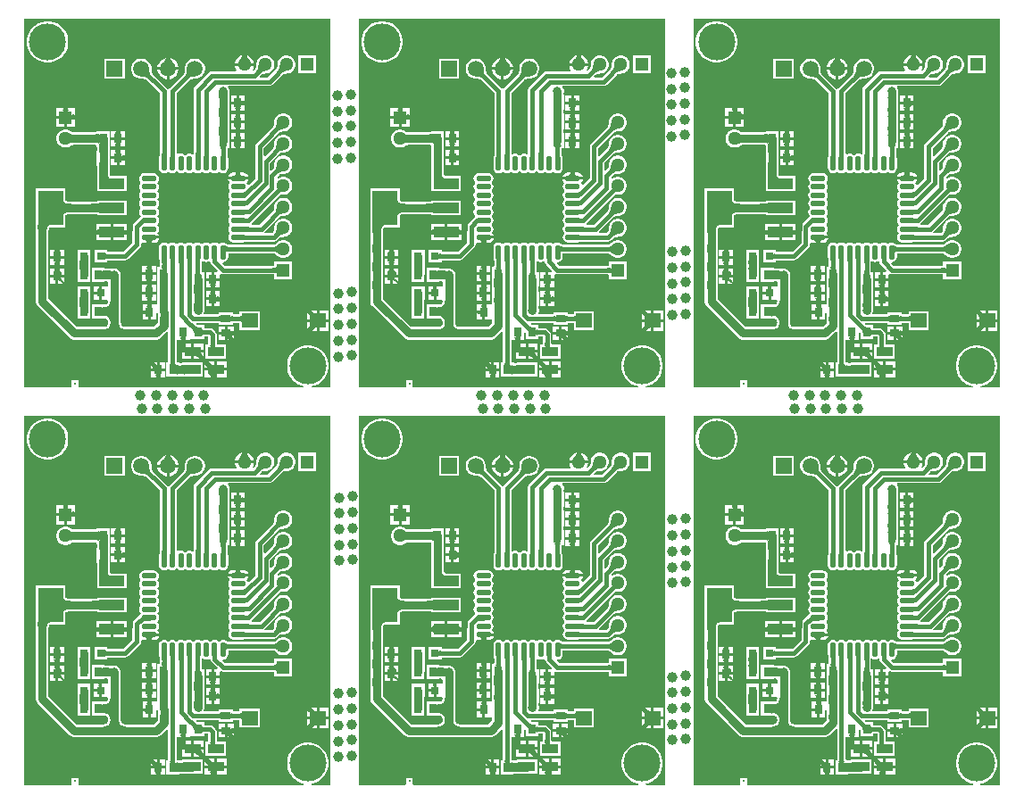
<source format=gtl>
G04*
G04 #@! TF.GenerationSoftware,Altium Limited,Altium Designer,22.7.1 (60)*
G04*
G04 Layer_Physical_Order=1*
G04 Layer_Color=255*
%FSTAX24Y24*%
%MOIN*%
G70*
G04*
G04 #@! TF.SameCoordinates,6CD0EBB0-E617-4DF7-9ACC-651BA77C9F88*
G04*
G04*
G04 #@! TF.FilePolarity,Positive*
G04*
G01*
G75*
%ADD10R,0.0315X0.0315*%
%ADD11R,0.0315X0.0374*%
%ADD12R,0.0100X0.0100*%
%ADD13R,0.0591X0.0551*%
%ADD14R,0.0374X0.0315*%
%ADD15R,0.0610X0.0374*%
%ADD16O,0.0217X0.0571*%
%ADD17O,0.0571X0.0217*%
%ADD18R,0.0945X0.1299*%
%ADD19R,0.0945X0.0394*%
%ADD20C,0.0150*%
%ADD21C,0.0300*%
%ADD22C,0.0080*%
%ADD23C,0.0394*%
%ADD24C,0.0512*%
%ADD25R,0.0512X0.0512*%
%ADD26R,0.0512X0.0512*%
%ADD27C,0.1380*%
%ADD28C,0.0591*%
%ADD29R,0.0591X0.0591*%
%ADD30C,0.0315*%
G36*
X046641Y025067D02*
X045927D01*
X045922Y025117D01*
X046008Y025134D01*
X046148Y025192D01*
X046274Y025277D01*
X046381Y025384D01*
X046466Y02551D01*
X046524Y02565D01*
X046553Y025799D01*
Y025951D01*
X046524Y026099D01*
X046466Y02624D01*
X046381Y026366D01*
X046274Y026473D01*
X046148Y026557D01*
X046008Y026615D01*
X045859Y026645D01*
X045707D01*
X045559Y026615D01*
X045418Y026557D01*
X045292Y026473D01*
X045185Y026366D01*
X045101Y02624D01*
X045043Y026099D01*
X045013Y025951D01*
Y025799D01*
X045043Y02565D01*
X045101Y02551D01*
X045185Y025384D01*
X045292Y025277D01*
X045418Y025192D01*
X045559Y025134D01*
X045644Y025117D01*
X045639Y025067D01*
X03727D01*
X037223Y025075D01*
X037223Y025117D01*
Y025335D01*
X036963D01*
X036963Y025075D01*
X036916Y025067D01*
X035206D01*
Y038852D01*
X046641D01*
Y025067D01*
D02*
G37*
G36*
X034153D02*
X03344D01*
X033435Y025117D01*
X03352Y025134D01*
X03366Y025192D01*
X033787Y025277D01*
X033894Y025384D01*
X033978Y02551D01*
X034036Y02565D01*
X034066Y025799D01*
Y025951D01*
X034036Y026099D01*
X033978Y02624D01*
X033894Y026366D01*
X033787Y026473D01*
X03366Y026557D01*
X03352Y026615D01*
X033372Y026645D01*
X03322D01*
X033071Y026615D01*
X032931Y026557D01*
X032805Y026473D01*
X032698Y026366D01*
X032613Y02624D01*
X032555Y026099D01*
X032526Y025951D01*
Y025799D01*
X032555Y02565D01*
X032613Y02551D01*
X032698Y025384D01*
X032805Y025277D01*
X032931Y025192D01*
X033071Y025134D01*
X033157Y025117D01*
X033152Y025067D01*
X024783D01*
X024736Y025075D01*
X024736Y025117D01*
Y025335D01*
X024476D01*
X024476Y025075D01*
X024429Y025067D01*
X022718D01*
Y038852D01*
X034153D01*
Y025067D01*
D02*
G37*
G36*
X021666D02*
X020952D01*
X020947Y025117D01*
X021033Y025134D01*
X021173Y025192D01*
X021299Y025277D01*
X021406Y025384D01*
X021491Y02551D01*
X021549Y02565D01*
X021578Y025799D01*
Y025951D01*
X021549Y026099D01*
X021491Y02624D01*
X021406Y026366D01*
X021299Y026473D01*
X021173Y026557D01*
X021033Y026615D01*
X020884Y026645D01*
X020733D01*
X020584Y026615D01*
X020444Y026557D01*
X020317Y026473D01*
X02021Y026366D01*
X020126Y02624D01*
X020068Y026099D01*
X020038Y025951D01*
Y025799D01*
X020068Y02565D01*
X020126Y02551D01*
X02021Y025384D01*
X020317Y025277D01*
X020444Y025192D01*
X020584Y025134D01*
X020669Y025117D01*
X020665Y025067D01*
X012295D01*
X012248Y025075D01*
X012248Y025117D01*
Y025335D01*
X011988D01*
X011988Y025075D01*
X011941Y025067D01*
X010231D01*
Y038852D01*
X021666D01*
Y025067D01*
D02*
G37*
G36*
X046641Y01023D02*
X045927D01*
X045922Y01028D01*
X046008Y010297D01*
X046148Y010355D01*
X046274Y010439D01*
X046381Y010547D01*
X046466Y010673D01*
X046524Y010813D01*
X046553Y010962D01*
Y011113D01*
X046524Y011262D01*
X046466Y011402D01*
X046381Y011528D01*
X046274Y011636D01*
X046148Y01172D01*
X046008Y011778D01*
X045859Y011807D01*
X045707D01*
X045559Y011778D01*
X045418Y01172D01*
X045292Y011636D01*
X045185Y011528D01*
X045101Y011402D01*
X045043Y011262D01*
X045013Y011113D01*
Y010962D01*
X045043Y010813D01*
X045101Y010673D01*
X045185Y010547D01*
X045292Y010439D01*
X045418Y010355D01*
X045559Y010297D01*
X045644Y01028D01*
X045639Y01023D01*
X03727D01*
X037223Y010237D01*
X037223Y01028D01*
Y010497D01*
X036963D01*
X036963Y010237D01*
X036916Y01023D01*
X035206D01*
Y024015D01*
X046641D01*
Y01023D01*
D02*
G37*
G36*
X034153D02*
X03344D01*
X033435Y01028D01*
X03352Y010297D01*
X03366Y010355D01*
X033787Y010439D01*
X033894Y010547D01*
X033978Y010673D01*
X034036Y010813D01*
X034066Y010962D01*
Y011113D01*
X034036Y011262D01*
X033978Y011402D01*
X033894Y011528D01*
X033787Y011636D01*
X03366Y01172D01*
X03352Y011778D01*
X033372Y011807D01*
X03322D01*
X033071Y011778D01*
X032931Y01172D01*
X032805Y011636D01*
X032698Y011528D01*
X032613Y011402D01*
X032555Y011262D01*
X032526Y011113D01*
Y010962D01*
X032555Y010813D01*
X032613Y010673D01*
X032698Y010547D01*
X032805Y010439D01*
X032931Y010355D01*
X033071Y010297D01*
X033157Y01028D01*
X033152Y01023D01*
X024783D01*
X024736Y010237D01*
X024736Y01028D01*
Y010497D01*
X024476D01*
X024476Y010237D01*
X024429Y01023D01*
X022718D01*
Y024015D01*
X034153D01*
Y01023D01*
D02*
G37*
G36*
X021666D02*
X020952D01*
X020947Y01028D01*
X021033Y010297D01*
X021173Y010355D01*
X021299Y010439D01*
X021406Y010547D01*
X021491Y010673D01*
X021549Y010813D01*
X021578Y010962D01*
Y011113D01*
X021549Y011262D01*
X021491Y011402D01*
X021406Y011528D01*
X021299Y011636D01*
X021173Y01172D01*
X021033Y011778D01*
X020884Y011807D01*
X020733D01*
X020584Y011778D01*
X020444Y01172D01*
X020317Y011636D01*
X02021Y011528D01*
X020126Y011402D01*
X020068Y011262D01*
X020038Y011113D01*
Y010962D01*
X020068Y010813D01*
X020126Y010673D01*
X02021Y010547D01*
X020317Y010439D01*
X020444Y010355D01*
X020584Y010297D01*
X020669Y01028D01*
X020665Y01023D01*
X012295D01*
X012248Y010237D01*
X012248Y01028D01*
Y010497D01*
X011988D01*
X011988Y010237D01*
X011941Y01023D01*
X010231D01*
Y024015D01*
X021666D01*
Y01023D01*
D02*
G37*
%LPC*%
G36*
X043504Y037479D02*
X043507Y037463D01*
X043514Y037441D01*
X043523Y037419D01*
X043535Y037397D01*
X043548Y037376D01*
X043563Y037354D01*
X04358Y037332D01*
X043599Y037311D01*
X043464Y037316D01*
Y037185D01*
X043769D01*
X043745Y037272D01*
X043699Y037353D01*
X043632Y03742D01*
X043551Y037466D01*
X043504Y037479D01*
D02*
G37*
G36*
X036149Y038755D02*
X035997D01*
X035849Y038725D01*
X035708Y038667D01*
X035582Y038583D01*
X035475Y038476D01*
X035391Y03835D01*
X035333Y038209D01*
X035303Y038061D01*
Y037909D01*
X035333Y03776D01*
X035391Y03762D01*
X035475Y037494D01*
X035582Y037387D01*
X035708Y037302D01*
X035849Y037244D01*
X035997Y037215D01*
X036149D01*
X036298Y037244D01*
X036438Y037302D01*
X036564Y037387D01*
X036671Y037494D01*
X036756Y03762D01*
X036814Y03776D01*
X036843Y037909D01*
Y038061D01*
X036814Y038209D01*
X036756Y03835D01*
X036671Y038476D01*
X036564Y038583D01*
X036438Y038667D01*
X036298Y038725D01*
X036149Y038755D01*
D02*
G37*
G36*
X043342Y037484D02*
X043276Y037466D01*
X043195Y03742D01*
X043129Y037353D01*
X043082Y037272D01*
X043059Y037185D01*
X043364D01*
Y03732D01*
X043241Y037324D01*
X043262Y037344D01*
X04328Y037364D01*
X043296Y037384D01*
X04331Y037405D01*
X043321Y037426D01*
X043331Y037447D01*
X043339Y037469D01*
X043342Y037484D01*
D02*
G37*
G36*
X040661Y037371D02*
X040669Y037348D01*
X040681Y037323D01*
X040696Y037298D01*
X040713Y037273D01*
X040732Y037247D01*
X040755Y037221D01*
X04078Y037196D01*
X040623D01*
Y037035D01*
X040968D01*
Y037037D01*
X040941Y037137D01*
X040889Y037228D01*
X040816Y037301D01*
X040726Y037353D01*
X040661Y037371D01*
D02*
G37*
G36*
X040485D02*
X040421Y037353D01*
X04033Y037301D01*
X040257Y037228D01*
X040205Y037137D01*
X040178Y037037D01*
Y037035D01*
X040523D01*
Y037196D01*
X040366D01*
X040391Y037221D01*
X040414Y037247D01*
X040434Y037273D01*
X040451Y037298D01*
X040465Y037323D01*
X040477Y037348D01*
X040485Y037371D01*
D02*
G37*
G36*
X046112Y037471D02*
X04544D01*
Y036799D01*
X046112D01*
Y037471D01*
D02*
G37*
G36*
X045033D02*
X044944D01*
X044859Y037448D01*
X044782Y037404D01*
X04472Y037341D01*
X044676Y037264D01*
X044653Y037179D01*
Y037141D01*
X044651Y037134D01*
X044651Y037108D01*
X044649Y037086D01*
X044646Y037065D01*
X044642Y037047D01*
X044637Y03703D01*
X044631Y037014D01*
X044623Y037D01*
X044615Y036987D01*
X044609Y036979D01*
X044282Y036652D01*
X044007D01*
X043988Y036698D01*
X044045Y036756D01*
X044053Y036762D01*
X044066Y03677D01*
X044081Y036777D01*
X044096Y036783D01*
X044113Y036788D01*
X044132Y036792D01*
X044152Y036795D01*
X044174Y036797D01*
X0442Y036797D01*
X044207Y036799D01*
X044245D01*
X044331Y036822D01*
X044407Y036866D01*
X04447Y036929D01*
X044514Y037005D01*
X044537Y037091D01*
Y037179D01*
X044514Y037264D01*
X04447Y037341D01*
X044407Y037404D01*
X044331Y037448D01*
X044245Y037471D01*
X044157D01*
X044072Y037448D01*
X043995Y037404D01*
X043932Y037341D01*
X043888Y037264D01*
X043865Y037179D01*
Y037141D01*
X043864Y037134D01*
X043863Y037108D01*
X043862Y037086D01*
X043859Y037065D01*
X043854Y037047D01*
X043849Y03703D01*
X043843Y037014D01*
X043836Y037D01*
X043828Y036987D01*
X043822Y036979D01*
X043752Y03691D01*
X043712Y03694D01*
X043745Y036997D01*
X043769Y037085D01*
X043059D01*
X043082Y036997D01*
X04312Y036932D01*
X043098Y036882D01*
X042212D01*
X042152Y03687D01*
X042101Y036836D01*
X041569Y036304D01*
X041535Y036253D01*
X041523Y036192D01*
Y033807D01*
X04148Y033781D01*
X041472Y033781D01*
X041439Y033803D01*
X041366Y033817D01*
X041292Y033803D01*
X04123Y033761D01*
X041186D01*
X041124Y033803D01*
X041051Y033817D01*
X040977Y033803D01*
X040945Y033781D01*
X040896Y033805D01*
X040894Y033807D01*
Y036082D01*
X041371Y036559D01*
X041382Y036567D01*
X041398Y036576D01*
X041415Y036584D01*
X041435Y036591D01*
X041457Y036597D01*
X041481Y036602D01*
X041508Y036606D01*
X041538Y036608D01*
X041571Y036608D01*
X041579Y03661D01*
X041623D01*
X041718Y036635D01*
X041804Y036685D01*
X041873Y036754D01*
X041923Y03684D01*
X041948Y036935D01*
Y037034D01*
X041923Y03713D01*
X041873Y037215D01*
X041804Y037285D01*
X041718Y037335D01*
X041623Y03736D01*
X041524D01*
X041428Y037335D01*
X041343Y037285D01*
X041273Y037215D01*
X041223Y03713D01*
X041198Y037034D01*
Y03699D01*
X041196Y036983D01*
X041196Y036949D01*
X041194Y03692D01*
X04119Y036893D01*
X041186Y036868D01*
X04118Y036846D01*
X041173Y036827D01*
X041165Y036809D01*
X041156Y036794D01*
X041148Y036783D01*
X040624Y036259D01*
X040605Y036231D01*
X040547Y036228D01*
X040533Y036249D01*
X039999Y036783D01*
X039991Y036794D01*
X039982Y036809D01*
X039974Y036827D01*
X039967Y036846D01*
X039961Y036868D01*
X039956Y036893D01*
X039952Y03692D01*
X03995Y036949D01*
X03995Y036983D01*
X039948Y03699D01*
Y037034D01*
X039923Y03713D01*
X039873Y037215D01*
X039804Y037285D01*
X039718Y037335D01*
X039623Y03736D01*
X039524D01*
X039428Y037335D01*
X039343Y037285D01*
X039273Y037215D01*
X039223Y03713D01*
X039198Y037034D01*
Y036935D01*
X039223Y03684D01*
X039273Y036754D01*
X039343Y036685D01*
X039428Y036635D01*
X039524Y03661D01*
X039568D01*
X039575Y036608D01*
X039609Y036608D01*
X039638Y036606D01*
X039665Y036602D01*
X03969Y036597D01*
X039712Y036591D01*
X039731Y036584D01*
X039749Y036576D01*
X039764Y036567D01*
X039775Y036559D01*
X040263Y036072D01*
Y033785D01*
X040261Y03376D01*
X040258Y03373D01*
X040257Y033722D01*
X040256Y033718D01*
X040255Y033717D01*
X040243Y033699D01*
X040229Y033625D01*
Y033271D01*
X040243Y033198D01*
X040285Y033135D01*
X040347Y033094D01*
X040421Y033079D01*
X040494Y033094D01*
X040545Y033128D01*
X040578Y033132D01*
X040612Y033128D01*
X040662Y033094D01*
X040736Y033079D01*
X040809Y033094D01*
X040871Y033135D01*
X040915D01*
X040977Y033094D01*
X041051Y033079D01*
X041124Y033094D01*
X041186Y033135D01*
X04123D01*
X041292Y033094D01*
X041366Y033079D01*
X041439Y033094D01*
X04149Y033128D01*
X041523Y033132D01*
X041556Y033128D01*
X041607Y033094D01*
X041681Y033079D01*
X041754Y033094D01*
X041816Y033135D01*
X04186D01*
X041922Y033094D01*
X041996Y033079D01*
X042069Y033094D01*
X04212Y033128D01*
X042153Y033132D01*
X042186Y033128D01*
X042237Y033094D01*
X042311Y033079D01*
X042384Y033094D01*
X042446Y033135D01*
X04249D01*
X042552Y033094D01*
X042626Y033079D01*
X042699Y033094D01*
X042761Y033135D01*
X042803Y033198D01*
X042817Y033271D01*
Y033625D01*
X042803Y033699D01*
X042791Y033717D01*
X04279Y033719D01*
X04279Y033719D01*
X042789Y033723D01*
X042788Y033729D01*
X042783Y033808D01*
Y033943D01*
X042785Y033999D01*
X042786Y034009D01*
X042789Y034018D01*
X042862D01*
Y034469D01*
X042863Y034471D01*
X042862Y034472D01*
X042863Y034473D01*
X042862Y034486D01*
Y034552D01*
X04286D01*
X042858Y034659D01*
Y034728D01*
X042862D01*
Y034803D01*
X042862Y034804D01*
X042862Y034805D01*
Y034808D01*
X042863Y034809D01*
X042862Y034811D01*
Y035179D01*
X042863Y035181D01*
X042862Y035182D01*
X042863Y035183D01*
X042862Y035196D01*
Y035262D01*
X04286D01*
X042858Y03537D01*
Y035438D01*
X042862D01*
Y035513D01*
X042862Y035514D01*
X042862Y035515D01*
Y035518D01*
X042863Y03552D01*
X042862Y035522D01*
Y035889D01*
X042863Y035891D01*
X042862Y035893D01*
X042863Y035894D01*
X042862Y035904D01*
Y035973D01*
X04286D01*
X042858Y036045D01*
Y03608D01*
X042861Y036088D01*
Y036182D01*
X042824Y036269D01*
X042804Y03629D01*
X042823Y036336D01*
X044348D01*
X044408Y036348D01*
X044459Y036382D01*
X044833Y036756D01*
X044841Y036762D01*
X044854Y03677D01*
X044868Y036777D01*
X044884Y036783D01*
X044901Y036788D01*
X044919Y036792D01*
X044939Y036795D01*
X044962Y036797D01*
X044988Y036797D01*
X044995Y036799D01*
X045033D01*
X045118Y036822D01*
X045195Y036866D01*
X045257Y036929D01*
X045302Y037005D01*
X045325Y037091D01*
Y037179D01*
X045302Y037264D01*
X045257Y037341D01*
X045195Y037404D01*
X045118Y037448D01*
X045033Y037471D01*
D02*
G37*
G36*
X038948Y03736D02*
X038198D01*
Y03661D01*
X038948D01*
Y03736D01*
D02*
G37*
G36*
X040968Y036935D02*
X040623D01*
Y03659D01*
X040625D01*
X040726Y036616D01*
X040816Y036669D01*
X040889Y036742D01*
X040941Y036832D01*
X040968Y036933D01*
Y036935D01*
D02*
G37*
G36*
X040523D02*
X040178D01*
Y036933D01*
X040205Y036832D01*
X040257Y036742D01*
X04033Y036669D01*
X040421Y036616D01*
X040521Y03659D01*
X040523D01*
Y036935D01*
D02*
G37*
G36*
X043433Y035993D02*
X043226D01*
Y035756D01*
X043331D01*
Y035856D01*
X043333Y035841D01*
X043337Y035829D01*
X043345Y035817D01*
X043355Y035808D01*
X043369Y035799D01*
X043385Y035793D01*
X043405Y035787D01*
X043428Y035784D01*
X043433Y035783D01*
Y035993D01*
D02*
G37*
G36*
X043126D02*
X042918D01*
Y035756D01*
X043126D01*
Y035993D01*
D02*
G37*
G36*
X043331Y035656D02*
X043226D01*
Y035521D01*
X043326D01*
X043312Y035519D01*
X043299Y035515D01*
X043288Y035507D01*
X043278Y035497D01*
X04327Y035483D01*
X043263Y035466D01*
X043258Y035447D01*
X043254Y035424D01*
X043253Y035419D01*
X043433D01*
Y035628D01*
X043428Y035628D01*
X043405Y035624D01*
X043385Y035619D01*
X043369Y035612D01*
X043355Y035604D01*
X043345Y035594D01*
X043337Y035583D01*
X043333Y03557D01*
X043331Y035556D01*
Y035656D01*
D02*
G37*
G36*
X043126D02*
X042918D01*
Y035419D01*
X043098D01*
X043098Y035424D01*
X043094Y035447D01*
X043089Y035466D01*
X043082Y035483D01*
X043074Y035497D01*
X043064Y035507D01*
X043053Y035515D01*
X04304Y035519D01*
X043026Y035521D01*
X043126D01*
Y035656D01*
D02*
G37*
G36*
X0371Y035511D02*
X036821D01*
X036822Y035506D01*
X036825Y035483D01*
X036831Y035463D01*
X036837Y035447D01*
X036846Y035433D01*
X036855Y035423D01*
X036867Y035415D01*
X036879Y03541D01*
X036894Y035409D01*
X036794D01*
Y035205D01*
X036998D01*
Y035335D01*
X037Y035321D01*
X037004Y035308D01*
X037012Y035297D01*
X037022Y035287D01*
X037036Y035279D01*
X037052Y035272D01*
X037072Y035267D01*
X037094Y035263D01*
X0371Y035262D01*
Y035511D01*
D02*
G37*
G36*
X036666D02*
X036388D01*
Y035205D01*
X036694D01*
Y035409D01*
X036594D01*
X036608Y03541D01*
X036621Y035415D01*
X036632Y035423D01*
X036642Y035433D01*
X03665Y035447D01*
X036657Y035463D01*
X036662Y035483D01*
X036666Y035506D01*
X036666Y035511D01*
D02*
G37*
G36*
X043433Y035282D02*
X043253D01*
X043254Y035277D01*
X043258Y035254D01*
X043263Y035234D01*
X04327Y035218D01*
X043278Y035204D01*
X043288Y035193D01*
X043299Y035186D01*
X043312Y035181D01*
X043326Y03518D01*
X043226D01*
Y035045D01*
X043433D01*
Y035282D01*
D02*
G37*
G36*
X043098D02*
X042918D01*
Y035045D01*
X043126D01*
Y03518D01*
X043026D01*
X04304Y035181D01*
X043053Y035186D01*
X043064Y035193D01*
X043074Y035204D01*
X043082Y035218D01*
X043089Y035234D01*
X043094Y035254D01*
X043098Y035277D01*
X043098Y035282D01*
D02*
G37*
G36*
X0371Y035105D02*
X037086D01*
X037072Y035103D01*
X037052Y035098D01*
X037036Y035091D01*
X037022Y035083D01*
X037012Y035073D01*
X037004Y035062D01*
X037Y035049D01*
X036998Y035035D01*
Y035105D01*
X036794D01*
Y034799D01*
X0371D01*
Y035105D01*
D02*
G37*
G36*
X036694D02*
X036388D01*
Y034799D01*
X036694D01*
Y035105D01*
D02*
G37*
G36*
X043433Y034945D02*
X043226D01*
Y034811D01*
X043326D01*
X043312Y034809D01*
X043299Y034805D01*
X043288Y034797D01*
X043278Y034786D01*
X04327Y034773D01*
X043263Y034756D01*
X043258Y034736D01*
X043254Y034714D01*
X043253Y034708D01*
X043433D01*
Y034945D01*
D02*
G37*
G36*
X043126D02*
X042918D01*
Y034708D01*
X043098D01*
X043098Y034714D01*
X043094Y034736D01*
X043089Y034756D01*
X043082Y034773D01*
X043074Y034786D01*
X043064Y034797D01*
X043053Y034805D01*
X04304Y034809D01*
X043026Y034811D01*
X043126D01*
Y034945D01*
D02*
G37*
G36*
X038956Y034655D02*
X038763D01*
X038763Y034648D01*
X038767Y03461D01*
X03877Y034595D01*
X038773Y034582D01*
X038778Y034571D01*
X038783Y034563D01*
X038789Y034557D01*
X038796Y034554D01*
X038804Y034553D01*
X038749D01*
Y034418D01*
X038956D01*
Y034655D01*
D02*
G37*
G36*
X038613D02*
X038441D01*
Y034418D01*
X038649D01*
Y034553D01*
X038572D01*
X03858Y034554D01*
X038587Y034557D01*
X038593Y034563D01*
X038598Y034571D01*
X038603Y034582D01*
X038606Y034595D01*
X038609Y03461D01*
X038611Y034628D01*
X038613Y034648D01*
X038613Y034655D01*
D02*
G37*
G36*
X043433Y034572D02*
X043253D01*
X043254Y034566D01*
X043258Y034544D01*
X043263Y034524D01*
X04327Y034507D01*
X043278Y034494D01*
X043288Y034483D01*
X043299Y034475D01*
X043312Y034471D01*
X043326Y034469D01*
X043226D01*
Y034335D01*
X043433D01*
Y034572D01*
D02*
G37*
G36*
X043098D02*
X042918D01*
Y034335D01*
X043126D01*
Y034469D01*
X043026D01*
X04304Y034471D01*
X043053Y034475D01*
X043064Y034483D01*
X043074Y034494D01*
X043082Y034507D01*
X043089Y034524D01*
X043094Y034544D01*
X043098Y034566D01*
X043098Y034572D01*
D02*
G37*
G36*
X038956Y034318D02*
X038749D01*
Y034183D01*
X038838Y034183D01*
X038824Y034182D01*
X038811Y034177D01*
X0388Y03417D01*
X03879Y034159D01*
X038782Y034145D01*
X038775Y034129D01*
X03877Y034109D01*
X038766Y034087D01*
X038766Y034081D01*
X038956D01*
Y034318D01*
D02*
G37*
G36*
X038649D02*
X038441D01*
Y034081D01*
X038611D01*
X03861Y034086D01*
X038607Y034109D01*
X038602Y034128D01*
X038595Y034145D01*
X038588Y034158D01*
X038578Y034169D01*
X038568Y034176D01*
X038556Y034181D01*
X038542Y034182D01*
X038649Y034183D01*
Y034318D01*
D02*
G37*
G36*
X043433Y034235D02*
X043226D01*
Y0341D01*
X043326D01*
X043312Y034099D01*
X043299Y034094D01*
X043288Y034087D01*
X043278Y034076D01*
X04327Y034062D01*
X043263Y034046D01*
X043258Y034026D01*
X043254Y034003D01*
X043253Y033998D01*
X043433D01*
Y034235D01*
D02*
G37*
G36*
X043126D02*
X042918D01*
Y033998D01*
X043098D01*
X043098Y034003D01*
X043094Y034026D01*
X043089Y034046D01*
X043082Y034062D01*
X043074Y034076D01*
X043064Y034087D01*
X043053Y034094D01*
X04304Y034099D01*
X043026Y0341D01*
X043126D01*
Y034235D01*
D02*
G37*
G36*
X038956Y033945D02*
X038766D01*
X038766Y033939D01*
X03877Y033916D01*
X038775Y033897D01*
X038782Y03388D01*
X03879Y033867D01*
X0388Y033856D01*
X038811Y033848D01*
X038824Y033844D01*
X038838Y033842D01*
X038749Y033843D01*
Y033708D01*
X038854D01*
Y033808D01*
X038855Y033793D01*
X03886Y033781D01*
X038867Y033769D01*
X038878Y03376D01*
X038892Y033751D01*
X038908Y033745D01*
X038928Y033739D01*
X038951Y033736D01*
X038956Y033735D01*
Y033945D01*
D02*
G37*
G36*
X038611D02*
X038441D01*
Y033708D01*
X038649D01*
Y033843D01*
X038542Y033843D01*
X038556Y033845D01*
X038568Y033849D01*
X038578Y033857D01*
X038588Y033867D01*
X038595Y033881D01*
X038602Y033897D01*
X038607Y033917D01*
X03861Y033939D01*
X038611Y033945D01*
D02*
G37*
G36*
X038854Y033608D02*
X038749D01*
Y033371D01*
X038956D01*
Y03358D01*
X038951Y03358D01*
X038928Y033576D01*
X038908Y033571D01*
X038892Y033564D01*
X038878Y033556D01*
X038867Y033546D01*
X03886Y033535D01*
X038855Y033522D01*
X038854Y033508D01*
Y033608D01*
D02*
G37*
G36*
X038649D02*
X038441D01*
Y033371D01*
X038649D01*
Y033608D01*
D02*
G37*
G36*
X043364Y0331D02*
X043253D01*
X043254Y033091D01*
X043258Y033068D01*
X043263Y033048D01*
X04327Y033032D01*
X043278Y033018D01*
X043288Y033008D01*
X043299Y033D01*
X043312Y032996D01*
X043326Y032994D01*
X043237D01*
Y032937D01*
X043566D01*
X04356Y032968D01*
X043514Y033037D01*
X043445Y033083D01*
X043364Y0331D01*
D02*
G37*
G36*
X043099D02*
X043009D01*
X042928Y033083D01*
X042859Y033037D01*
X042813Y032968D01*
X042807Y032937D01*
X043137D01*
Y032994D01*
X043026D01*
X04304Y032996D01*
X043053Y033D01*
X043064Y033008D01*
X043074Y033018D01*
X043082Y033032D01*
X043089Y033048D01*
X043094Y033068D01*
X043098Y033091D01*
X043099Y0331D01*
D02*
G37*
G36*
X044917Y035308D02*
X044829D01*
X044743Y035285D01*
X044667Y035241D01*
X044604Y035178D01*
X04456Y035101D01*
X044537Y035016D01*
Y034978D01*
X044536Y034971D01*
X044535Y034945D01*
X044533Y034923D01*
X044531Y034902D01*
X044526Y034884D01*
X044521Y034867D01*
X044515Y034851D01*
X044508Y034837D01*
X0445Y034824D01*
X044494Y034816D01*
X043871Y034194D01*
X043837Y034142D01*
X043825Y034082D01*
Y032885D01*
X043588Y032648D01*
X043531Y032661D01*
X043499Y032708D01*
X043524Y032752D01*
X04356Y032806D01*
X043566Y032837D01*
X042807D01*
X042813Y032806D01*
X042849Y032752D01*
X042874Y032708D01*
X042832Y032646D01*
X042817Y032572D01*
X042832Y032499D01*
X042866Y032448D01*
X042871Y032415D01*
X042866Y032382D01*
X042832Y032331D01*
X042817Y032257D01*
X042832Y032184D01*
X042866Y032133D01*
X042871Y0321D01*
X042866Y032067D01*
X042832Y032016D01*
X042817Y031942D01*
X042832Y031869D01*
X042866Y031818D01*
X042871Y031785D01*
X042866Y031752D01*
X042832Y031701D01*
X042817Y031627D01*
X042832Y031554D01*
X042866Y031503D01*
X042871Y03147D01*
X042866Y031437D01*
X042832Y031386D01*
X042817Y031312D01*
X042832Y031239D01*
X042866Y031188D01*
X042871Y031155D01*
X042866Y031122D01*
X042832Y031071D01*
X042817Y030997D01*
X042832Y030924D01*
X042866Y030873D01*
X042871Y03084D01*
X042866Y030807D01*
X042832Y030756D01*
X042817Y030682D01*
X042832Y030609D01*
X042874Y030547D01*
X042936Y030505D01*
X043009Y030491D01*
X043364D01*
X043437Y030505D01*
X043455Y030517D01*
X043456Y030518D01*
X04346Y030519D01*
X043467Y03052D01*
X043544Y030524D01*
X044521D01*
X044581Y030536D01*
X044633Y030571D01*
X044717Y030656D01*
X044725Y030662D01*
X044738Y03067D01*
X044753Y030677D01*
X044768Y030683D01*
X044785Y030688D01*
X044804Y030692D01*
X044824Y030695D01*
X044846Y030697D01*
X044872Y030697D01*
X044879Y030699D01*
X044917D01*
X045003Y030722D01*
X045079Y030766D01*
X045142Y030829D01*
X045186Y030905D01*
X045209Y030991D01*
Y031079D01*
X045186Y031164D01*
X045142Y031241D01*
X045079Y031304D01*
X045003Y031348D01*
X044917Y031371D01*
X044829D01*
X044743Y031348D01*
X044667Y031304D01*
X044604Y031241D01*
X04456Y031164D01*
X044537Y031079D01*
Y031041D01*
X044536Y031034D01*
X044535Y031008D01*
X044533Y030986D01*
X044531Y030965D01*
X044526Y030947D01*
X044521Y03093D01*
X044515Y030914D01*
X044508Y0309D01*
X0445Y030887D01*
X044494Y030879D01*
X044455Y030841D01*
X044182D01*
X044168Y03087D01*
X044165Y030891D01*
X044717Y031443D01*
X044725Y031449D01*
X044738Y031457D01*
X044753Y031464D01*
X044768Y03147D01*
X044785Y031475D01*
X044804Y03148D01*
X044824Y031483D01*
X044846Y031484D01*
X044872Y031485D01*
X044879Y031486D01*
X044917D01*
X045003Y031509D01*
X045079Y031553D01*
X045142Y031616D01*
X045186Y031693D01*
X045209Y031778D01*
Y031866D01*
X045186Y031952D01*
X045142Y032028D01*
X045079Y032091D01*
X045003Y032135D01*
X044917Y032158D01*
X044829D01*
X044743Y032135D01*
X044667Y032091D01*
X044604Y032028D01*
X04456Y031952D01*
X044537Y031866D01*
Y031828D01*
X044536Y031821D01*
X044535Y031795D01*
X044533Y031773D01*
X044531Y031753D01*
X044526Y031734D01*
X044521Y031717D01*
X044515Y031702D01*
X044508Y031687D01*
X0445Y031675D01*
X044494Y031667D01*
X043983Y031155D01*
X04371D01*
X043695Y031185D01*
X043692Y031205D01*
X044775Y032288D01*
X044829Y032274D01*
X044917D01*
X045003Y032297D01*
X045079Y032341D01*
X045142Y032403D01*
X045186Y03248D01*
X045209Y032565D01*
Y032654D01*
X045186Y032739D01*
X045142Y032816D01*
X045079Y032878D01*
X045003Y032923D01*
X044917Y032946D01*
X044829D01*
X044743Y032923D01*
X044685Y032889D01*
X044638Y032905D01*
X04463Y032912D01*
X044627Y032927D01*
X044717Y033018D01*
X044725Y033024D01*
X044738Y033032D01*
X044753Y033039D01*
X044768Y033045D01*
X044785Y03305D01*
X044804Y033054D01*
X044824Y033057D01*
X044846Y033059D01*
X044872Y03306D01*
X044879Y033061D01*
X044917D01*
X045003Y033084D01*
X045079Y033128D01*
X045142Y033191D01*
X045186Y033267D01*
X045209Y033353D01*
Y033441D01*
X045186Y033527D01*
X045142Y033603D01*
X045079Y033666D01*
X045003Y03371D01*
X044917Y033733D01*
X044829D01*
X044743Y03371D01*
X044667Y033666D01*
X044604Y033603D01*
X04456Y033527D01*
X044537Y033441D01*
Y033403D01*
X044536Y033396D01*
X044535Y03337D01*
X044533Y033348D01*
X044531Y033328D01*
X044526Y033309D01*
X044521Y033292D01*
X044515Y033276D01*
X044508Y033262D01*
X0445Y033249D01*
X044494Y033241D01*
X044417Y033165D01*
X044371Y033184D01*
Y033459D01*
X044717Y033805D01*
X044725Y033811D01*
X044738Y033819D01*
X044753Y033826D01*
X044768Y033833D01*
X044785Y033838D01*
X044804Y033842D01*
X044824Y033845D01*
X044846Y033847D01*
X044872Y033847D01*
X044879Y033849D01*
X044917D01*
X045003Y033871D01*
X045079Y033916D01*
X045142Y033978D01*
X045186Y034055D01*
X045209Y03414D01*
Y034229D01*
X045186Y034314D01*
X045142Y034391D01*
X045079Y034453D01*
X045003Y034497D01*
X044917Y03452D01*
X044829D01*
X044743Y034497D01*
X044667Y034453D01*
X044604Y034391D01*
X04456Y034314D01*
X044537Y034229D01*
Y03419D01*
X044536Y034183D01*
X044535Y034157D01*
X044533Y034135D01*
X044531Y034115D01*
X044526Y034096D01*
X044521Y034079D01*
X044515Y034064D01*
X044508Y03405D01*
X0445Y034037D01*
X044494Y034029D01*
X044187Y033722D01*
X044141Y033741D01*
Y034016D01*
X044717Y034593D01*
X044725Y034599D01*
X044738Y034607D01*
X044753Y034614D01*
X044768Y03462D01*
X044785Y034625D01*
X044804Y034629D01*
X044824Y034632D01*
X044846Y034634D01*
X044872Y034634D01*
X044879Y034636D01*
X044917D01*
X045003Y034659D01*
X045079Y034703D01*
X045142Y034766D01*
X045186Y034842D01*
X045209Y034928D01*
Y035016D01*
X045186Y035101D01*
X045142Y035178D01*
X045079Y035241D01*
X045003Y035285D01*
X044917Y035308D01*
D02*
G37*
G36*
X036788Y034704D02*
X0367D01*
X036614Y034681D01*
X036537Y034637D01*
X036475Y034574D01*
X036431Y034498D01*
X036408Y034412D01*
Y034324D01*
X036431Y034238D01*
X036475Y034162D01*
X036537Y034099D01*
X036614Y034055D01*
X0367Y034032D01*
X036788D01*
X036873Y034055D01*
X03695Y034099D01*
X036974Y034124D01*
X036977Y034125D01*
X036978Y034125D01*
X036979Y034126D01*
X036987Y034128D01*
X036996Y03413D01*
X037045Y034134D01*
X03783D01*
X03784Y034133D01*
X037907Y034128D01*
X03791Y034128D01*
Y034101D01*
X037911D01*
X037913Y034022D01*
Y033925D01*
X03791D01*
Y033845D01*
X03791Y033843D01*
X03791Y033843D01*
X03791Y033842D01*
X03791Y033841D01*
Y033474D01*
X03791Y033472D01*
X03791Y033471D01*
X03791Y03347D01*
X03791Y033453D01*
Y033391D01*
X037911D01*
X037913Y033311D01*
Y032967D01*
X037912D01*
Y032888D01*
X037912Y032886D01*
X037912Y032884D01*
Y032413D01*
X039017D01*
Y032967D01*
X038444D01*
X038437Y032968D01*
X038431Y03297D01*
X038424Y032974D01*
X038417Y032983D01*
X038408Y032997D01*
X038399Y033019D01*
X038391Y03305D01*
X038385Y033088D01*
X038382Y033116D01*
Y033391D01*
X038385D01*
Y03347D01*
X038385Y033472D01*
X038385Y033472D01*
X038385Y033473D01*
X038385Y033475D01*
Y033842D01*
X038385Y033843D01*
X038385Y033844D01*
X038385Y033845D01*
X038385Y033862D01*
Y033925D01*
X038384D01*
X038382Y034004D01*
Y034101D01*
X038385D01*
Y03418D01*
X038385Y034182D01*
X038385Y034183D01*
X038385Y034183D01*
X038385Y034185D01*
Y034635D01*
X037995D01*
X037993Y034635D01*
X037992Y034635D01*
X037991Y034635D01*
X037989Y034635D01*
X03791D01*
Y034611D01*
X037786Y034603D01*
X03703D01*
X037013Y034604D01*
X036999Y034606D01*
X036987Y034608D01*
X036979Y03461D01*
X036978Y034611D01*
X036977Y034611D01*
X036974Y034612D01*
X03695Y034637D01*
X036873Y034681D01*
X036788Y034704D01*
D02*
G37*
G36*
X036734Y032514D02*
X035629D01*
Y031138D01*
X035629Y031136D01*
X035629Y031135D01*
X035629Y031133D01*
X035629Y031125D01*
Y031055D01*
X035632D01*
X035637Y03091D01*
Y03021D01*
X035634D01*
Y03013D01*
X035634Y030128D01*
X035634Y030128D01*
X035634Y030127D01*
X035634Y030126D01*
Y029759D01*
X035634Y029757D01*
X035634Y029756D01*
X035634Y029755D01*
X035634Y029738D01*
Y029676D01*
X035636D01*
X035637Y029596D01*
Y029499D01*
X035634D01*
Y02942D01*
X035634Y029418D01*
X035634Y029418D01*
X035634Y029417D01*
X035634Y029415D01*
Y029048D01*
X035634Y029046D01*
X035634Y029046D01*
X035634Y029045D01*
X035634Y029028D01*
Y028965D01*
X035636D01*
X035637Y028886D01*
Y028286D01*
X035637Y028286D01*
X035655Y028196D01*
X035706Y02812D01*
X036894Y026933D01*
X03697Y026882D01*
X03706Y026864D01*
X040137D01*
X040226Y026882D01*
X040302Y026933D01*
X040532Y027162D01*
X040578Y027142D01*
Y026036D01*
X040577Y026026D01*
X040575Y02601D01*
X040573Y026002D01*
X040511D01*
Y025923D01*
X040511Y025921D01*
X040511Y025919D01*
Y025468D01*
X040902D01*
X040903Y025467D01*
X040904Y025468D01*
X040905Y025467D01*
X040907Y025468D01*
X040986D01*
Y025492D01*
X041049Y025496D01*
X041099Y025483D01*
Y025483D01*
X041178D01*
X04118Y025483D01*
X041182Y025483D01*
X041869D01*
Y026017D01*
X041182D01*
X04118Y026018D01*
X041178Y026017D01*
X041173D01*
X041173Y026017D01*
X041173Y026017D01*
X041099D01*
Y02598D01*
X041094Y025979D01*
X041036Y025974D01*
X040986Y026002D01*
Y026002D01*
X040907D01*
X040905Y026002D01*
X040894Y02605D01*
X040894Y026051D01*
Y026848D01*
X04105D01*
X04105Y026854D01*
X041046Y026876D01*
X041041Y026896D01*
X041034Y026913D01*
X041026Y026926D01*
X041016Y026937D01*
X041005Y026944D01*
X040992Y026949D01*
X040978Y02695D01*
X041078D01*
Y027135D01*
X041178D01*
Y02695D01*
X041278D01*
X041263Y026949D01*
X041251Y026944D01*
X041239Y026937D01*
X04123Y026926D01*
X041221Y026913D01*
X041215Y026896D01*
X041209Y026876D01*
X041206Y026854D01*
X041205Y026848D01*
X041385D01*
Y027105D01*
X041435Y02713D01*
X041441Y027125D01*
Y026868D01*
X041916D01*
Y026971D01*
X041926Y026973D01*
X041941Y026976D01*
X041952Y026977D01*
X042074D01*
Y026722D01*
X042073Y026711D01*
X042071Y026695D01*
X042068Y026686D01*
X041965D01*
Y026152D01*
X042735D01*
Y026686D01*
X042396D01*
X042394Y026695D01*
X042391Y026711D01*
X04239Y026722D01*
Y027047D01*
X042378Y027108D01*
X042344Y027159D01*
X042256Y027247D01*
X042205Y027281D01*
X042144Y027293D01*
X041952D01*
X041941Y027294D01*
X041926Y027297D01*
X041916Y027299D01*
Y027402D01*
X041677D01*
X041673Y027404D01*
X041655Y027417D01*
X041626Y027443D01*
X041637Y027493D01*
X042431D01*
X042442Y027492D01*
X042457Y027489D01*
X042466Y027487D01*
Y027413D01*
X043D01*
Y027487D01*
X043009Y027489D01*
X043025Y027492D01*
X043036Y027493D01*
X043203D01*
X043214Y027492D01*
X043229Y027489D01*
X043238Y027487D01*
Y027209D01*
X043989D01*
Y02792D01*
X043238D01*
Y027815D01*
X043229Y027812D01*
X043214Y02781D01*
X043203Y027809D01*
X043036D01*
X043025Y02781D01*
X043009Y027812D01*
X043Y027815D01*
Y027888D01*
X042466D01*
Y027815D01*
X042457Y027812D01*
X042442Y02781D01*
X042431Y027809D01*
X041934D01*
X041901Y027859D01*
X041925Y027916D01*
Y02801D01*
X041922Y028017D01*
Y028118D01*
X041925D01*
Y028192D01*
X041925Y028193D01*
X041925Y028194D01*
Y028197D01*
X041925Y028199D01*
X041925Y028201D01*
Y028569D01*
X041925Y028571D01*
X041925Y028572D01*
X041925Y028572D01*
X041925Y028589D01*
Y028652D01*
X041924D01*
X041922Y028731D01*
Y028838D01*
X041925D01*
Y028917D01*
X041925Y028919D01*
X041925Y02892D01*
X041925Y02892D01*
X041925Y028922D01*
Y029372D01*
X041837D01*
X041835Y029381D01*
X041832Y029397D01*
X041831Y029407D01*
Y029766D01*
X041831Y029768D01*
X041861Y029788D01*
X041883Y029793D01*
X041922Y029767D01*
X041996Y029752D01*
X042069Y029767D01*
X042103Y029789D01*
X042141Y029773D01*
X042153Y029763D01*
X042165Y029707D01*
X042199Y029656D01*
X042416Y029438D01*
X042397Y029392D01*
X042289D01*
Y029155D01*
X042496D01*
Y029294D01*
X042546Y029321D01*
X04256Y029311D01*
X042621Y029299D01*
X044502D01*
X044513Y029298D01*
X044528Y029296D01*
X044537Y029293D01*
Y029124D01*
X045209D01*
Y029796D01*
X044537D01*
Y029621D01*
X044528Y029619D01*
X044513Y029616D01*
X044502Y029615D01*
X042686D01*
X042594Y029708D01*
X042618Y029754D01*
X042626Y029752D01*
X042699Y029767D01*
X042761Y029809D01*
X042803Y029871D01*
X042817Y029944D01*
Y030083D01*
X042834Y030086D01*
X042847Y030087D01*
X044496D01*
X044506Y030085D01*
X044521Y030082D01*
X044536Y030077D01*
X044551Y03007D01*
X044567Y030062D01*
X044583Y030052D01*
X0446Y030039D01*
X044617Y030025D01*
X044636Y030007D01*
X044642Y030004D01*
X044667Y029979D01*
X044743Y029934D01*
X044829Y029912D01*
X044917D01*
X045003Y029934D01*
X045079Y029979D01*
X045142Y030041D01*
X045186Y030118D01*
X045209Y030203D01*
Y030292D01*
X045186Y030377D01*
X045142Y030454D01*
X045079Y030516D01*
X045003Y03056D01*
X044917Y030583D01*
X044829D01*
X044743Y03056D01*
X044667Y030516D01*
X044638Y030487D01*
X044631Y030483D01*
X044613Y030465D01*
X044596Y03045D01*
X04458Y030438D01*
X044564Y030428D01*
X044549Y030419D01*
X044534Y030413D01*
X044519Y030408D01*
X044504Y030404D01*
X044494Y030403D01*
X042856D01*
X04285Y030404D01*
X042834Y030406D01*
X042819Y03041D01*
X042805Y030415D01*
X04279Y030421D01*
X042775Y030428D01*
X04276Y030436D01*
X042744Y030446D01*
X042727Y030458D01*
X042727Y030459D01*
X042726Y030459D01*
X042721Y030461D01*
X042699Y030476D01*
X042626Y030491D01*
X042552Y030476D01*
X04249Y030434D01*
X042446D01*
X042384Y030476D01*
X042311Y030491D01*
X042237Y030476D01*
X042175Y030434D01*
X042131D01*
X042069Y030476D01*
X041996Y030491D01*
X041922Y030476D01*
X041871Y030442D01*
X041838Y030437D01*
X041805Y030442D01*
X041754Y030476D01*
X041681Y030491D01*
X041607Y030476D01*
X041545Y030434D01*
X041501D01*
X041439Y030476D01*
X041366Y030491D01*
X041292Y030476D01*
X041241Y030442D01*
X041208Y030437D01*
X041175Y030442D01*
X041124Y030476D01*
X041051Y030491D01*
X040977Y030476D01*
X040915Y030434D01*
X040871D01*
X040809Y030476D01*
X040736Y030491D01*
X040662Y030476D01*
X0406Y030434D01*
X040557D01*
X040494Y030476D01*
X040421Y030491D01*
X040347Y030476D01*
X040285Y030434D01*
X040243Y030372D01*
X040229Y030299D01*
Y029944D01*
X040243Y029871D01*
X040252Y029858D01*
X040258Y029768D01*
Y029625D01*
X040257Y029614D01*
X040254Y029599D01*
X040252Y02959D01*
X040171D01*
Y029139D01*
X040171Y029137D01*
X040171Y029136D01*
X040171Y029135D01*
X040171Y029118D01*
Y029056D01*
X040173D01*
X040174Y028976D01*
Y028879D01*
X040171D01*
Y0288D01*
X040171Y028798D01*
X040171Y028797D01*
X040171Y028797D01*
X040171Y028795D01*
Y028428D01*
X040171Y028426D01*
X040171Y028426D01*
X040171Y028425D01*
X040171Y028408D01*
Y028345D01*
X040173D01*
X040174Y028266D01*
Y028181D01*
X040128Y028172D01*
X040124Y028172D01*
X039948D01*
X039949Y028166D01*
X039952Y028144D01*
X039958Y028124D01*
X039964Y028107D01*
X039973Y028094D01*
X039982Y028083D01*
X039994Y028075D01*
X040006Y028071D01*
X040021Y028069D01*
X039921D01*
Y027598D01*
X040128D01*
Y027849D01*
X040178Y027867D01*
X040184Y027859D01*
Y027701D01*
X040184Y027699D01*
X040184Y027698D01*
X040184Y027697D01*
X040184Y027681D01*
Y027618D01*
X040186D01*
X040187Y027539D01*
Y027481D01*
X04004Y027333D01*
X038974D01*
X038935Y02734D01*
X038903Y02735D01*
X038877Y027364D01*
X038856Y027381D01*
X038839Y027402D01*
X038825Y027428D01*
X038814Y02746D01*
X038808Y027499D01*
Y02923D01*
X038811Y029238D01*
Y029332D01*
X038774Y029419D01*
X038708Y029486D01*
X03862Y029522D01*
X038526D01*
X038519Y029519D01*
X038301D01*
X038243Y029523D01*
X038214Y029526D01*
X038209Y029527D01*
Y029558D01*
X038132D01*
X038131Y029558D01*
X038129Y029558D01*
X038128Y029559D01*
X038126Y029558D01*
X037734D01*
Y029024D01*
X038126D01*
X038128Y029024D01*
X03813Y029024D01*
X038209D01*
Y029042D01*
X038289Y029047D01*
X038339Y029002D01*
Y028896D01*
X038311Y028858D01*
X038289Y028858D01*
X038104D01*
Y0286D01*
Y028343D01*
X038305Y028343D01*
X038338Y028304D01*
X038332Y028272D01*
X038321Y028239D01*
X038307Y028213D01*
X03829Y028192D01*
X03827Y028176D01*
X038259Y02817D01*
X038209Y028176D01*
Y028176D01*
X03813D01*
X038128Y028177D01*
X038127Y028177D01*
X038126Y028177D01*
X038124Y028176D01*
X037734D01*
Y027642D01*
X038124D01*
X038126Y027642D01*
X038127Y027642D01*
X038128Y027642D01*
X03813Y027642D01*
X038209D01*
X038209Y027642D01*
X038259Y027649D01*
X03827Y027643D01*
X03829Y027626D01*
X038307Y027606D01*
X038321Y02758D01*
X038332Y027547D01*
X038339Y027509D01*
Y027499D01*
X038332Y02746D01*
X038321Y027428D01*
X038307Y027402D01*
X03829Y027381D01*
X03827Y027364D01*
X038244Y02735D01*
X038211Y02734D01*
X038173Y027333D01*
X037157D01*
X036106Y028383D01*
Y028965D01*
X036109D01*
Y029045D01*
X03611Y029046D01*
X03611Y029047D01*
X03611Y029048D01*
X036109Y029049D01*
Y029416D01*
X03611Y029418D01*
X03611Y029419D01*
X03611Y02942D01*
X036109Y029436D01*
Y029499D01*
X036108D01*
X036106Y029579D01*
Y029676D01*
X036109D01*
Y029755D01*
X03611Y029757D01*
X03611Y029757D01*
X03611Y029758D01*
X036109Y02976D01*
Y030127D01*
X03611Y030128D01*
X03611Y030129D01*
X03611Y03013D01*
X036109Y030147D01*
Y03021D01*
X036108D01*
X036106Y030289D01*
Y030906D01*
X036109Y030934D01*
X036115Y030973D01*
X036123Y031003D01*
X036133Y031025D01*
X036141Y03104D01*
X036149Y031048D01*
X036155Y031052D01*
X036162Y031054D01*
X036169Y031055D01*
X036734D01*
Y031488D01*
X036735Y031495D01*
X036737Y031502D01*
X036741Y031508D01*
X036749Y031515D01*
X036764Y031524D01*
X036786Y031533D01*
X036816Y031542D01*
X036854Y031548D01*
X036883Y03155D01*
X037816D01*
X037878Y031546D01*
X037906Y031543D01*
X037912Y031542D01*
Y031508D01*
X037988D01*
X037989Y031508D01*
X03799Y031508D01*
X037992D01*
X037994Y031508D01*
X037995Y031508D01*
X039017D01*
Y032062D01*
X037995D01*
X037994Y032062D01*
X037992Y032062D01*
X03799D01*
X037989Y032062D01*
X037988Y032062D01*
X037912D01*
Y032028D01*
X037908Y032027D01*
X037786Y032019D01*
X036883D01*
X036854Y032022D01*
X036816Y032028D01*
X036786Y032036D01*
X036764Y032045D01*
X036749Y032054D01*
X036741Y032062D01*
X036737Y032068D01*
X036735Y032074D01*
X036734Y032081D01*
Y032514D01*
D02*
G37*
G36*
X039037Y031176D02*
X038515D01*
Y030929D01*
X038935D01*
Y031011D01*
X038936Y031D01*
X03894Y03099D01*
X038947Y030982D01*
X038956Y030975D01*
X038968Y030968D01*
X038983Y030963D01*
X039Y030959D01*
X03902Y030957D01*
X039037Y030955D01*
Y031176D01*
D02*
G37*
G36*
X038415D02*
X037892D01*
Y030957D01*
X037898Y030957D01*
X03792Y030961D01*
X03794Y030966D01*
X037956Y030973D01*
X03797Y030981D01*
X03798Y030991D01*
X037988Y031002D01*
X037992Y031015D01*
X037994Y031029D01*
Y030929D01*
X038415D01*
Y031176D01*
D02*
G37*
G36*
Y030829D02*
X037994D01*
Y030729D01*
X037992Y030744D01*
X037988Y030756D01*
X03798Y030768D01*
X03797Y030777D01*
X037956Y030786D01*
X03794Y030792D01*
X03792Y030798D01*
X037898Y030801D01*
X037892Y030802D01*
Y030582D01*
X038415D01*
Y030829D01*
D02*
G37*
G36*
X038935D02*
X038515D01*
Y030582D01*
X039037D01*
Y030803D01*
X03902Y030802D01*
X039Y030799D01*
X038983Y030795D01*
X038968Y03079D01*
X038956Y030784D01*
X038947Y030777D01*
X03894Y030768D01*
X038936Y030759D01*
X038935Y030748D01*
Y030829D01*
D02*
G37*
G36*
X040239Y030632D02*
X03991D01*
Y030576D01*
X04001D01*
X039996Y030574D01*
X039983Y03057D01*
X039972Y030562D01*
X039962Y030551D01*
X039954Y030538D01*
X039947Y030521D01*
X039942Y030502D01*
X039938Y030479D01*
X039937Y03047D01*
X040037D01*
X040118Y030486D01*
X040187Y030532D01*
X040233Y030601D01*
X040239Y030632D01*
D02*
G37*
G36*
X040037Y033079D02*
X039683D01*
X039609Y033065D01*
X039547Y033023D01*
X039505Y032961D01*
X039491Y032887D01*
X039505Y032814D01*
X039539Y032763D01*
X039544Y03273D01*
X039539Y032696D01*
X039505Y032646D01*
X039491Y032572D01*
X039505Y032499D01*
X039539Y032448D01*
X039544Y032415D01*
X039539Y032382D01*
X039505Y032331D01*
X039491Y032257D01*
X039505Y032184D01*
X039539Y032133D01*
X039544Y0321D01*
X039539Y032067D01*
X039505Y032016D01*
X039491Y031942D01*
X039505Y031869D01*
X039539Y031818D01*
X039544Y031785D01*
X039539Y031752D01*
X039505Y031701D01*
X039491Y031627D01*
X039505Y031554D01*
X039539Y031503D01*
X039547Y031448D01*
X03954Y031437D01*
X039501Y031411D01*
X039291Y031202D01*
X039257Y031151D01*
X039245Y03109D01*
Y03048D01*
X038905Y03014D01*
X038326D01*
X038316Y030141D01*
X0383Y030144D01*
X038291Y030146D01*
Y030219D01*
X037816D01*
Y029745D01*
X038291D01*
Y029818D01*
X0383Y02982D01*
X038316Y029823D01*
X038326Y029824D01*
X03897D01*
X039031Y029836D01*
X039082Y02987D01*
X039515Y030303D01*
X039549Y030354D01*
X039561Y030415D01*
Y030458D01*
X039611Y030484D01*
X039683Y03047D01*
X039783D01*
X039782Y030479D01*
X039778Y030502D01*
X039773Y030521D01*
X039766Y030538D01*
X039758Y030551D01*
X039748Y030562D01*
X039737Y03057D01*
X039724Y030574D01*
X03971Y030576D01*
X03981D01*
Y030682D01*
X03986D01*
Y030732D01*
X040239D01*
X040233Y030764D01*
X040197Y030818D01*
X040173Y030862D01*
X040214Y030924D01*
X040229Y030997D01*
X040214Y031071D01*
X04018Y031122D01*
X040176Y031155D01*
X04018Y031188D01*
X040214Y031239D01*
X040229Y031312D01*
X040214Y031386D01*
X04018Y031437D01*
X040176Y03147D01*
X04018Y031503D01*
X040214Y031554D01*
X040229Y031627D01*
X040214Y031701D01*
X04018Y031752D01*
X040176Y031785D01*
X04018Y031818D01*
X040214Y031869D01*
X040229Y031942D01*
X040214Y032016D01*
X04018Y032067D01*
X040176Y0321D01*
X04018Y032133D01*
X040214Y032184D01*
X040229Y032257D01*
X040214Y032331D01*
X04018Y032382D01*
X040176Y032415D01*
X04018Y032448D01*
X040214Y032499D01*
X040229Y032572D01*
X040214Y032646D01*
X04018Y032696D01*
X040176Y03273D01*
X04018Y032763D01*
X040214Y032814D01*
X040229Y032887D01*
X040214Y032961D01*
X040173Y033023D01*
X04011Y033065D01*
X040037Y033079D01*
D02*
G37*
G36*
X036681Y03023D02*
X036501D01*
X036501Y030224D01*
X036505Y030201D01*
X03651Y030182D01*
X036517Y030165D01*
X036525Y030151D01*
X036535Y030141D01*
X036546Y030133D01*
X036559Y030129D01*
X036573Y030127D01*
X036473D01*
Y029993D01*
X036681D01*
Y03023D01*
D02*
G37*
G36*
X036346D02*
X036166D01*
Y029993D01*
X036373D01*
Y030127D01*
X036273D01*
X036287Y030129D01*
X0363Y030133D01*
X036311Y030141D01*
X036321Y030151D01*
X036329Y030165D01*
X036336Y030182D01*
X036341Y030201D01*
X036345Y030224D01*
X036346Y03023D01*
D02*
G37*
G36*
X036681Y029893D02*
X036473D01*
Y029758D01*
X036573D01*
X036559Y029756D01*
X036546Y029752D01*
X036535Y029744D01*
X036525Y029734D01*
X036517Y02972D01*
X03651Y029704D01*
X036505Y029684D01*
X036501Y029661D01*
X036501Y029656D01*
X036681D01*
Y029893D01*
D02*
G37*
G36*
X036373D02*
X036166D01*
Y029656D01*
X036346D01*
X036345Y029661D01*
X036341Y029684D01*
X036336Y029704D01*
X036329Y02972D01*
X036321Y029734D01*
X036311Y029744D01*
X0363Y029752D01*
X036287Y029756D01*
X036273Y029758D01*
X036373D01*
Y029893D01*
D02*
G37*
G36*
X040115Y02961D02*
X039937D01*
X039938Y029604D01*
X039942Y029581D01*
X039947Y029562D01*
X039954Y029545D01*
X039962Y029531D01*
X039972Y029521D01*
X039983Y029513D01*
X039996Y029509D01*
X04001Y029507D01*
X039908D01*
Y029373D01*
X040115D01*
Y02961D01*
D02*
G37*
G36*
X039782D02*
X0396D01*
Y029373D01*
X039808D01*
Y029507D01*
X03971D01*
X039724Y029509D01*
X039737Y029513D01*
X039748Y029521D01*
X039758Y029531D01*
X039766Y029545D01*
X039773Y029562D01*
X039778Y029581D01*
X039782Y029604D01*
X039782Y02961D01*
D02*
G37*
G36*
X036681Y029519D02*
X036501D01*
X036501Y029514D01*
X036505Y029491D01*
X03651Y029471D01*
X036517Y029455D01*
X036525Y029441D01*
X036535Y02943D01*
X036546Y029423D01*
X036559Y029418D01*
X036573Y029417D01*
X036473D01*
Y029282D01*
X036681D01*
Y029519D01*
D02*
G37*
G36*
X036346D02*
X036166D01*
Y029282D01*
X036373D01*
Y029417D01*
X036273D01*
X036287Y029418D01*
X0363Y029423D01*
X036311Y02943D01*
X036321Y029441D01*
X036329Y029455D01*
X036336Y029471D01*
X036341Y029491D01*
X036345Y029514D01*
X036346Y029519D01*
D02*
G37*
G36*
X042189Y029392D02*
X041981D01*
Y029155D01*
X042189D01*
Y029392D01*
D02*
G37*
G36*
X040115Y029273D02*
X039908D01*
Y029138D01*
X04001D01*
X039996Y029136D01*
X039983Y029132D01*
X039972Y029124D01*
X039962Y029114D01*
X039954Y0291D01*
X039947Y029083D01*
X039942Y029064D01*
X039938Y029041D01*
X039937Y029036D01*
X040115D01*
Y029273D01*
D02*
G37*
G36*
X039808D02*
X0396D01*
Y029036D01*
X039782D01*
X039782Y029041D01*
X039778Y029064D01*
X039773Y029083D01*
X039766Y0291D01*
X039758Y029114D01*
X039748Y029124D01*
X039737Y029132D01*
X039724Y029136D01*
X03971Y029138D01*
X039808D01*
Y029273D01*
D02*
G37*
G36*
X037661Y030219D02*
X037186D01*
Y029828D01*
X037186Y029826D01*
X037186Y029825D01*
X037186Y029824D01*
X037186Y029807D01*
Y029745D01*
X037187D01*
X037189Y029665D01*
Y029558D01*
X037183D01*
Y029479D01*
X037183Y029477D01*
X037183Y029475D01*
Y029024D01*
X037658D01*
Y029293D01*
X037658Y029294D01*
Y029476D01*
X037658Y029477D01*
X037658Y029477D01*
X037658Y029478D01*
X037658Y029492D01*
Y029745D01*
X037661D01*
Y029824D01*
X037661Y029826D01*
X037661Y029826D01*
X037661Y029827D01*
X037661Y029829D01*
Y030219D01*
D02*
G37*
G36*
X036681Y029182D02*
X036576D01*
X036575Y029181D01*
X036575Y029172D01*
X036577Y029162D01*
X036582Y02915D01*
X03659Y029136D01*
X036599Y029121D01*
X036612Y029105D01*
X036644Y029068D01*
X036664Y029048D01*
X036609Y02899D01*
X036591Y029007D01*
X03656Y029034D01*
X036546Y029044D01*
X036534Y029051D01*
X036524Y029055D01*
X036515Y029057D01*
X036507Y029057D01*
X036501Y029053D01*
X036496Y029048D01*
X036574Y029182D01*
X036473D01*
Y028945D01*
X036681D01*
Y029182D01*
D02*
G37*
G36*
X036373D02*
X036166D01*
Y028945D01*
X036373D01*
Y029182D01*
D02*
G37*
G36*
X042496Y029055D02*
X042289D01*
Y02892D01*
X042389D01*
X042374Y028919D01*
X042362Y028914D01*
X04235Y028907D01*
X042341Y028896D01*
X042332Y028882D01*
X042326Y028866D01*
X04232Y028846D01*
X042317Y028823D01*
X042316Y028818D01*
X042496D01*
Y029055D01*
D02*
G37*
G36*
X042189D02*
X041981D01*
Y028818D01*
X042161D01*
X042161Y028823D01*
X042157Y028846D01*
X042152Y028866D01*
X042145Y028882D01*
X042137Y028896D01*
X042127Y028907D01*
X042116Y028914D01*
X042103Y028919D01*
X042089Y02892D01*
X042189D01*
Y029055D01*
D02*
G37*
G36*
X040115Y028899D02*
X039937D01*
X039938Y028894D01*
X039942Y028871D01*
X039947Y028851D01*
X039954Y028835D01*
X039962Y028821D01*
X039972Y02881D01*
X039983Y028803D01*
X039996Y028798D01*
X04001Y028797D01*
X039908D01*
Y028662D01*
X040115D01*
Y028899D01*
D02*
G37*
G36*
X039782D02*
X0396D01*
Y028662D01*
X039808D01*
Y028797D01*
X03971D01*
X039724Y028798D01*
X039737Y028803D01*
X039748Y02881D01*
X039758Y028821D01*
X039766Y028835D01*
X039773Y028851D01*
X039778Y028871D01*
X039782Y028894D01*
X039782Y028899D01*
D02*
G37*
G36*
X038004Y028858D02*
X037796D01*
Y02865D01*
X038004D01*
Y028757D01*
X037953D01*
X037959Y028757D01*
X037965Y02876D01*
X03797Y028763D01*
X037975Y028768D01*
X037978Y028775D01*
X037982Y028783D01*
X037984Y028793D01*
X037986Y028804D01*
X037987Y028817D01*
X037987Y028831D01*
X038004D01*
Y028858D01*
D02*
G37*
G36*
X042496Y028672D02*
X042316D01*
X042317Y028666D01*
X04232Y028644D01*
X042326Y028624D01*
X042332Y028607D01*
X042341Y028594D01*
X04235Y028583D01*
X042362Y028575D01*
X042374Y028571D01*
X042389Y028569D01*
X042289D01*
Y028435D01*
X042394D01*
Y028535D01*
X042395Y028521D01*
X0424Y028508D01*
X042407Y028497D01*
X042418Y028487D01*
X042432Y028479D01*
X042448Y028472D01*
X042468Y028467D01*
X042491Y028463D01*
X042496Y028462D01*
Y028672D01*
D02*
G37*
G36*
X042161D02*
X041981D01*
Y028435D01*
X042189D01*
Y028569D01*
X042089D01*
X042103Y028571D01*
X042116Y028575D01*
X042127Y028583D01*
X042137Y028594D01*
X042145Y028607D01*
X042152Y028624D01*
X042157Y028644D01*
X042161Y028666D01*
X042161Y028672D01*
D02*
G37*
G36*
X039808Y028562D02*
X0396D01*
Y028325D01*
X039793D01*
X039793Y028331D01*
X039789Y028353D01*
X039784Y028373D01*
X039777Y02839D01*
X039769Y028403D01*
X039759Y028414D01*
X039748Y028421D01*
X039735Y028426D01*
X039721Y028428D01*
X039808Y028427D01*
Y028562D01*
D02*
G37*
G36*
X038004Y02855D02*
X037796D01*
Y028343D01*
X038004D01*
Y02855D01*
D02*
G37*
G36*
X040115Y028562D02*
X039908D01*
Y028427D01*
X040014Y028426D01*
X040001Y028425D01*
X039989Y02842D01*
X039979Y028413D01*
X03997Y028402D01*
X039963Y028389D01*
X039956Y028372D01*
X039952Y028353D01*
X039948Y02833D01*
X039948Y028325D01*
X040115D01*
Y028562D01*
D02*
G37*
G36*
X042394Y028335D02*
X042289D01*
Y028098D01*
X042496D01*
Y028307D01*
X042491Y028307D01*
X042468Y028303D01*
X042448Y028298D01*
X042432Y028291D01*
X042418Y028283D01*
X042407Y028273D01*
X0424Y028262D01*
X042395Y028249D01*
X042394Y028235D01*
Y028335D01*
D02*
G37*
G36*
X042189D02*
X041981D01*
Y028098D01*
X042189D01*
Y028335D01*
D02*
G37*
G36*
X039793Y028172D02*
X039613D01*
Y027935D01*
X039714D01*
X039715Y027937D01*
X039715Y027945D01*
Y027935D01*
X039821D01*
Y028069D01*
X039721D01*
X039735Y028071D01*
X039748Y028075D01*
X039759Y028083D01*
X039769Y028094D01*
X039777Y028107D01*
X039784Y028124D01*
X039789Y028144D01*
X039793Y028166D01*
X039793Y028172D01*
D02*
G37*
G36*
X045891Y02794D02*
X045777D01*
Y027862D01*
X045891Y02794D01*
D02*
G37*
G36*
X039821Y027835D02*
X039798D01*
Y027812D01*
X039794Y027814D01*
X039787Y027816D01*
X039778Y027818D01*
X039766Y02782D01*
X039733Y027823D01*
X039715Y027823D01*
Y027785D01*
X039715Y027792D01*
X039712Y027799D01*
X039708Y027805D01*
X039702Y02781D01*
X039695Y027815D01*
X039686Y027818D01*
X039676Y027821D01*
X039663Y027823D01*
X03965Y027824D01*
X039634Y027825D01*
Y027835D01*
X039613D01*
Y027598D01*
X039821D01*
Y027835D01*
D02*
G37*
G36*
X046123Y02794D02*
X045903D01*
X045928Y027916D01*
X045982Y027871D01*
X046006Y027854D01*
X046028Y027842D01*
X046049Y027833D01*
X046067Y027829D01*
X046083Y027828D01*
X046098Y027832D01*
X04611Y027839D01*
X045879Y027647D01*
X045888Y027658D01*
X045893Y027671D01*
X045893Y027686D01*
X045889Y027704D01*
X045881Y027724D01*
X045868Y027746D01*
X045851Y027771D01*
X045829Y027798D01*
X045777Y027854D01*
Y027615D01*
X046123D01*
Y02794D01*
D02*
G37*
G36*
X037661Y028838D02*
X037186D01*
Y028598D01*
X037186Y028597D01*
Y028445D01*
X037186Y028444D01*
X037186Y028444D01*
X037186Y028443D01*
X037186Y028429D01*
Y028176D01*
X037183D01*
Y028097D01*
X037183Y028095D01*
X037183Y028095D01*
X037183Y028094D01*
X037183Y028092D01*
Y027642D01*
X037658D01*
Y028093D01*
X037658Y028095D01*
X037658Y028096D01*
X037658Y028097D01*
X037658Y028114D01*
Y028176D01*
X037657D01*
X037655Y028256D01*
Y028363D01*
X037661D01*
Y028442D01*
X037661Y028444D01*
X037661Y028446D01*
Y028838D01*
D02*
G37*
G36*
X046568Y02794D02*
X046223D01*
Y027615D01*
X046568D01*
Y02794D01*
D02*
G37*
G36*
X046123Y027515D02*
X045777D01*
Y027276D01*
X045803Y027303D01*
X045851Y027359D01*
X045869Y027384D01*
X045882Y027406D01*
X04589Y027426D01*
X045894Y027444D01*
X045894Y027459D01*
X045889Y027472D01*
X04588Y027483D01*
X04611Y027292D01*
X046098Y027299D01*
X046084Y027303D01*
X046067Y027302D01*
X046049Y027297D01*
X046029Y027289D01*
X046007Y027276D01*
X045982Y027259D01*
X045956Y027238D01*
X045904Y027189D01*
X046123D01*
Y027515D01*
D02*
G37*
G36*
X046568D02*
X046223D01*
Y027189D01*
X046568D01*
Y027515D01*
D02*
G37*
G36*
X045777Y027267D02*
Y027189D01*
X045891D01*
X045777Y027267D01*
D02*
G37*
G36*
X04302Y027357D02*
X042783D01*
Y027149D01*
X042918D01*
Y027249D01*
X042919Y027235D01*
X042924Y027222D01*
X042931Y027211D01*
X042942Y027201D01*
X042956Y027193D01*
X042972Y027186D01*
X042992Y027181D01*
X043015Y027177D01*
X04302Y027177D01*
Y027357D01*
D02*
G37*
G36*
X042683D02*
X042446D01*
Y027149D01*
X042683D01*
Y027357D01*
D02*
G37*
G36*
X042918Y027049D02*
X042915D01*
X042918Y027045D01*
Y027049D01*
D02*
G37*
G36*
X042817D02*
X042783D01*
Y027024D01*
X042817Y027049D01*
D02*
G37*
G36*
X04302Y027022D02*
X043015Y027021D01*
X042992Y027018D01*
X042972Y027012D01*
X042956Y027006D01*
X042947Y027001D01*
X042967Y026976D01*
X04302Y026919D01*
Y027022D01*
D02*
G37*
G36*
Y026906D02*
X042979Y026842D01*
X04302D01*
Y026906D01*
D02*
G37*
G36*
X042783Y02692D02*
Y026842D01*
X04288D01*
X042801Y026908D01*
X042783Y02692D01*
D02*
G37*
G36*
X042683Y027049D02*
X042446D01*
Y026842D01*
X042683D01*
Y026947D01*
X042677Y026944D01*
X042683Y026949D01*
Y027049D01*
D02*
G37*
G36*
X041889Y026706D02*
X041534D01*
Y026469D01*
X041889D01*
Y026706D01*
D02*
G37*
G36*
X041434D02*
X041079D01*
Y026469D01*
X041434D01*
Y026706D01*
D02*
G37*
G36*
X041889Y026369D02*
X041774D01*
X041776Y026363D01*
X041784Y026343D01*
X041797Y026321D01*
X041815Y026296D01*
X041837Y026269D01*
X041889Y026212D01*
Y026369D01*
D02*
G37*
G36*
Y026199D02*
X041849Y026132D01*
X041889D01*
Y026199D01*
D02*
G37*
G36*
X041723Y026369D02*
X041534D01*
Y026132D01*
X041752D01*
X041673Y026199D01*
X041645Y026218D01*
X04162Y026231D01*
X041598Y02624D01*
X041579Y026243D01*
X041563Y026242D01*
X041549Y026235D01*
X041723Y026369D01*
D02*
G37*
G36*
X041434D02*
X041079D01*
Y026132D01*
X041434D01*
Y026369D01*
D02*
G37*
G36*
X042053Y026037D02*
X041945D01*
Y025953D01*
X042053Y026037D01*
D02*
G37*
G36*
X040148Y026022D02*
X040017D01*
X040044Y025996D01*
X040101Y025947D01*
X040126Y025929D01*
X040148Y025917D01*
Y026022D01*
D02*
G37*
G36*
X040009D02*
X03994D01*
Y0259D01*
X040009Y026022D01*
D02*
G37*
G36*
X042755Y026037D02*
X0424D01*
Y0258D01*
X042755D01*
Y026037D01*
D02*
G37*
G36*
X0423D02*
X042064D01*
X042089Y026013D01*
X042144Y025967D01*
X042168Y02595D01*
X04219Y025937D01*
X042211Y025928D01*
X042229Y025924D01*
X042245Y025923D01*
X042259Y025927D01*
X042271Y025935D01*
X042119Y0258D01*
X0423D01*
Y026037D01*
D02*
G37*
G36*
X041945Y025943D02*
Y0258D01*
X042055D01*
X042049Y025814D01*
X042036Y025837D01*
X042018Y025861D01*
X041997Y025888D01*
X041945Y025943D01*
D02*
G37*
G36*
X040455Y026022D02*
X040248D01*
Y025785D01*
X040455D01*
Y026022D01*
D02*
G37*
G36*
X040148Y025818D02*
X040122Y025785D01*
X040148D01*
Y025818D01*
D02*
G37*
G36*
X03994Y025886D02*
Y025785D01*
X040025D01*
X040009Y025808D01*
X039988Y025834D01*
X03994Y025886D01*
D02*
G37*
G36*
X040148Y025685D02*
X040047D01*
X040042Y025679D01*
X040046Y025685D01*
X03994D01*
Y025448D01*
X040121D01*
X04012Y025461D01*
X040117Y025482D01*
X040112Y0255D01*
X040107Y025515D01*
X0401Y025528D01*
X040091Y025538D01*
X040082Y025545D01*
X040071Y025549D01*
X040059Y02555D01*
X040148D01*
Y025685D01*
D02*
G37*
G36*
X042755Y0257D02*
X0424D01*
Y025463D01*
X042755D01*
Y0257D01*
D02*
G37*
G36*
X0423D02*
X041945D01*
Y025463D01*
X042167D01*
X042167Y025469D01*
X042163Y025491D01*
X042158Y025511D01*
X042151Y025528D01*
X042143Y025541D01*
X042133Y025552D01*
X042122Y02556D01*
X042109Y025564D01*
X042095Y025566D01*
X0423D01*
Y0257D01*
D02*
G37*
G36*
X040455Y025685D02*
X040248D01*
Y02555D01*
X040336D01*
X040324Y025549D01*
X040313Y025545D01*
X040304Y025538D01*
X040295Y025528D01*
X040288Y025515D01*
X040283Y0255D01*
X040278Y025482D01*
X040275Y025461D01*
X040274Y025448D01*
X040455D01*
Y025685D01*
D02*
G37*
%LPD*%
G36*
X044986Y036879D02*
X044958Y036878D01*
X04493Y036876D01*
X044904Y036872D01*
X04488Y036867D01*
X044857Y03686D01*
X044835Y036851D01*
X044814Y036841D01*
X044795Y036829D01*
X044777Y036815D01*
X04476Y0368D01*
X044654Y036906D01*
X044669Y036923D01*
X044683Y036941D01*
X044695Y03696D01*
X044705Y036981D01*
X044714Y037003D01*
X044721Y037026D01*
X044726Y037051D01*
X04473Y037077D01*
X044732Y037104D01*
X044733Y037132D01*
X044986Y036879D01*
D02*
G37*
G36*
X044199D02*
X04417Y036878D01*
X044143Y036876D01*
X044117Y036872D01*
X044092Y036867D01*
X044069Y03686D01*
X044047Y036851D01*
X044027Y036841D01*
X044007Y036829D01*
X043989Y036815D01*
X043973Y0368D01*
X043867Y036906D01*
X043882Y036923D01*
X043895Y036941D01*
X043907Y03696D01*
X043918Y036981D01*
X043926Y037003D01*
X043933Y037026D01*
X043939Y037051D01*
X043943Y037077D01*
X043945Y037104D01*
X043945Y037132D01*
X044199Y036879D01*
D02*
G37*
G36*
X04157Y03669D02*
X041534Y036689D01*
X0415Y036687D01*
X041468Y036683D01*
X041438Y036677D01*
X04141Y036669D01*
X041384Y03666D01*
X04136Y036649D01*
X041338Y036636D01*
X041317Y036621D01*
X041299Y036605D01*
X041193Y036711D01*
X041209Y036729D01*
X041224Y036749D01*
X041237Y036772D01*
X041248Y036796D01*
X041258Y036822D01*
X041265Y03685D01*
X041271Y03688D01*
X041275Y036912D01*
X041277Y036946D01*
X041278Y036982D01*
X04157Y03669D01*
D02*
G37*
G36*
X039869Y036946D02*
X039871Y036912D01*
X039875Y03688D01*
X039881Y03685D01*
X039889Y036822D01*
X039898Y036796D01*
X039909Y036772D01*
X039922Y036749D01*
X039937Y036729D01*
X039953Y036711D01*
X039847Y036605D01*
X039829Y036621D01*
X039809Y036636D01*
X039786Y036649D01*
X039762Y03666D01*
X039736Y036669D01*
X039708Y036677D01*
X039678Y036683D01*
X039646Y036687D01*
X039612Y036689D01*
X039576Y03669D01*
X039868Y036982D01*
X039869Y036946D01*
D02*
G37*
G36*
X042781Y035891D02*
X042468D01*
X042469Y035894D01*
X04247Y035901D01*
X042471Y03593D01*
X042473Y036135D01*
X042773D01*
X042781Y035891D01*
D02*
G37*
G36*
X04278Y035517D02*
X042778Y035508D01*
X042777Y035493D01*
X042775Y035405D01*
X042781Y035181D01*
X042468D01*
X042469Y035184D01*
X04247Y035193D01*
X042472Y035256D01*
X042472Y035285D01*
X042468Y03552D01*
X042781D01*
X04278Y035517D01*
D02*
G37*
G36*
Y034806D02*
X042778Y034797D01*
X042777Y034782D01*
X042775Y034695D01*
X042781Y034471D01*
X042468D01*
X042469Y034474D01*
X04247Y034483D01*
X042472Y034546D01*
X042472Y034575D01*
X042468Y034809D01*
X042781D01*
X04278Y034806D01*
D02*
G37*
G36*
X042725Y03417D02*
X04272Y034156D01*
X042715Y034137D01*
X042711Y034112D01*
X04271Y0341D01*
X042775D01*
X04276Y034099D01*
X042748Y034094D01*
X042736Y034087D01*
X042727Y034076D01*
X042718Y034062D01*
X042712Y034046D01*
X042706Y034026D01*
X042703Y034007D01*
X0427Y033911D01*
X0427Y033855D01*
X04255D01*
X042549Y033911D01*
X042541Y034032D01*
X042538Y034046D01*
X042531Y034062D01*
X042523Y034076D01*
X042513Y034087D01*
X042502Y034094D01*
X042489Y034099D01*
X042475Y0341D01*
X042537D01*
X042534Y034137D01*
X04253Y034156D01*
X042525Y03417D01*
X042519Y034179D01*
X042731D01*
X042725Y03417D01*
D02*
G37*
G36*
X0427Y033825D02*
X042707Y033719D01*
X042709Y033706D01*
X042712Y033694D01*
X042715Y033686D01*
X042719Y033679D01*
X042532D01*
X042535Y033685D01*
X042538Y033694D01*
X042541Y033705D01*
X042543Y033718D01*
X042547Y033753D01*
X042549Y033797D01*
X04255Y033852D01*
X0427Y033853D01*
X0427Y033825D01*
D02*
G37*
G36*
X041756Y033824D02*
X041762Y033719D01*
X041765Y033705D01*
X041767Y033694D01*
X041771Y033685D01*
X041774Y033679D01*
X041587D01*
X041591Y033685D01*
X041594Y033694D01*
X041597Y033705D01*
X041599Y033719D01*
X041603Y033753D01*
X041605Y033798D01*
X041606Y033853D01*
X041756D01*
X041756Y033824D01*
D02*
G37*
G36*
X040811D02*
X040817Y033719D01*
X04082Y033705D01*
X040823Y033694D01*
X040826Y033685D01*
X040829Y033679D01*
X040642D01*
X040646Y033685D01*
X040649Y033694D01*
X040652Y033705D01*
X040654Y033719D01*
X040658Y033753D01*
X04066Y033798D01*
X040661Y033853D01*
X040811D01*
X040811Y033824D01*
D02*
G37*
G36*
X040496D02*
X040502Y033719D01*
X040505Y033705D01*
X040508Y033694D01*
X040511Y033685D01*
X040514Y033679D01*
X040327D01*
X040331Y033685D01*
X040334Y033694D01*
X040337Y033705D01*
X040339Y033719D01*
X040343Y033753D01*
X040345Y033798D01*
X040346Y033853D01*
X040496D01*
X040496Y033824D01*
D02*
G37*
G36*
X042071D02*
X042077Y033719D01*
X04208Y033705D01*
X042082Y033694D01*
X042086Y033685D01*
X042089Y033679D01*
X041902D01*
X041906Y033685D01*
X041909Y033694D01*
X041912Y033705D01*
X041914Y033719D01*
X041918Y033753D01*
X04192Y033798D01*
X041921Y033853D01*
X042071D01*
X042071Y033824D01*
D02*
G37*
G36*
X044871Y034716D02*
X044842Y034715D01*
X044815Y034713D01*
X044789Y034709D01*
X044764Y034704D01*
X044741Y034697D01*
X044719Y034688D01*
X044699Y034678D01*
X044679Y034666D01*
X044661Y034652D01*
X044645Y034637D01*
X044539Y034743D01*
X044554Y03476D01*
X044567Y034778D01*
X044579Y034797D01*
X04459Y034818D01*
X044598Y03484D01*
X044605Y034863D01*
X044611Y034888D01*
X044615Y034914D01*
X044617Y034941D01*
X044617Y034969D01*
X044871Y034716D01*
D02*
G37*
G36*
Y033929D02*
X044842Y033928D01*
X044815Y033926D01*
X044789Y033922D01*
X044764Y033917D01*
X044741Y03391D01*
X044719Y033901D01*
X044699Y033891D01*
X044679Y033879D01*
X044661Y033865D01*
X044645Y03385D01*
X044539Y033956D01*
X044554Y033973D01*
X044567Y033991D01*
X044579Y03401D01*
X04459Y034031D01*
X044598Y034052D01*
X044605Y034076D01*
X044611Y0341D01*
X044615Y034126D01*
X044617Y034153D01*
X044617Y034182D01*
X044871Y033929D01*
D02*
G37*
G36*
Y033141D02*
X044842Y033141D01*
X044815Y033138D01*
X044789Y033135D01*
X044764Y033129D01*
X044741Y033122D01*
X044719Y033114D01*
X044699Y033103D01*
X044679Y033091D01*
X044661Y033078D01*
X044645Y033062D01*
X044539Y033168D01*
X044554Y033185D01*
X044567Y033203D01*
X044579Y033223D01*
X04459Y033243D01*
X044598Y033265D01*
X044605Y033288D01*
X044611Y033313D01*
X044615Y033339D01*
X044617Y033366D01*
X044617Y033394D01*
X044871Y033141D01*
D02*
G37*
G36*
X043421Y03172D02*
X043426Y031719D01*
X043435Y031718D01*
X043478Y031716D01*
X043575Y031715D01*
X043578Y031565D01*
X043555Y031565D01*
X043495Y03156D01*
X043478Y031557D01*
X043463Y031554D01*
X043449Y03155D01*
X043437Y031545D01*
X043427Y03154D01*
X043418Y031534D01*
Y031721D01*
X043421Y03172D01*
D02*
G37*
G36*
X044871Y031566D02*
X044842Y031566D01*
X044815Y031564D01*
X044789Y03156D01*
X044764Y031554D01*
X044741Y031547D01*
X044719Y031539D01*
X044699Y031528D01*
X044679Y031516D01*
X044661Y031503D01*
X044645Y031488D01*
X044539Y031594D01*
X044554Y03161D01*
X044567Y031628D01*
X044579Y031648D01*
X04459Y031668D01*
X044598Y03169D01*
X044605Y031714D01*
X044611Y031738D01*
X044615Y031764D01*
X044617Y031791D01*
X044617Y03182D01*
X044871Y031566D01*
D02*
G37*
G36*
X043424Y031402D02*
X043432Y031399D01*
X043442Y031396D01*
X043455Y031394D01*
X043469Y031392D01*
X043505Y031389D01*
X043576Y031387D01*
Y031237D01*
X04355Y031237D01*
X043455Y031231D01*
X043442Y031228D01*
X043432Y031226D01*
X043424Y031222D01*
X043418Y031219D01*
Y031406D01*
X043424Y031402D01*
D02*
G37*
G36*
X043424Y031087D02*
X043432Y031084D01*
X043443Y031082D01*
X043457Y031079D01*
X043492Y031075D01*
X043536Y031073D01*
X043591Y031072D01*
Y030922D01*
X043563Y030922D01*
X043457Y030916D01*
X043443Y030913D01*
X043432Y030911D01*
X043424Y030907D01*
X043418Y030904D01*
Y031091D01*
X043424Y031087D01*
D02*
G37*
G36*
X044871Y030779D02*
X044842Y030778D01*
X044815Y030776D01*
X044789Y030772D01*
X044764Y030767D01*
X044741Y03076D01*
X044719Y030751D01*
X044699Y030741D01*
X044679Y030729D01*
X044661Y030715D01*
X044645Y0307D01*
X044539Y030806D01*
X044554Y030823D01*
X044567Y030841D01*
X044579Y03086D01*
X04459Y030881D01*
X044598Y030903D01*
X044605Y030926D01*
X044611Y030951D01*
X044615Y030977D01*
X044617Y031004D01*
X044617Y031032D01*
X044871Y030779D01*
D02*
G37*
G36*
X043424Y030772D02*
X043432Y030769D01*
X043443Y030767D01*
X043457Y030764D01*
X043492Y03076D01*
X043536Y030758D01*
X043591Y030757D01*
Y030607D01*
X043563Y030607D01*
X043457Y030601D01*
X043443Y030598D01*
X043432Y030596D01*
X043424Y030592D01*
X043418Y030589D01*
Y030776D01*
X043424Y030772D01*
D02*
G37*
G36*
X036933Y034542D02*
X036943Y034537D01*
X036955Y034532D01*
X036969Y034528D01*
X036985Y034525D01*
X037004Y034523D01*
X03705Y034519D01*
X037105Y034518D01*
Y034218D01*
X037076Y034218D01*
X036985Y034211D01*
X036969Y034208D01*
X036955Y034204D01*
X036943Y034199D01*
X036933Y034194D01*
X036926Y034189D01*
Y034547D01*
X036933Y034542D01*
D02*
G37*
G36*
X037991Y034182D02*
X038304D01*
X038303Y034179D01*
X038302Y03417D01*
X038301Y034155D01*
X038299Y034052D01*
X038304Y033843D01*
X037991D01*
X037992Y033846D01*
X037994Y033855D01*
X037994Y03387D01*
X037996Y033974D01*
X037991Y034182D01*
X037988Y034189D01*
X037979Y034195D01*
X037964Y0342D01*
X037943Y034205D01*
X037916Y034209D01*
X037844Y034215D01*
X037691Y034218D01*
Y034518D01*
X037748Y034518D01*
X037943Y034531D01*
X037964Y034536D01*
X037979Y034541D01*
X037988Y034547D01*
X037991Y034554D01*
Y034182D01*
D02*
G37*
G36*
X038303Y033469D02*
X038302Y03346D01*
X038301Y033445D01*
X038298Y033182D01*
X038299Y033129D01*
X038304Y033078D01*
X038311Y033033D01*
X038322Y032993D01*
X038335Y03296D01*
X038352Y032933D01*
X038371Y032912D01*
X038394Y032897D01*
X038419Y032888D01*
X038448Y032885D01*
X037994Y032886D01*
X037994Y032889D01*
X037995Y032898D01*
X037997Y032994D01*
X037998Y033174D01*
X037991Y033472D01*
X038304D01*
X038303Y033469D01*
D02*
G37*
G36*
X037994Y031589D02*
X037991Y031598D01*
X037982Y031606D01*
X037967Y031612D01*
X037946Y031618D01*
X037919Y031623D01*
X037886Y031628D01*
X037802Y031633D01*
X037694Y031635D01*
Y031935D01*
X037751Y031935D01*
X037919Y031946D01*
X037946Y031951D01*
X037967Y031957D01*
X037982Y031964D01*
X037991Y031972D01*
X037994Y03198D01*
Y031589D01*
D02*
G37*
G36*
X036654Y032056D02*
X036664Y032031D01*
X036679Y032008D01*
X0367Y031989D01*
X036727Y031972D01*
X03676Y031959D01*
X036799Y031948D01*
X036844Y031941D01*
X036895Y031936D01*
X036953Y031935D01*
Y031635D01*
X036895Y031633D01*
X036844Y031629D01*
X036799Y031621D01*
X03676Y031611D01*
X036727Y031597D01*
X0367Y031581D01*
X036679Y031561D01*
X036664Y031539D01*
X036654Y031513D01*
X036651Y031485D01*
Y032085D01*
X036654Y032056D01*
D02*
G37*
G36*
X036143Y031135D02*
X036118Y031125D01*
X036095Y03111D01*
X036076Y031089D01*
X036059Y031062D01*
X036046Y031029D01*
X036035Y03099D01*
X036028Y030945D01*
X036023Y030894D01*
X036022Y030836D01*
X035722D01*
X03571Y031136D01*
X036172Y031138D01*
X036143Y031135D01*
D02*
G37*
G36*
X036028Y030128D02*
X035716D01*
X035717Y030131D01*
X035718Y03014D01*
X035719Y030155D01*
X035722Y030428D01*
X036022D01*
X036028Y030128D01*
D02*
G37*
G36*
X042698Y030378D02*
X042718Y030366D01*
X042737Y030355D01*
X042757Y030346D01*
X042777Y030338D01*
X042797Y030331D01*
X042818Y030326D01*
X042838Y030323D01*
X042859Y030321D01*
X042881Y03032D01*
X042884Y03017D01*
X042852Y030169D01*
X042825Y030167D01*
X042801Y030163D01*
X04278Y030158D01*
X042763Y030151D01*
X04275Y030143D01*
X04274Y030133D01*
X042734Y030122D01*
X042731Y030109D01*
X042732Y030095D01*
X04268Y030392D01*
X042698Y030378D01*
D02*
G37*
G36*
X044692Y030066D02*
X044671Y030086D01*
X04465Y030104D01*
X044629Y030119D01*
X044608Y030133D01*
X044586Y030144D01*
X044565Y030153D01*
X044543Y030161D01*
X044521Y030166D01*
X044498Y030169D01*
X044476Y03017D01*
X044474Y03032D01*
X044497Y030321D01*
X044519Y030324D01*
X044541Y030329D01*
X044563Y030337D01*
X044585Y030346D01*
X044606Y030358D01*
X044627Y030371D01*
X044648Y030387D01*
X044668Y030405D01*
X044689Y030425D01*
X044692Y030066D01*
D02*
G37*
G36*
X041456Y029884D02*
X041453Y029876D01*
X04145Y029865D01*
X041447Y029851D01*
X041444Y029816D01*
X041441Y029772D01*
X041441Y029717D01*
X041291D01*
X04129Y029745D01*
X041284Y029851D01*
X041282Y029865D01*
X041279Y029876D01*
X041276Y029884D01*
X041272Y02989D01*
X041459D01*
X041456Y029884D01*
D02*
G37*
G36*
X041141Y029884D02*
X041138Y029876D01*
X041135Y029865D01*
X041132Y029851D01*
X041129Y029816D01*
X041126Y029772D01*
X041126Y029717D01*
X040976D01*
X040976Y029745D01*
X040969Y029851D01*
X040967Y029865D01*
X040964Y029876D01*
X040961Y029884D01*
X040957Y02989D01*
X041144D01*
X041141Y029884D01*
D02*
G37*
G36*
X040826Y029884D02*
X040823Y029876D01*
X04082Y029865D01*
X040817Y029851D01*
X040814Y029816D01*
X040811Y029772D01*
X040811Y029717D01*
X040661D01*
X040661Y029745D01*
X040654Y029851D01*
X040652Y029865D01*
X040649Y029876D01*
X040646Y029884D01*
X040642Y02989D01*
X040829D01*
X040826Y029884D01*
D02*
G37*
G36*
X04051Y029883D02*
X040506Y029873D01*
X040502Y029862D01*
X040499Y029847D01*
X040497Y029831D01*
X040493Y029791D01*
X040491Y029741D01*
X040491Y029713D01*
X040341Y029722D01*
X040341Y029751D01*
X040332Y029878D01*
X04033Y029885D01*
X040327Y02989D01*
X040514D01*
X04051Y029883D01*
D02*
G37*
G36*
X041769Y029882D02*
X041765Y029872D01*
X041761Y02986D01*
X041758Y029845D01*
X041755Y029829D01*
X04175Y029788D01*
X041748Y029739D01*
X041748Y029711D01*
X041598Y029726D01*
X041598Y029755D01*
X041589Y029886D01*
X041587Y02989D01*
X041774D01*
X041769Y029882D01*
D02*
G37*
G36*
X040492Y02963D02*
X040494Y029604D01*
X040498Y029582D01*
X040503Y029562D01*
X04051Y029546D01*
X040518Y029532D01*
X040527Y029522D01*
X040538Y029514D01*
X040551Y02951D01*
X040565Y029508D01*
X040266Y029507D01*
X04028Y029509D01*
X040293Y029513D01*
X040304Y029521D01*
X040314Y029531D01*
X040322Y029545D01*
X040329Y029562D01*
X040334Y029581D01*
X040338Y029604D01*
X04034Y02963D01*
X040341Y029658D01*
X040491D01*
X040492Y02963D01*
D02*
G37*
G36*
X036027Y029754D02*
X036026Y029745D01*
X036025Y02973D01*
X036024Y029627D01*
X036028Y029418D01*
X035716D01*
X035717Y029421D01*
X035718Y02943D01*
X035719Y029445D01*
X03572Y029548D01*
X035716Y029757D01*
X036028D01*
X036027Y029754D01*
D02*
G37*
G36*
X04462Y029307D02*
X044618Y029322D01*
X044614Y029334D01*
X044606Y029346D01*
X044595Y029355D01*
X044582Y029364D01*
X044565Y02937D01*
X044546Y029376D01*
X044523Y029379D01*
X044497Y029382D01*
X044468Y029382D01*
Y029532D01*
X044497Y029533D01*
X044523Y029535D01*
X044546Y029539D01*
X044565Y029544D01*
X044582Y029551D01*
X044595Y029559D01*
X044606Y029569D01*
X044614Y02958D01*
X044618Y029593D01*
X04462Y029607D01*
Y029307D01*
D02*
G37*
G36*
X041749Y029412D02*
X041751Y029386D01*
X041755Y029364D01*
X04176Y029344D01*
X041767Y029327D01*
X041775Y029314D01*
X041785Y029303D01*
X041796Y029296D01*
X041809Y029291D01*
X041823Y029289D01*
X041531Y029291D01*
X041544Y029292D01*
X041555Y029297D01*
X041565Y029304D01*
X041574Y029315D01*
X041581Y029328D01*
X041587Y029345D01*
X041592Y029364D01*
X041595Y029387D01*
X041597Y029412D01*
X041598Y029441D01*
X041748D01*
X041749Y029412D01*
D02*
G37*
G36*
X038131Y029469D02*
X03814Y029462D01*
X038155Y029455D01*
X038176Y02945D01*
X038203Y029445D01*
X038236Y029442D01*
X03832Y029437D01*
X038428Y029435D01*
Y029135D01*
X038371Y029135D01*
X038155Y02912D01*
X03814Y029116D01*
X038131Y029111D01*
X038128Y029105D01*
Y029477D01*
X038131Y029469D01*
D02*
G37*
G36*
X040564Y029134D02*
X040563Y029125D01*
X040562Y02911D01*
X040561Y029007D01*
X040565Y028798D01*
X040252D01*
X040254Y028801D01*
X040255Y02881D01*
X040256Y028825D01*
X040257Y028928D01*
X040252Y029137D01*
X040565D01*
X040564Y029134D01*
D02*
G37*
G36*
X036027Y029043D02*
X036026Y029034D01*
X036025Y029019D01*
X036022Y028746D01*
X035722D01*
X035716Y029046D01*
X036028D01*
X036027Y029043D01*
D02*
G37*
G36*
X041843Y028916D02*
X041842Y028907D01*
X041841Y028892D01*
X041839Y028783D01*
X041844Y028571D01*
X041531D01*
X041532Y028574D01*
X041534Y028583D01*
X041534Y028598D01*
X041536Y028707D01*
X041531Y028919D01*
X041844D01*
X041843Y028916D01*
D02*
G37*
G36*
X040564Y028423D02*
X040563Y028414D01*
X040562Y028399D01*
X040561Y028288D01*
X040574Y028074D01*
X040578Y028071D01*
X040265D01*
X040264Y028074D01*
X040263Y028083D01*
X040262Y028098D01*
X040262Y028126D01*
X040259D01*
X040252Y028426D01*
X040565D01*
X040564Y028423D01*
D02*
G37*
G36*
X038723Y027909D02*
X038482Y027548D01*
X038723D01*
X038726Y027491D01*
X038735Y02744D01*
X03875Y027395D01*
X038771Y027356D01*
X038798Y027323D01*
X038831Y027296D01*
X03887Y027275D01*
X038915Y02726D01*
X038966Y027251D01*
X039023Y027248D01*
X038573Y026948D01*
X038123Y027248D01*
X03818Y027251D01*
X038231Y02726D01*
X038276Y027275D01*
X038315Y027296D01*
X038348Y027323D01*
X038375Y027356D01*
X038396Y027395D01*
X038411Y02744D01*
X03842Y027491D01*
X038421Y027504D01*
X03842Y027516D01*
X038411Y027567D01*
X038396Y027612D01*
X038375Y027651D01*
X038348Y027684D01*
X038315Y027711D01*
X038276Y027732D01*
X038231Y027747D01*
X03822Y027749D01*
X038176Y027747D01*
X038155Y027742D01*
X03814Y027737D01*
X038131Y02773D01*
X038128Y027724D01*
Y027759D01*
X038123Y027759D01*
Y028059D01*
X038128Y02806D01*
Y028095D01*
X038131Y028088D01*
X03814Y028082D01*
X038155Y028077D01*
X038176Y028072D01*
X038203Y028068D01*
X03821Y028068D01*
X038231Y028071D01*
X038276Y028086D01*
X038315Y028107D01*
X038348Y028134D01*
X038375Y028167D01*
X038396Y028206D01*
X038411Y028251D01*
X03842Y028302D01*
X038423Y028359D01*
X038723Y027909D01*
D02*
G37*
G36*
X041843Y028197D02*
X041842Y02819D01*
X041841Y028178D01*
X041838Y028083D01*
X041838Y027963D01*
X041538D01*
X041531Y028199D01*
X041844D01*
X041843Y028197D01*
D02*
G37*
G36*
X043321Y027501D02*
X043319Y027515D01*
X043315Y027528D01*
X043307Y027539D01*
X043297Y027549D01*
X043283Y027557D01*
X043266Y027564D01*
X043247Y027569D01*
X043224Y027573D01*
X043198Y027575D01*
X04317Y027576D01*
Y027726D01*
X043198Y027726D01*
X043224Y027729D01*
X043247Y027732D01*
X043266Y027738D01*
X043283Y027744D01*
X043297Y027753D01*
X043307Y027762D01*
X043315Y027774D01*
X043319Y027786D01*
X043321Y027801D01*
Y027501D01*
D02*
G37*
G36*
X042919Y027786D02*
X042924Y027774D01*
X042931Y027762D01*
X042942Y027753D01*
X042956Y027744D01*
X042972Y027738D01*
X042992Y027732D01*
X043015Y027729D01*
X04304Y027726D01*
X043069Y027726D01*
Y027576D01*
X04304Y027575D01*
X043015Y027573D01*
X042992Y027569D01*
X042972Y027564D01*
X042956Y027557D01*
X042942Y027549D01*
X042931Y027539D01*
X042924Y027528D01*
X042919Y027515D01*
X042918Y027501D01*
Y027801D01*
X042919Y027786D01*
D02*
G37*
G36*
X042549Y027501D02*
X042547Y027515D01*
X042542Y027528D01*
X042535Y027539D01*
X042524Y027549D01*
X042511Y027557D01*
X042494Y027564D01*
X042474Y027569D01*
X042452Y027573D01*
X042426Y027575D01*
X042397Y027576D01*
Y027726D01*
X042426Y027726D01*
X042452Y027729D01*
X042474Y027732D01*
X042494Y027738D01*
X042511Y027744D01*
X042524Y027753D01*
X042535Y027762D01*
X042542Y027774D01*
X042547Y027786D01*
X042549Y027801D01*
Y027501D01*
D02*
G37*
G36*
X040577Y027696D02*
X040576Y027687D01*
X040575Y027672D01*
X040572Y027399D01*
X040272D01*
X040265Y027699D01*
X040578D01*
X040577Y027696D01*
D02*
G37*
G36*
X041552Y027398D02*
X041605Y027353D01*
X041628Y027336D01*
X041649Y027323D01*
X041668Y027315D01*
X041685Y02731D01*
X041699Y027309D01*
X041712Y027312D01*
X041722Y02732D01*
X041524Y027121D01*
X041531Y027132D01*
X041534Y027144D01*
X041533Y027159D01*
X041529Y027175D01*
X04152Y027194D01*
X041507Y027215D01*
X04149Y027238D01*
X04147Y027264D01*
X041416Y027321D01*
X041522Y027427D01*
X041552Y027398D01*
D02*
G37*
G36*
X041837Y027271D02*
X041841Y027258D01*
X041849Y027247D01*
X041859Y027237D01*
X041873Y027229D01*
X041889Y027222D01*
X041909Y027217D01*
X041931Y027213D01*
X041957Y027211D01*
X041985Y02721D01*
Y02706D01*
X041957Y027059D01*
X041931Y027057D01*
X041909Y027053D01*
X041889Y027048D01*
X041873Y027041D01*
X041859Y027033D01*
X041849Y027023D01*
X041841Y027012D01*
X041837Y026999D01*
X041835Y026985D01*
Y027285D01*
X041837Y027271D01*
D02*
G37*
G36*
X042308Y026727D02*
X04231Y026701D01*
X042314Y026678D01*
X042319Y026659D01*
X042326Y026642D01*
X042334Y026628D01*
X042344Y026618D01*
X042355Y02661D01*
X042368Y026606D01*
X042382Y026604D01*
X042082D01*
X042096Y026606D01*
X042109Y02661D01*
X04212Y026618D01*
X04213Y026628D01*
X042138Y026642D01*
X042145Y026659D01*
X04215Y026678D01*
X042154Y026701D01*
X042156Y026727D01*
X042157Y026755D01*
X042307D01*
X042308Y026727D01*
D02*
G37*
G36*
X040812Y026042D02*
X040814Y026016D01*
X040817Y025994D01*
X040823Y025974D01*
X04083Y025957D01*
X040838Y025944D01*
X040848Y025933D01*
X040859Y025926D01*
X040872Y025921D01*
X040886Y025919D01*
X040592Y025921D01*
X040605Y025922D01*
X040617Y025927D01*
X040627Y025934D01*
X040636Y025945D01*
X040644Y025958D01*
X04065Y025975D01*
X040655Y025994D01*
X040658Y026017D01*
X04066Y026042D01*
X040661Y026071D01*
X040811D01*
X040812Y026042D01*
D02*
G37*
G36*
X04118Y025885D02*
X041205Y025885D01*
Y025585D01*
X04118Y025585D01*
Y025564D01*
X041177Y025568D01*
X041168Y025572D01*
X041153Y025575D01*
X041132Y025577D01*
X041087Y025581D01*
X040953Y025572D01*
X040932Y025567D01*
X040917Y025562D01*
X040908Y025556D01*
X040905Y025549D01*
Y025584D01*
X04088Y025585D01*
Y025885D01*
X040905Y025885D01*
Y025921D01*
X040908Y025914D01*
X040917Y025908D01*
X040932Y025902D01*
X040953Y025898D01*
X04098Y025894D01*
X041015Y025891D01*
X041105Y025898D01*
X041132Y025903D01*
X041153Y02591D01*
X041168Y025918D01*
X041177Y025926D01*
X04118Y025936D01*
Y025885D01*
D02*
G37*
G36*
X03821Y030118D02*
X038215Y030105D01*
X038222Y030094D01*
X038233Y030084D01*
X038246Y030076D01*
X038263Y030069D01*
X038283Y030064D01*
X038305Y03006D01*
X038331Y030058D01*
X03836Y030057D01*
Y029907D01*
X038331Y029906D01*
X038305Y029904D01*
X038283Y0299D01*
X038263Y029895D01*
X038246Y029888D01*
X038233Y02988D01*
X038222Y02987D01*
X038215Y029859D01*
X03821Y029846D01*
X038209Y029832D01*
Y030132D01*
X03821Y030118D01*
D02*
G37*
G36*
X037579Y029823D02*
X037578Y029814D01*
X037577Y029799D01*
X037575Y029646D01*
X037577Y029477D01*
X037264D01*
X037266Y02948D01*
X037268Y029489D01*
X037269Y029504D01*
X037272Y029585D01*
X037272Y029594D01*
X037267Y029826D01*
X03758D01*
X037579Y029823D01*
D02*
G37*
G36*
X037578Y028441D02*
X037576Y028432D01*
X037575Y028417D01*
X037572Y028336D01*
X037572Y028326D01*
X037577Y028095D01*
X037264D01*
X037265Y028098D01*
X037266Y028107D01*
X037267Y028122D01*
X037269Y028275D01*
X037267Y028444D01*
X03758D01*
X037578Y028441D01*
D02*
G37*
%LPC*%
G36*
X031016Y037479D02*
X03102Y037463D01*
X031027Y037441D01*
X031036Y037419D01*
X031047Y037397D01*
X03106Y037376D01*
X031076Y037354D01*
X031093Y037332D01*
X031112Y037311D01*
X030976Y037316D01*
Y037185D01*
X031281D01*
X031258Y037272D01*
X031211Y037353D01*
X031145Y03742D01*
X031064Y037466D01*
X031016Y037479D01*
D02*
G37*
G36*
X023662Y038755D02*
X02351D01*
X023361Y038725D01*
X023221Y038667D01*
X023095Y038583D01*
X022988Y038476D01*
X022903Y03835D01*
X022845Y038209D01*
X022816Y038061D01*
Y037909D01*
X022845Y03776D01*
X022903Y03762D01*
X022988Y037494D01*
X023095Y037387D01*
X023221Y037302D01*
X023361Y037244D01*
X02351Y037215D01*
X023662D01*
X02381Y037244D01*
X02395Y037302D01*
X024077Y037387D01*
X024184Y037494D01*
X024268Y03762D01*
X024326Y03776D01*
X024356Y037909D01*
Y038061D01*
X024326Y038209D01*
X024268Y03835D01*
X024184Y038476D01*
X024077Y038583D01*
X02395Y038667D01*
X02381Y038725D01*
X023662Y038755D01*
D02*
G37*
G36*
X030855Y037484D02*
X030789Y037466D01*
X030708Y03742D01*
X030642Y037353D01*
X030595Y037272D01*
X030571Y037185D01*
X030876D01*
Y03732D01*
X030754Y037324D01*
X030774Y037344D01*
X030792Y037364D01*
X030808Y037384D01*
X030822Y037405D01*
X030834Y037426D01*
X030844Y037447D01*
X030851Y037469D01*
X030855Y037484D01*
D02*
G37*
G36*
X028174Y037371D02*
X028182Y037348D01*
X028194Y037323D01*
X028208Y037298D01*
X028225Y037273D01*
X028245Y037247D01*
X028267Y037221D01*
X028292Y037196D01*
X028136D01*
Y037035D01*
X028481D01*
Y037037D01*
X028454Y037137D01*
X028402Y037228D01*
X028328Y037301D01*
X028238Y037353D01*
X028174Y037371D01*
D02*
G37*
G36*
X027998D02*
X027933Y037353D01*
X027843Y037301D01*
X027769Y037228D01*
X027717Y037137D01*
X02769Y037037D01*
Y037035D01*
X028036D01*
Y037196D01*
X027879D01*
X027904Y037221D01*
X027926Y037247D01*
X027946Y037273D01*
X027963Y037298D01*
X027978Y037323D01*
X02799Y037348D01*
X027998Y037371D01*
D02*
G37*
G36*
X033625Y037471D02*
X032953D01*
Y036799D01*
X033625D01*
Y037471D01*
D02*
G37*
G36*
X032545D02*
X032457D01*
X032372Y037448D01*
X032295Y037404D01*
X032232Y037341D01*
X032188Y037264D01*
X032165Y037179D01*
Y037141D01*
X032164Y037134D01*
X032163Y037108D01*
X032162Y037086D01*
X032159Y037065D01*
X032154Y037047D01*
X032149Y03703D01*
X032143Y037014D01*
X032136Y037D01*
X032128Y036987D01*
X032122Y036979D01*
X031795Y036652D01*
X03152D01*
X031501Y036698D01*
X031558Y036756D01*
X031566Y036762D01*
X031579Y03677D01*
X031593Y036777D01*
X031609Y036783D01*
X031626Y036788D01*
X031644Y036792D01*
X031665Y036795D01*
X031687Y036797D01*
X031713Y036797D01*
X03172Y036799D01*
X031758D01*
X031843Y036822D01*
X03192Y036866D01*
X031983Y036929D01*
X032027Y037005D01*
X03205Y037091D01*
Y037179D01*
X032027Y037264D01*
X031983Y037341D01*
X03192Y037404D01*
X031843Y037448D01*
X031758Y037471D01*
X03167D01*
X031584Y037448D01*
X031508Y037404D01*
X031445Y037341D01*
X031401Y037264D01*
X031378Y037179D01*
Y037141D01*
X031376Y037134D01*
X031376Y037108D01*
X031374Y037086D01*
X031371Y037065D01*
X031367Y037047D01*
X031362Y03703D01*
X031356Y037014D01*
X031349Y037D01*
X031341Y036987D01*
X031335Y036979D01*
X031265Y03691D01*
X031225Y03694D01*
X031258Y036997D01*
X031281Y037085D01*
X030571D01*
X030595Y036997D01*
X030633Y036932D01*
X03061Y036882D01*
X029725D01*
X029664Y03687D01*
X029613Y036836D01*
X029081Y036304D01*
X029047Y036253D01*
X029035Y036192D01*
Y033807D01*
X028993Y033781D01*
X028985Y033781D01*
X028952Y033803D01*
X028878Y033817D01*
X028805Y033803D01*
X028743Y033761D01*
X028699D01*
X028637Y033803D01*
X028563Y033817D01*
X02849Y033803D01*
X028458Y033781D01*
X028409Y033805D01*
X028406Y033807D01*
Y036082D01*
X028884Y036559D01*
X028895Y036567D01*
X02891Y036576D01*
X028928Y036584D01*
X028947Y036591D01*
X028969Y036597D01*
X028994Y036602D01*
X029021Y036606D01*
X02905Y036608D01*
X029084Y036608D01*
X029091Y03661D01*
X029135D01*
X029231Y036635D01*
X029316Y036685D01*
X029386Y036754D01*
X029435Y03684D01*
X029461Y036935D01*
Y037034D01*
X029435Y03713D01*
X029386Y037215D01*
X029316Y037285D01*
X029231Y037335D01*
X029135Y03736D01*
X029036D01*
X028941Y037335D01*
X028855Y037285D01*
X028785Y037215D01*
X028736Y03713D01*
X02871Y037034D01*
Y03699D01*
X028709Y036983D01*
X028708Y036949D01*
X028706Y03692D01*
X028703Y036893D01*
X028698Y036868D01*
X028692Y036846D01*
X028685Y036827D01*
X028677Y036809D01*
X028668Y036794D01*
X02866Y036783D01*
X028137Y036259D01*
X028118Y036231D01*
X028059Y036228D01*
X028045Y036249D01*
X027511Y036783D01*
X027503Y036794D01*
X027494Y036809D01*
X027486Y036827D01*
X027479Y036846D01*
X027473Y036868D01*
X027468Y036893D01*
X027465Y03692D01*
X027463Y036949D01*
X027463Y036983D01*
X027461Y03699D01*
Y037034D01*
X027435Y03713D01*
X027386Y037215D01*
X027316Y037285D01*
X027231Y037335D01*
X027135Y03736D01*
X027036D01*
X026941Y037335D01*
X026855Y037285D01*
X026785Y037215D01*
X026736Y03713D01*
X02671Y037034D01*
Y036935D01*
X026736Y03684D01*
X026785Y036754D01*
X026855Y036685D01*
X026941Y036635D01*
X027036Y03661D01*
X02708D01*
X027088Y036608D01*
X027121Y036608D01*
X027151Y036606D01*
X027178Y036602D01*
X027202Y036597D01*
X027224Y036591D01*
X027244Y036584D01*
X027261Y036576D01*
X027277Y036567D01*
X027288Y036559D01*
X027775Y036072D01*
Y033785D01*
X027774Y03376D01*
X027771Y03373D01*
X027769Y033722D01*
X027768Y033718D01*
X027768Y033717D01*
X027756Y033699D01*
X027741Y033625D01*
Y033271D01*
X027756Y033198D01*
X027798Y033135D01*
X02786Y033094D01*
X027933Y033079D01*
X028007Y033094D01*
X028058Y033128D01*
X028091Y033132D01*
X028124Y033128D01*
X028175Y033094D01*
X028248Y033079D01*
X028322Y033094D01*
X028384Y033135D01*
X028428D01*
X02849Y033094D01*
X028563Y033079D01*
X028637Y033094D01*
X028699Y033135D01*
X028743D01*
X028805Y033094D01*
X028878Y033079D01*
X028952Y033094D01*
X029002Y033128D01*
X029036Y033132D01*
X029069Y033128D01*
X02912Y033094D01*
X029193Y033079D01*
X029267Y033094D01*
X029329Y033135D01*
X029372D01*
X029435Y033094D01*
X029508Y033079D01*
X029582Y033094D01*
X029632Y033128D01*
X029666Y033132D01*
X029699Y033128D01*
X02975Y033094D01*
X029823Y033079D01*
X029897Y033094D01*
X029959Y033135D01*
X030002D01*
X030065Y033094D01*
X030138Y033079D01*
X030212Y033094D01*
X030274Y033135D01*
X030315Y033198D01*
X03033Y033271D01*
Y033625D01*
X030315Y033699D01*
X030303Y033717D01*
X030303Y033719D01*
X030303Y033719D01*
X030301Y033723D01*
X0303Y033729D01*
X030295Y033808D01*
Y033943D01*
X030297Y033999D01*
X030299Y034009D01*
X030301Y034018D01*
X030375D01*
Y034469D01*
X030375Y034471D01*
X030375Y034472D01*
X030375Y034473D01*
X030375Y034486D01*
Y034552D01*
X030373D01*
X03037Y034659D01*
Y034728D01*
X030375D01*
Y034803D01*
X030375Y034804D01*
X030375Y034805D01*
Y034808D01*
X030375Y034809D01*
X030375Y034811D01*
Y035179D01*
X030375Y035181D01*
X030375Y035182D01*
X030375Y035183D01*
X030375Y035196D01*
Y035262D01*
X030373D01*
X03037Y03537D01*
Y035438D01*
X030375D01*
Y035513D01*
X030375Y035514D01*
X030375Y035515D01*
Y035518D01*
X030375Y03552D01*
X030375Y035522D01*
Y035889D01*
X030375Y035891D01*
X030375Y035893D01*
X030375Y035894D01*
X030375Y035904D01*
Y035973D01*
X030373D01*
X03037Y036045D01*
Y03608D01*
X030373Y036088D01*
Y036182D01*
X030337Y036269D01*
X030317Y03629D01*
X030336Y036336D01*
X03186D01*
X031921Y036348D01*
X031972Y036382D01*
X032345Y036756D01*
X032353Y036762D01*
X032366Y03677D01*
X032381Y036777D01*
X032396Y036783D01*
X032413Y036788D01*
X032432Y036792D01*
X032452Y036795D01*
X032474Y036797D01*
X0325Y036797D01*
X032507Y036799D01*
X032545D01*
X032631Y036822D01*
X032707Y036866D01*
X03277Y036929D01*
X032814Y037005D01*
X032837Y037091D01*
Y037179D01*
X032814Y037264D01*
X03277Y037341D01*
X032707Y037404D01*
X032631Y037448D01*
X032545Y037471D01*
D02*
G37*
G36*
X026461Y03736D02*
X02571D01*
Y03661D01*
X026461D01*
Y03736D01*
D02*
G37*
G36*
X028481Y036935D02*
X028136D01*
Y03659D01*
X028138D01*
X028238Y036616D01*
X028328Y036669D01*
X028402Y036742D01*
X028454Y036832D01*
X028481Y036933D01*
Y036935D01*
D02*
G37*
G36*
X028036D02*
X02769D01*
Y036933D01*
X027717Y036832D01*
X027769Y036742D01*
X027843Y036669D01*
X027933Y036616D01*
X028034Y03659D01*
X028036D01*
Y036935D01*
D02*
G37*
G36*
X030946Y035993D02*
X030738D01*
Y035756D01*
X030844D01*
Y035856D01*
X030845Y035841D01*
X03085Y035829D01*
X030857Y035817D01*
X030868Y035808D01*
X030881Y035799D01*
X030898Y035793D01*
X030918Y035787D01*
X03094Y035784D01*
X030946Y035783D01*
Y035993D01*
D02*
G37*
G36*
X030638D02*
X030431D01*
Y035756D01*
X030638D01*
Y035993D01*
D02*
G37*
G36*
X030844Y035656D02*
X030738D01*
Y035521D01*
X030838D01*
X030824Y035519D01*
X030812Y035515D01*
X0308Y035507D01*
X030791Y035497D01*
X030782Y035483D01*
X030775Y035466D01*
X03077Y035447D01*
X030766Y035424D01*
X030766Y035419D01*
X030946D01*
Y035628D01*
X03094Y035628D01*
X030918Y035624D01*
X030898Y035619D01*
X030881Y035612D01*
X030868Y035604D01*
X030857Y035594D01*
X03085Y035583D01*
X030845Y03557D01*
X030844Y035556D01*
Y035656D01*
D02*
G37*
G36*
X030638D02*
X030431D01*
Y035419D01*
X030611D01*
X03061Y035424D01*
X030607Y035447D01*
X030601Y035466D01*
X030595Y035483D01*
X030587Y035497D01*
X030577Y035507D01*
X030566Y035515D01*
X030553Y035519D01*
X030538Y035521D01*
X030638D01*
Y035656D01*
D02*
G37*
G36*
X024612Y035511D02*
X024334D01*
X024334Y035506D01*
X024338Y035483D01*
X024343Y035463D01*
X02435Y035447D01*
X024358Y035433D01*
X024368Y035423D01*
X024379Y035415D01*
X024392Y03541D01*
X024406Y035409D01*
X024306D01*
Y035205D01*
X024511D01*
Y035335D01*
X024513Y035321D01*
X024517Y035308D01*
X024525Y035297D01*
X024535Y035287D01*
X024549Y035279D01*
X024565Y035272D01*
X024585Y035267D01*
X024607Y035263D01*
X024612Y035262D01*
Y035511D01*
D02*
G37*
G36*
X024179D02*
X0239D01*
Y035205D01*
X024206D01*
Y035409D01*
X024106D01*
X024121Y03541D01*
X024133Y035415D01*
X024145Y035423D01*
X024154Y035433D01*
X024163Y035447D01*
X024169Y035463D01*
X024175Y035483D01*
X024178Y035506D01*
X024179Y035511D01*
D02*
G37*
G36*
X030946Y035282D02*
X030766D01*
X030766Y035277D01*
X03077Y035254D01*
X030775Y035234D01*
X030782Y035218D01*
X030791Y035204D01*
X0308Y035193D01*
X030812Y035186D01*
X030824Y035181D01*
X030838Y03518D01*
X030738D01*
Y035045D01*
X030946D01*
Y035282D01*
D02*
G37*
G36*
X030611D02*
X030431D01*
Y035045D01*
X030638D01*
Y03518D01*
X030538D01*
X030553Y035181D01*
X030566Y035186D01*
X030577Y035193D01*
X030587Y035204D01*
X030595Y035218D01*
X030601Y035234D01*
X030607Y035254D01*
X03061Y035277D01*
X030611Y035282D01*
D02*
G37*
G36*
X024612Y035105D02*
X024598D01*
X024585Y035103D01*
X024565Y035098D01*
X024549Y035091D01*
X024535Y035083D01*
X024525Y035073D01*
X024517Y035062D01*
X024513Y035049D01*
X024511Y035035D01*
Y035105D01*
X024306D01*
Y034799D01*
X024612D01*
Y035105D01*
D02*
G37*
G36*
X024206D02*
X0239D01*
Y034799D01*
X024206D01*
Y035105D01*
D02*
G37*
G36*
X030946Y034945D02*
X030738D01*
Y034811D01*
X030838D01*
X030824Y034809D01*
X030812Y034805D01*
X0308Y034797D01*
X030791Y034786D01*
X030782Y034773D01*
X030775Y034756D01*
X03077Y034736D01*
X030766Y034714D01*
X030766Y034708D01*
X030946D01*
Y034945D01*
D02*
G37*
G36*
X030638D02*
X030431D01*
Y034708D01*
X030611D01*
X03061Y034714D01*
X030607Y034736D01*
X030601Y034756D01*
X030595Y034773D01*
X030587Y034786D01*
X030577Y034797D01*
X030566Y034805D01*
X030553Y034809D01*
X030538Y034811D01*
X030638D01*
Y034945D01*
D02*
G37*
G36*
X026469Y034655D02*
X026276D01*
X026276Y034648D01*
X026279Y03461D01*
X026282Y034595D01*
X026286Y034582D01*
X02629Y034571D01*
X026296Y034563D01*
X026302Y034557D01*
X026309Y034554D01*
X026317Y034553D01*
X026261D01*
Y034418D01*
X026469D01*
Y034655D01*
D02*
G37*
G36*
X026125D02*
X025954D01*
Y034418D01*
X026161D01*
Y034553D01*
X026084D01*
X026092Y034554D01*
X026099Y034557D01*
X026105Y034563D01*
X026111Y034571D01*
X026115Y034582D01*
X026119Y034595D01*
X026122Y03461D01*
X026124Y034628D01*
X026125Y034648D01*
X026125Y034655D01*
D02*
G37*
G36*
X030946Y034572D02*
X030766D01*
X030766Y034566D01*
X03077Y034544D01*
X030775Y034524D01*
X030782Y034507D01*
X030791Y034494D01*
X0308Y034483D01*
X030812Y034475D01*
X030824Y034471D01*
X030838Y034469D01*
X030738D01*
Y034335D01*
X030946D01*
Y034572D01*
D02*
G37*
G36*
X030611D02*
X030431D01*
Y034335D01*
X030638D01*
Y034469D01*
X030538D01*
X030553Y034471D01*
X030566Y034475D01*
X030577Y034483D01*
X030587Y034494D01*
X030595Y034507D01*
X030601Y034524D01*
X030607Y034544D01*
X03061Y034566D01*
X030611Y034572D01*
D02*
G37*
G36*
X026469Y034318D02*
X026261D01*
Y034183D01*
X026351Y034183D01*
X026336Y034182D01*
X026324Y034177D01*
X026312Y03417D01*
X026303Y034159D01*
X026294Y034145D01*
X026288Y034129D01*
X026282Y034109D01*
X026279Y034087D01*
X026278Y034081D01*
X026469D01*
Y034318D01*
D02*
G37*
G36*
X026161D02*
X025954D01*
Y034081D01*
X026123D01*
X026123Y034086D01*
X026119Y034109D01*
X026114Y034128D01*
X026108Y034145D01*
X0261Y034158D01*
X026091Y034169D01*
X02608Y034176D01*
X026068Y034181D01*
X026055Y034182D01*
X026161Y034183D01*
Y034318D01*
D02*
G37*
G36*
X030946Y034235D02*
X030738D01*
Y0341D01*
X030838D01*
X030824Y034099D01*
X030812Y034094D01*
X0308Y034087D01*
X030791Y034076D01*
X030782Y034062D01*
X030775Y034046D01*
X03077Y034026D01*
X030766Y034003D01*
X030766Y033998D01*
X030946D01*
Y034235D01*
D02*
G37*
G36*
X030638D02*
X030431D01*
Y033998D01*
X030611D01*
X03061Y034003D01*
X030607Y034026D01*
X030601Y034046D01*
X030595Y034062D01*
X030587Y034076D01*
X030577Y034087D01*
X030566Y034094D01*
X030553Y034099D01*
X030538Y0341D01*
X030638D01*
Y034235D01*
D02*
G37*
G36*
X026469Y033945D02*
X026278D01*
X026279Y033939D01*
X026282Y033916D01*
X026288Y033897D01*
X026294Y03388D01*
X026303Y033867D01*
X026312Y033856D01*
X026324Y033848D01*
X026336Y033844D01*
X026351Y033842D01*
X026261Y033843D01*
Y033708D01*
X026366D01*
Y033808D01*
X026368Y033793D01*
X026372Y033781D01*
X02638Y033769D01*
X026391Y03376D01*
X026404Y033751D01*
X026421Y033745D01*
X026441Y033739D01*
X026463Y033736D01*
X026469Y033735D01*
Y033945D01*
D02*
G37*
G36*
X026123D02*
X025954D01*
Y033708D01*
X026161D01*
Y033843D01*
X026055Y033843D01*
X026068Y033845D01*
X02608Y033849D01*
X026091Y033857D01*
X0261Y033867D01*
X026108Y033881D01*
X026114Y033897D01*
X026119Y033917D01*
X026123Y033939D01*
X026123Y033945D01*
D02*
G37*
G36*
X026366Y033608D02*
X026261D01*
Y033371D01*
X026469D01*
Y03358D01*
X026463Y03358D01*
X026441Y033576D01*
X026421Y033571D01*
X026404Y033564D01*
X026391Y033556D01*
X02638Y033546D01*
X026372Y033535D01*
X026368Y033522D01*
X026366Y033508D01*
Y033608D01*
D02*
G37*
G36*
X026161D02*
X025954D01*
Y033371D01*
X026161D01*
Y033608D01*
D02*
G37*
G36*
X030876Y0331D02*
X030766D01*
X030766Y033091D01*
X03077Y033068D01*
X030775Y033048D01*
X030782Y033032D01*
X030791Y033018D01*
X0308Y033008D01*
X030812Y033D01*
X030824Y032996D01*
X030838Y032994D01*
X030749D01*
Y032937D01*
X031079D01*
X031072Y032968D01*
X031026Y033037D01*
X030958Y033083D01*
X030876Y0331D01*
D02*
G37*
G36*
X030611D02*
X030522D01*
X030441Y033083D01*
X030372Y033037D01*
X030326Y032968D01*
X03032Y032937D01*
X030649D01*
Y032994D01*
X030538D01*
X030553Y032996D01*
X030566Y033D01*
X030577Y033008D01*
X030587Y033018D01*
X030595Y033032D01*
X030601Y033048D01*
X030607Y033068D01*
X03061Y033091D01*
X030611Y0331D01*
D02*
G37*
G36*
X03243Y035308D02*
X032342D01*
X032256Y035285D01*
X03218Y035241D01*
X032117Y035178D01*
X032073Y035101D01*
X03205Y035016D01*
Y034978D01*
X032048Y034971D01*
X032048Y034945D01*
X032046Y034923D01*
X032043Y034902D01*
X032039Y034884D01*
X032034Y034867D01*
X032028Y034851D01*
X032021Y034837D01*
X032013Y034824D01*
X032007Y034816D01*
X031384Y034194D01*
X03135Y034142D01*
X031338Y034082D01*
Y032885D01*
X0311Y032648D01*
X031043Y032661D01*
X031012Y032708D01*
X031036Y032752D01*
X031072Y032806D01*
X031079Y032837D01*
X03032D01*
X030326Y032806D01*
X030362Y032752D01*
X030386Y032708D01*
X030345Y032646D01*
X03033Y032572D01*
X030345Y032499D01*
X030379Y032448D01*
X030383Y032415D01*
X030379Y032382D01*
X030345Y032331D01*
X03033Y032257D01*
X030345Y032184D01*
X030379Y032133D01*
X030383Y0321D01*
X030379Y032067D01*
X030345Y032016D01*
X03033Y031942D01*
X030345Y031869D01*
X030379Y031818D01*
X030383Y031785D01*
X030379Y031752D01*
X030345Y031701D01*
X03033Y031627D01*
X030345Y031554D01*
X030379Y031503D01*
X030383Y03147D01*
X030379Y031437D01*
X030345Y031386D01*
X03033Y031312D01*
X030345Y031239D01*
X030379Y031188D01*
X030383Y031155D01*
X030379Y031122D01*
X030345Y031071D01*
X03033Y030997D01*
X030345Y030924D01*
X030379Y030873D01*
X030383Y03084D01*
X030379Y030807D01*
X030345Y030756D01*
X03033Y030682D01*
X030345Y030609D01*
X030386Y030547D01*
X030449Y030505D01*
X030522Y030491D01*
X030876D01*
X03095Y030505D01*
X030968Y030517D01*
X030969Y030518D01*
X030973Y030519D01*
X030979Y03052D01*
X031057Y030524D01*
X032033D01*
X032094Y030536D01*
X032145Y030571D01*
X03223Y030656D01*
X032238Y030662D01*
X032251Y03067D01*
X032265Y030677D01*
X032281Y030683D01*
X032298Y030688D01*
X032316Y030692D01*
X032337Y030695D01*
X032359Y030697D01*
X032385Y030697D01*
X032392Y030699D01*
X03243D01*
X032515Y030722D01*
X032592Y030766D01*
X032655Y030829D01*
X032699Y030905D01*
X032722Y030991D01*
Y031079D01*
X032699Y031164D01*
X032655Y031241D01*
X032592Y031304D01*
X032515Y031348D01*
X03243Y031371D01*
X032342D01*
X032256Y031348D01*
X03218Y031304D01*
X032117Y031241D01*
X032073Y031164D01*
X03205Y031079D01*
Y031041D01*
X032048Y031034D01*
X032048Y031008D01*
X032046Y030986D01*
X032043Y030965D01*
X032039Y030947D01*
X032034Y03093D01*
X032028Y030914D01*
X032021Y0309D01*
X032013Y030887D01*
X032007Y030879D01*
X031968Y030841D01*
X031695D01*
X03168Y03087D01*
X031678Y030891D01*
X03223Y031443D01*
X032238Y031449D01*
X032251Y031457D01*
X032265Y031464D01*
X032281Y03147D01*
X032298Y031475D01*
X032316Y03148D01*
X032337Y031483D01*
X032359Y031484D01*
X032385Y031485D01*
X032392Y031486D01*
X03243D01*
X032515Y031509D01*
X032592Y031553D01*
X032655Y031616D01*
X032699Y031693D01*
X032722Y031778D01*
Y031866D01*
X032699Y031952D01*
X032655Y032028D01*
X032592Y032091D01*
X032515Y032135D01*
X03243Y032158D01*
X032342D01*
X032256Y032135D01*
X03218Y032091D01*
X032117Y032028D01*
X032073Y031952D01*
X03205Y031866D01*
Y031828D01*
X032048Y031821D01*
X032048Y031795D01*
X032046Y031773D01*
X032043Y031753D01*
X032039Y031734D01*
X032034Y031717D01*
X032028Y031702D01*
X032021Y031687D01*
X032013Y031675D01*
X032007Y031667D01*
X031495Y031155D01*
X031223D01*
X031208Y031185D01*
X031205Y031205D01*
X032288Y032288D01*
X032342Y032274D01*
X03243D01*
X032515Y032297D01*
X032592Y032341D01*
X032655Y032403D01*
X032699Y03248D01*
X032722Y032565D01*
Y032654D01*
X032699Y032739D01*
X032655Y032816D01*
X032592Y032878D01*
X032515Y032923D01*
X03243Y032946D01*
X032342D01*
X032256Y032923D01*
X032198Y032889D01*
X03215Y032905D01*
X032142Y032912D01*
X032139Y032927D01*
X03223Y033018D01*
X032238Y033024D01*
X032251Y033032D01*
X032265Y033039D01*
X032281Y033045D01*
X032298Y03305D01*
X032316Y033054D01*
X032337Y033057D01*
X032359Y033059D01*
X032385Y03306D01*
X032392Y033061D01*
X03243D01*
X032515Y033084D01*
X032592Y033128D01*
X032655Y033191D01*
X032699Y033267D01*
X032722Y033353D01*
Y033441D01*
X032699Y033527D01*
X032655Y033603D01*
X032592Y033666D01*
X032515Y03371D01*
X03243Y033733D01*
X032342D01*
X032256Y03371D01*
X03218Y033666D01*
X032117Y033603D01*
X032073Y033527D01*
X03205Y033441D01*
Y033403D01*
X032048Y033396D01*
X032048Y03337D01*
X032046Y033348D01*
X032043Y033328D01*
X032039Y033309D01*
X032034Y033292D01*
X032028Y033276D01*
X032021Y033262D01*
X032013Y033249D01*
X032007Y033241D01*
X03193Y033165D01*
X031884Y033184D01*
Y033459D01*
X03223Y033805D01*
X032238Y033811D01*
X032251Y033819D01*
X032265Y033826D01*
X032281Y033833D01*
X032298Y033838D01*
X032316Y033842D01*
X032337Y033845D01*
X032359Y033847D01*
X032385Y033847D01*
X032392Y033849D01*
X03243D01*
X032515Y033871D01*
X032592Y033916D01*
X032655Y033978D01*
X032699Y034055D01*
X032722Y03414D01*
Y034229D01*
X032699Y034314D01*
X032655Y034391D01*
X032592Y034453D01*
X032515Y034497D01*
X03243Y03452D01*
X032342D01*
X032256Y034497D01*
X03218Y034453D01*
X032117Y034391D01*
X032073Y034314D01*
X03205Y034229D01*
Y03419D01*
X032048Y034183D01*
X032048Y034157D01*
X032046Y034135D01*
X032043Y034115D01*
X032039Y034096D01*
X032034Y034079D01*
X032028Y034064D01*
X032021Y03405D01*
X032013Y034037D01*
X032007Y034029D01*
X0317Y033722D01*
X031654Y033741D01*
Y034016D01*
X03223Y034593D01*
X032238Y034599D01*
X032251Y034607D01*
X032265Y034614D01*
X032281Y03462D01*
X032298Y034625D01*
X032316Y034629D01*
X032337Y034632D01*
X032359Y034634D01*
X032385Y034634D01*
X032392Y034636D01*
X03243D01*
X032515Y034659D01*
X032592Y034703D01*
X032655Y034766D01*
X032699Y034842D01*
X032722Y034928D01*
Y035016D01*
X032699Y035101D01*
X032655Y035178D01*
X032592Y035241D01*
X032515Y035285D01*
X03243Y035308D01*
D02*
G37*
G36*
X024301Y034704D02*
X024212D01*
X024127Y034681D01*
X02405Y034637D01*
X023988Y034574D01*
X023943Y034498D01*
X02392Y034412D01*
Y034324D01*
X023943Y034238D01*
X023988Y034162D01*
X02405Y034099D01*
X024127Y034055D01*
X024212Y034032D01*
X024301D01*
X024386Y034055D01*
X024463Y034099D01*
X024487Y034124D01*
X02449Y034125D01*
X02449Y034125D01*
X024492Y034126D01*
X0245Y034128D01*
X024509Y03413D01*
X024557Y034134D01*
X025343D01*
X025353Y034133D01*
X02542Y034128D01*
X025423Y034128D01*
Y034101D01*
X025424D01*
X025426Y034022D01*
Y033925D01*
X025423D01*
Y033845D01*
X025422Y033843D01*
X025422Y033843D01*
X025422Y033842D01*
X025423Y033841D01*
Y033474D01*
X025422Y033472D01*
X025422Y033471D01*
X025422Y03347D01*
X025423Y033453D01*
Y033391D01*
X025424D01*
X025426Y033311D01*
Y032967D01*
X025425D01*
Y032888D01*
X025425Y032886D01*
X025425Y032884D01*
Y032413D01*
X02653D01*
Y032967D01*
X025957D01*
X02595Y032968D01*
X025943Y03297D01*
X025937Y032974D01*
X02593Y032983D01*
X025921Y032997D01*
X025912Y033019D01*
X025903Y03305D01*
X025897Y033088D01*
X025895Y033116D01*
Y033391D01*
X025898D01*
Y03347D01*
X025898Y033472D01*
X025898Y033472D01*
X025898Y033473D01*
X025898Y033475D01*
Y033842D01*
X025898Y033843D01*
X025898Y033844D01*
X025898Y033845D01*
X025898Y033862D01*
Y033925D01*
X025896D01*
X025895Y034004D01*
Y034101D01*
X025898D01*
Y03418D01*
X025898Y034182D01*
X025898Y034183D01*
X025898Y034183D01*
X025898Y034185D01*
Y034635D01*
X025507D01*
X025506Y034635D01*
X025505Y034635D01*
X025504Y034635D01*
X025502Y034635D01*
X025423D01*
Y034611D01*
X025298Y034603D01*
X024542D01*
X024526Y034604D01*
X024511Y034606D01*
X0245Y034608D01*
X024492Y03461D01*
X02449Y034611D01*
X02449Y034611D01*
X024487Y034612D01*
X024463Y034637D01*
X024386Y034681D01*
X024301Y034704D01*
D02*
G37*
G36*
X024246Y032514D02*
X023142D01*
Y031138D01*
X023141Y031136D01*
X023142Y031135D01*
X023141Y031133D01*
X023142Y031125D01*
Y031055D01*
X023144D01*
X02315Y03091D01*
Y03021D01*
X023147D01*
Y03013D01*
X023147Y030128D01*
X023147Y030128D01*
X023147Y030127D01*
X023147Y030126D01*
Y029759D01*
X023147Y029757D01*
X023147Y029756D01*
X023147Y029755D01*
X023147Y029738D01*
Y029676D01*
X023148D01*
X02315Y029596D01*
Y029499D01*
X023147D01*
Y02942D01*
X023147Y029418D01*
X023147Y029418D01*
X023147Y029417D01*
X023147Y029415D01*
Y029048D01*
X023147Y029046D01*
X023147Y029046D01*
X023147Y029045D01*
X023147Y029028D01*
Y028965D01*
X023148D01*
X02315Y028886D01*
Y028286D01*
X02315Y028286D01*
X023168Y028196D01*
X023219Y02812D01*
X024406Y026933D01*
X024482Y026882D01*
X024572Y026864D01*
X027649D01*
X027739Y026882D01*
X027815Y026933D01*
X028044Y027162D01*
X02809Y027142D01*
Y026036D01*
X02809Y026026D01*
X028087Y02601D01*
X028085Y026002D01*
X028024D01*
Y025923D01*
X028023Y025921D01*
X028024Y025919D01*
Y025468D01*
X028414D01*
X028416Y025467D01*
X028417Y025468D01*
X028418Y025467D01*
X028419Y025468D01*
X028499D01*
Y025492D01*
X028562Y025496D01*
X028612Y025483D01*
Y025483D01*
X028691D01*
X028693Y025483D01*
X028695Y025483D01*
X029382D01*
Y026017D01*
X028695D01*
X028693Y026018D01*
X028691Y026017D01*
X028685D01*
X028685Y026017D01*
X028685Y026017D01*
X028612D01*
Y02598D01*
X028606Y025979D01*
X028548Y025974D01*
X028499Y026002D01*
Y026002D01*
X028419D01*
X028418Y026002D01*
X028406Y02605D01*
X028406Y026051D01*
Y026848D01*
X028563D01*
X028562Y026854D01*
X028558Y026876D01*
X028553Y026896D01*
X028546Y026913D01*
X028538Y026926D01*
X028528Y026937D01*
X028517Y026944D01*
X028504Y026949D01*
X02849Y02695D01*
X02859D01*
Y027135D01*
X02869D01*
Y02695D01*
X02879D01*
X028776Y026949D01*
X028763Y026944D01*
X028752Y026937D01*
X028742Y026926D01*
X028734Y026913D01*
X028727Y026896D01*
X028722Y026876D01*
X028718Y026854D01*
X028718Y026848D01*
X028898D01*
Y027105D01*
X028948Y02713D01*
X028954Y027125D01*
Y026868D01*
X029429D01*
Y026971D01*
X029438Y026973D01*
X029454Y026976D01*
X029465Y026977D01*
X029587D01*
Y026722D01*
X029586Y026711D01*
X029583Y026695D01*
X029581Y026686D01*
X029478D01*
Y026152D01*
X030248D01*
Y026686D01*
X029909D01*
X029906Y026695D01*
X029904Y026711D01*
X029903Y026722D01*
Y027047D01*
X029891Y027108D01*
X029857Y027159D01*
X029769Y027247D01*
X029717Y027281D01*
X029657Y027293D01*
X029465D01*
X029454Y027294D01*
X029438Y027297D01*
X029429Y027299D01*
Y027402D01*
X029189D01*
X029186Y027404D01*
X029168Y027417D01*
X029138Y027443D01*
X02915Y027493D01*
X029943D01*
X029954Y027492D01*
X02997Y027489D01*
X029979Y027487D01*
Y027413D01*
X030513D01*
Y027487D01*
X030522Y027489D01*
X030537Y027492D01*
X030548Y027493D01*
X030716D01*
X030726Y027492D01*
X030742Y027489D01*
X030751Y027487D01*
Y027209D01*
X031501D01*
Y02792D01*
X030751D01*
Y027815D01*
X030742Y027812D01*
X030726Y02781D01*
X030716Y027809D01*
X030548D01*
X030537Y02781D01*
X030522Y027812D01*
X030513Y027815D01*
Y027888D01*
X029979D01*
Y027815D01*
X02997Y027812D01*
X029954Y02781D01*
X029943Y027809D01*
X029447D01*
X029414Y027859D01*
X029438Y027916D01*
Y02801D01*
X029435Y028017D01*
Y028118D01*
X029438D01*
Y028192D01*
X029438Y028193D01*
X029438Y028194D01*
Y028197D01*
X029438Y028199D01*
X029438Y028201D01*
Y028569D01*
X029438Y028571D01*
X029438Y028572D01*
X029438Y028572D01*
X029438Y028589D01*
Y028652D01*
X029436D01*
X029435Y028731D01*
Y028838D01*
X029438D01*
Y028917D01*
X029438Y028919D01*
X029438Y02892D01*
X029438Y02892D01*
X029438Y028922D01*
Y029372D01*
X02935D01*
X029347Y029381D01*
X029345Y029397D01*
X029344Y029407D01*
Y029766D01*
X029344Y029768D01*
X029373Y029788D01*
X029396Y029793D01*
X029435Y029767D01*
X029508Y029752D01*
X029582Y029767D01*
X029615Y029789D01*
X029653Y029773D01*
X029666Y029763D01*
X029677Y029707D01*
X029711Y029656D01*
X029929Y029438D01*
X02991Y029392D01*
X029801D01*
Y029155D01*
X030009D01*
Y029294D01*
X030059Y029321D01*
X030073Y029311D01*
X030133Y029299D01*
X032014D01*
X032025Y029298D01*
X032041Y029296D01*
X03205Y029293D01*
Y029124D01*
X032722D01*
Y029796D01*
X03205D01*
Y029621D01*
X032041Y029619D01*
X032025Y029616D01*
X032014Y029615D01*
X030199D01*
X030106Y029708D01*
X030131Y029754D01*
X030138Y029752D01*
X030212Y029767D01*
X030274Y029809D01*
X030315Y029871D01*
X03033Y029944D01*
Y030083D01*
X030347Y030086D01*
X030359Y030087D01*
X032008D01*
X032018Y030085D01*
X032033Y030082D01*
X032048Y030077D01*
X032064Y03007D01*
X03208Y030062D01*
X032096Y030052D01*
X032113Y030039D01*
X03213Y030025D01*
X032149Y030007D01*
X032155Y030004D01*
X03218Y029979D01*
X032256Y029934D01*
X032342Y029912D01*
X03243D01*
X032515Y029934D01*
X032592Y029979D01*
X032655Y030041D01*
X032699Y030118D01*
X032722Y030203D01*
Y030292D01*
X032699Y030377D01*
X032655Y030454D01*
X032592Y030516D01*
X032515Y03056D01*
X03243Y030583D01*
X032342D01*
X032256Y03056D01*
X03218Y030516D01*
X03215Y030487D01*
X032144Y030483D01*
X032126Y030465D01*
X032109Y03045D01*
X032093Y030438D01*
X032077Y030428D01*
X032061Y030419D01*
X032046Y030413D01*
X032031Y030408D01*
X032017Y030404D01*
X032007Y030403D01*
X030369D01*
X030362Y030404D01*
X030347Y030406D01*
X030332Y03041D01*
X030317Y030415D01*
X030302Y030421D01*
X030287Y030428D01*
X030272Y030436D01*
X030257Y030446D01*
X03024Y030458D01*
X030239Y030459D01*
X030239Y030459D01*
X030233Y030461D01*
X030212Y030476D01*
X030138Y030491D01*
X030065Y030476D01*
X030002Y030434D01*
X029959D01*
X029897Y030476D01*
X029823Y030491D01*
X02975Y030476D01*
X029687Y030434D01*
X029644D01*
X029582Y030476D01*
X029508Y030491D01*
X029435Y030476D01*
X029384Y030442D01*
X029351Y030437D01*
X029317Y030442D01*
X029267Y030476D01*
X029193Y030491D01*
X02912Y030476D01*
X029058Y030434D01*
X029014D01*
X028952Y030476D01*
X028878Y030491D01*
X028805Y030476D01*
X028754Y030442D01*
X028721Y030437D01*
X028688Y030442D01*
X028637Y030476D01*
X028563Y030491D01*
X02849Y030476D01*
X028428Y030434D01*
X028384D01*
X028322Y030476D01*
X028248Y030491D01*
X028175Y030476D01*
X028113Y030434D01*
X028069D01*
X028007Y030476D01*
X027933Y030491D01*
X02786Y030476D01*
X027798Y030434D01*
X027756Y030372D01*
X027741Y030299D01*
Y029944D01*
X027756Y029871D01*
X027764Y029858D01*
X027771Y029768D01*
Y029625D01*
X02777Y029614D01*
X027767Y029599D01*
X027765Y02959D01*
X027684D01*
Y029139D01*
X027683Y029137D01*
X027684Y029136D01*
X027684Y029135D01*
X027684Y029118D01*
Y029056D01*
X027685D01*
X027687Y028976D01*
Y028879D01*
X027684D01*
Y0288D01*
X027683Y028798D01*
X027684Y028797D01*
X027683Y028797D01*
X027684Y028795D01*
Y028428D01*
X027683Y028426D01*
X027684Y028426D01*
X027684Y028425D01*
X027684Y028408D01*
Y028345D01*
X027685D01*
X027687Y028266D01*
Y028181D01*
X027641Y028172D01*
X027637Y028172D01*
X027461D01*
X027461Y028166D01*
X027465Y028144D01*
X02747Y028124D01*
X027477Y028107D01*
X027485Y028094D01*
X027495Y028083D01*
X027506Y028075D01*
X027519Y028071D01*
X027533Y028069D01*
X027433D01*
Y027598D01*
X027641D01*
Y027849D01*
X027691Y027867D01*
X027697Y027859D01*
Y027701D01*
X027696Y027699D01*
X027697Y027698D01*
X027696Y027697D01*
X027697Y027681D01*
Y027618D01*
X027698D01*
X0277Y027539D01*
Y027481D01*
X027552Y027333D01*
X026486D01*
X026448Y02734D01*
X026415Y02735D01*
X026389Y027364D01*
X026369Y027381D01*
X026352Y027402D01*
X026338Y027428D01*
X026327Y02746D01*
X02632Y027499D01*
Y02923D01*
X026323Y029238D01*
Y029332D01*
X026287Y029419D01*
X02622Y029486D01*
X026133Y029522D01*
X026039D01*
X026031Y029519D01*
X025814D01*
X025756Y029523D01*
X025727Y029526D01*
X025722Y029527D01*
Y029558D01*
X025645D01*
X025643Y029558D01*
X025642Y029558D01*
X02564Y029559D01*
X025639Y029558D01*
X025247D01*
Y029024D01*
X025639D01*
X02564Y029024D01*
X025642Y029024D01*
X025722D01*
Y029042D01*
X025801Y029047D01*
X025851Y029002D01*
Y028896D01*
X025824Y028858D01*
X025801Y028858D01*
X025616D01*
Y0286D01*
Y028343D01*
X025817Y028343D01*
X02585Y028304D01*
X025844Y028272D01*
X025834Y028239D01*
X02582Y028213D01*
X025803Y028192D01*
X025782Y028176D01*
X025772Y02817D01*
X025722Y028176D01*
Y028176D01*
X025642D01*
X02564Y028177D01*
X02564Y028177D01*
X025639Y028177D01*
X025637Y028176D01*
X025247D01*
Y027642D01*
X025637D01*
X025639Y027642D01*
X02564Y027642D01*
X02564Y027642D01*
X025642Y027642D01*
X025722D01*
X025722Y027642D01*
X025772Y027649D01*
X025782Y027643D01*
X025803Y027626D01*
X02582Y027606D01*
X025834Y02758D01*
X025844Y027547D01*
X025851Y027509D01*
Y027499D01*
X025844Y02746D01*
X025834Y027428D01*
X02582Y027402D01*
X025803Y027381D01*
X025782Y027364D01*
X025756Y02735D01*
X025724Y02734D01*
X025685Y027333D01*
X024669D01*
X023619Y028383D01*
Y028965D01*
X023622D01*
Y029045D01*
X023622Y029046D01*
X023622Y029047D01*
X023622Y029048D01*
X023622Y029049D01*
Y029416D01*
X023622Y029418D01*
X023622Y029419D01*
X023622Y02942D01*
X023622Y029436D01*
Y029499D01*
X023621D01*
X023619Y029579D01*
Y029676D01*
X023622D01*
Y029755D01*
X023622Y029757D01*
X023622Y029757D01*
X023622Y029758D01*
X023622Y02976D01*
Y030127D01*
X023622Y030128D01*
X023622Y030129D01*
X023622Y03013D01*
X023622Y030147D01*
Y03021D01*
X023621D01*
X023619Y030289D01*
Y030906D01*
X023622Y030934D01*
X023628Y030973D01*
X023636Y031003D01*
X023645Y031025D01*
X023654Y03104D01*
X023661Y031048D01*
X023668Y031052D01*
X023674Y031054D01*
X023681Y031055D01*
X024246D01*
Y031488D01*
X024247Y031495D01*
X02425Y031502D01*
X024254Y031508D01*
X024262Y031515D01*
X024276Y031524D01*
X024299Y031533D01*
X024329Y031542D01*
X024367Y031548D01*
X024395Y03155D01*
X025329D01*
X025391Y031546D01*
X025419Y031543D01*
X025425Y031542D01*
Y031508D01*
X025501D01*
X025501Y031508D01*
X025503Y031508D01*
X025504D01*
X025506Y031508D01*
X025508Y031508D01*
X02653D01*
Y032062D01*
X025508D01*
X025506Y032062D01*
X025504Y032062D01*
X025503D01*
X025501Y032062D01*
X025501Y032062D01*
X025425D01*
Y032028D01*
X025421Y032027D01*
X025299Y032019D01*
X024395D01*
X024367Y032022D01*
X024329Y032028D01*
X024299Y032036D01*
X024276Y032045D01*
X024262Y032054D01*
X024254Y032062D01*
X02425Y032068D01*
X024247Y032074D01*
X024246Y032081D01*
Y032514D01*
D02*
G37*
G36*
X02655Y031176D02*
X026027D01*
Y030929D01*
X026448D01*
Y031011D01*
X026449Y031D01*
X026453Y03099D01*
X026459Y030982D01*
X026469Y030975D01*
X026481Y030968D01*
X026495Y030963D01*
X026513Y030959D01*
X026532Y030957D01*
X02655Y030955D01*
Y031176D01*
D02*
G37*
G36*
X025927D02*
X025405D01*
Y030957D01*
X02541Y030957D01*
X025433Y030961D01*
X025452Y030966D01*
X025469Y030973D01*
X025482Y030981D01*
X025493Y030991D01*
X0255Y031002D01*
X025505Y031015D01*
X025506Y031029D01*
Y030929D01*
X025927D01*
Y031176D01*
D02*
G37*
G36*
Y030829D02*
X025506D01*
Y030729D01*
X025505Y030744D01*
X0255Y030756D01*
X025493Y030768D01*
X025482Y030777D01*
X025469Y030786D01*
X025452Y030792D01*
X025433Y030798D01*
X02541Y030801D01*
X025405Y030802D01*
Y030582D01*
X025927D01*
Y030829D01*
D02*
G37*
G36*
X026448D02*
X026027D01*
Y030582D01*
X02655D01*
Y030803D01*
X026532Y030802D01*
X026513Y030799D01*
X026495Y030795D01*
X026481Y03079D01*
X026469Y030784D01*
X026459Y030777D01*
X026453Y030768D01*
X026449Y030759D01*
X026448Y030748D01*
Y030829D01*
D02*
G37*
G36*
X027752Y030632D02*
X027422D01*
Y030576D01*
X027522D01*
X027508Y030574D01*
X027495Y03057D01*
X027484Y030562D01*
X027474Y030551D01*
X027466Y030538D01*
X027459Y030521D01*
X027454Y030502D01*
X02745Y030479D01*
X02745Y03047D01*
X02755D01*
X027631Y030486D01*
X0277Y030532D01*
X027746Y030601D01*
X027752Y030632D01*
D02*
G37*
G36*
X02755Y033079D02*
X027195D01*
X027122Y033065D01*
X027059Y033023D01*
X027018Y032961D01*
X027003Y032887D01*
X027018Y032814D01*
X027052Y032763D01*
X027056Y03273D01*
X027052Y032696D01*
X027018Y032646D01*
X027003Y032572D01*
X027018Y032499D01*
X027052Y032448D01*
X027056Y032415D01*
X027052Y032382D01*
X027018Y032331D01*
X027003Y032257D01*
X027018Y032184D01*
X027052Y032133D01*
X027056Y0321D01*
X027052Y032067D01*
X027018Y032016D01*
X027003Y031942D01*
X027018Y031869D01*
X027052Y031818D01*
X027056Y031785D01*
X027052Y031752D01*
X027018Y031701D01*
X027003Y031627D01*
X027018Y031554D01*
X027052Y031503D01*
X027059Y031448D01*
X027052Y031437D01*
X027013Y031411D01*
X026804Y031202D01*
X02677Y031151D01*
X026758Y03109D01*
Y03048D01*
X026417Y03014D01*
X025839D01*
X025828Y030141D01*
X025812Y030144D01*
X025804Y030146D01*
Y030219D01*
X025329D01*
Y029745D01*
X025804D01*
Y029818D01*
X025812Y02982D01*
X025828Y029823D01*
X025839Y029824D01*
X026483D01*
X026543Y029836D01*
X026595Y02987D01*
X027027Y030303D01*
X027062Y030354D01*
X027074Y030415D01*
Y030458D01*
X027124Y030484D01*
X027195Y03047D01*
X027295D01*
X027294Y030479D01*
X027291Y030502D01*
X027285Y030521D01*
X027279Y030538D01*
X02727Y030551D01*
X027261Y030562D01*
X027249Y03057D01*
X027237Y030574D01*
X027222Y030576D01*
X027322D01*
Y030682D01*
X027372D01*
Y030732D01*
X027752D01*
X027746Y030764D01*
X02771Y030818D01*
X027685Y030862D01*
X027727Y030924D01*
X027741Y030997D01*
X027727Y031071D01*
X027693Y031122D01*
X027688Y031155D01*
X027693Y031188D01*
X027727Y031239D01*
X027741Y031312D01*
X027727Y031386D01*
X027693Y031437D01*
X027688Y03147D01*
X027693Y031503D01*
X027727Y031554D01*
X027741Y031627D01*
X027727Y031701D01*
X027693Y031752D01*
X027688Y031785D01*
X027693Y031818D01*
X027727Y031869D01*
X027741Y031942D01*
X027727Y032016D01*
X027693Y032067D01*
X027688Y0321D01*
X027693Y032133D01*
X027727Y032184D01*
X027741Y032257D01*
X027727Y032331D01*
X027693Y032382D01*
X027688Y032415D01*
X027693Y032448D01*
X027727Y032499D01*
X027741Y032572D01*
X027727Y032646D01*
X027693Y032696D01*
X027688Y03273D01*
X027693Y032763D01*
X027727Y032814D01*
X027741Y032887D01*
X027727Y032961D01*
X027685Y033023D01*
X027623Y033065D01*
X02755Y033079D01*
D02*
G37*
G36*
X024193Y03023D02*
X024013D01*
X024014Y030224D01*
X024018Y030201D01*
X024023Y030182D01*
X02403Y030165D01*
X024038Y030151D01*
X024048Y030141D01*
X024059Y030133D01*
X024072Y030129D01*
X024086Y030127D01*
X023986D01*
Y029993D01*
X024193D01*
Y03023D01*
D02*
G37*
G36*
X023858D02*
X023678D01*
Y029993D01*
X023886D01*
Y030127D01*
X023786D01*
X0238Y030129D01*
X023813Y030133D01*
X023824Y030141D01*
X023834Y030151D01*
X023842Y030165D01*
X023849Y030182D01*
X023854Y030201D01*
X023858Y030224D01*
X023858Y03023D01*
D02*
G37*
G36*
X024193Y029893D02*
X023986D01*
Y029758D01*
X024086D01*
X024072Y029756D01*
X024059Y029752D01*
X024048Y029744D01*
X024038Y029734D01*
X02403Y02972D01*
X024023Y029704D01*
X024018Y029684D01*
X024014Y029661D01*
X024013Y029656D01*
X024193D01*
Y029893D01*
D02*
G37*
G36*
X023886D02*
X023678D01*
Y029656D01*
X023858D01*
X023858Y029661D01*
X023854Y029684D01*
X023849Y029704D01*
X023842Y02972D01*
X023834Y029734D01*
X023824Y029744D01*
X023813Y029752D01*
X0238Y029756D01*
X023786Y029758D01*
X023886D01*
Y029893D01*
D02*
G37*
G36*
X027628Y02961D02*
X02745D01*
X02745Y029604D01*
X027454Y029581D01*
X027459Y029562D01*
X027466Y029545D01*
X027474Y029531D01*
X027484Y029521D01*
X027495Y029513D01*
X027508Y029509D01*
X027522Y029507D01*
X02742D01*
Y029373D01*
X027628D01*
Y02961D01*
D02*
G37*
G36*
X027295D02*
X027113D01*
Y029373D01*
X02732D01*
Y029507D01*
X027222D01*
X027237Y029509D01*
X027249Y029513D01*
X027261Y029521D01*
X02727Y029531D01*
X027279Y029545D01*
X027285Y029562D01*
X027291Y029581D01*
X027294Y029604D01*
X027295Y02961D01*
D02*
G37*
G36*
X024193Y029519D02*
X024013D01*
X024014Y029514D01*
X024018Y029491D01*
X024023Y029471D01*
X02403Y029455D01*
X024038Y029441D01*
X024048Y02943D01*
X024059Y029423D01*
X024072Y029418D01*
X024086Y029417D01*
X023986D01*
Y029282D01*
X024193D01*
Y029519D01*
D02*
G37*
G36*
X023858D02*
X023678D01*
Y029282D01*
X023886D01*
Y029417D01*
X023786D01*
X0238Y029418D01*
X023813Y029423D01*
X023824Y02943D01*
X023834Y029441D01*
X023842Y029455D01*
X023849Y029471D01*
X023854Y029491D01*
X023858Y029514D01*
X023858Y029519D01*
D02*
G37*
G36*
X029701Y029392D02*
X029494D01*
Y029155D01*
X029701D01*
Y029392D01*
D02*
G37*
G36*
X027628Y029273D02*
X02742D01*
Y029138D01*
X027522D01*
X027508Y029136D01*
X027495Y029132D01*
X027484Y029124D01*
X027474Y029114D01*
X027466Y0291D01*
X027459Y029083D01*
X027454Y029064D01*
X02745Y029041D01*
X02745Y029036D01*
X027628D01*
Y029273D01*
D02*
G37*
G36*
X02732D02*
X027113D01*
Y029036D01*
X027295D01*
X027294Y029041D01*
X027291Y029064D01*
X027285Y029083D01*
X027279Y0291D01*
X02727Y029114D01*
X027261Y029124D01*
X027249Y029132D01*
X027237Y029136D01*
X027222Y029138D01*
X02732D01*
Y029273D01*
D02*
G37*
G36*
X025174Y030219D02*
X024699D01*
Y029828D01*
X024698Y029826D01*
X024699Y029825D01*
X024698Y029824D01*
X024699Y029807D01*
Y029745D01*
X0247D01*
X024702Y029665D01*
Y029558D01*
X024696D01*
Y029479D01*
X024695Y029477D01*
X024696Y029475D01*
Y029024D01*
X02517D01*
Y029293D01*
X025171Y029294D01*
Y029476D01*
X025171Y029477D01*
X025171Y029477D01*
X025171Y029478D01*
X025171Y029492D01*
Y029745D01*
X025174D01*
Y029824D01*
X025174Y029826D01*
X025174Y029826D01*
X025174Y029827D01*
X025174Y029829D01*
Y030219D01*
D02*
G37*
G36*
X024193Y029182D02*
X024088D01*
X024088Y029181D01*
X024088Y029172D01*
X02409Y029162D01*
X024095Y02915D01*
X024102Y029136D01*
X024112Y029121D01*
X024124Y029105D01*
X024157Y029068D01*
X024177Y029048D01*
X024122Y02899D01*
X024104Y029007D01*
X024072Y029034D01*
X024059Y029044D01*
X024047Y029051D01*
X024036Y029055D01*
X024027Y029057D01*
X024019Y029057D01*
X024013Y029053D01*
X024008Y029048D01*
X024087Y029182D01*
X023986D01*
Y028945D01*
X024193D01*
Y029182D01*
D02*
G37*
G36*
X023886D02*
X023678D01*
Y028945D01*
X023886D01*
Y029182D01*
D02*
G37*
G36*
X030009Y029055D02*
X029801D01*
Y02892D01*
X029901D01*
X029887Y028919D01*
X029874Y028914D01*
X029863Y028907D01*
X029853Y028896D01*
X029845Y028882D01*
X029838Y028866D01*
X029833Y028846D01*
X029829Y028823D01*
X029829Y028818D01*
X030009D01*
Y029055D01*
D02*
G37*
G36*
X029701D02*
X029494D01*
Y028818D01*
X029674D01*
X029673Y028823D01*
X02967Y028846D01*
X029664Y028866D01*
X029658Y028882D01*
X029649Y028896D01*
X02964Y028907D01*
X029628Y028914D01*
X029616Y028919D01*
X029601Y02892D01*
X029701D01*
Y029055D01*
D02*
G37*
G36*
X027628Y028899D02*
X02745D01*
X02745Y028894D01*
X027454Y028871D01*
X027459Y028851D01*
X027466Y028835D01*
X027474Y028821D01*
X027484Y02881D01*
X027495Y028803D01*
X027508Y028798D01*
X027522Y028797D01*
X02742D01*
Y028662D01*
X027628D01*
Y028899D01*
D02*
G37*
G36*
X027295D02*
X027113D01*
Y028662D01*
X02732D01*
Y028797D01*
X027222D01*
X027237Y028798D01*
X027249Y028803D01*
X027261Y02881D01*
X02727Y028821D01*
X027279Y028835D01*
X027285Y028851D01*
X027291Y028871D01*
X027294Y028894D01*
X027295Y028899D01*
D02*
G37*
G36*
X025516Y028858D02*
X025309D01*
Y02865D01*
X025516D01*
Y028757D01*
X025465D01*
X025472Y028757D01*
X025478Y02876D01*
X025483Y028763D01*
X025487Y028768D01*
X025491Y028775D01*
X025494Y028783D01*
X025497Y028793D01*
X025498Y028804D01*
X025499Y028817D01*
X0255Y028831D01*
X025516D01*
Y028858D01*
D02*
G37*
G36*
X030009Y028672D02*
X029829D01*
X029829Y028666D01*
X029833Y028644D01*
X029838Y028624D01*
X029845Y028607D01*
X029853Y028594D01*
X029863Y028583D01*
X029874Y028575D01*
X029887Y028571D01*
X029901Y028569D01*
X029801D01*
Y028435D01*
X029906D01*
Y028535D01*
X029908Y028521D01*
X029912Y028508D01*
X02992Y028497D01*
X029931Y028487D01*
X029944Y028479D01*
X029961Y028472D01*
X029981Y028467D01*
X030003Y028463D01*
X030009Y028462D01*
Y028672D01*
D02*
G37*
G36*
X029674D02*
X029494D01*
Y028435D01*
X029701D01*
Y028569D01*
X029601D01*
X029616Y028571D01*
X029628Y028575D01*
X02964Y028583D01*
X029649Y028594D01*
X029658Y028607D01*
X029664Y028624D01*
X02967Y028644D01*
X029673Y028666D01*
X029674Y028672D01*
D02*
G37*
G36*
X02732Y028562D02*
X027113D01*
Y028325D01*
X027306D01*
X027305Y028331D01*
X027301Y028353D01*
X027296Y028373D01*
X027289Y02839D01*
X027281Y028403D01*
X027271Y028414D01*
X02726Y028421D01*
X027247Y028426D01*
X027233Y028428D01*
X02732Y028427D01*
Y028562D01*
D02*
G37*
G36*
X025516Y02855D02*
X025309D01*
Y028343D01*
X025516D01*
Y02855D01*
D02*
G37*
G36*
X027628Y028562D02*
X02742D01*
Y028427D01*
X027526Y028426D01*
X027513Y028425D01*
X027502Y02842D01*
X027492Y028413D01*
X027483Y028402D01*
X027475Y028389D01*
X027469Y028372D01*
X027464Y028353D01*
X027461Y02833D01*
X02746Y028325D01*
X027628D01*
Y028562D01*
D02*
G37*
G36*
X029906Y028335D02*
X029801D01*
Y028098D01*
X030009D01*
Y028307D01*
X030003Y028307D01*
X029981Y028303D01*
X029961Y028298D01*
X029944Y028291D01*
X029931Y028283D01*
X02992Y028273D01*
X029912Y028262D01*
X029908Y028249D01*
X029906Y028235D01*
Y028335D01*
D02*
G37*
G36*
X029701D02*
X029494D01*
Y028098D01*
X029701D01*
Y028335D01*
D02*
G37*
G36*
X027306Y028172D02*
X027126D01*
Y027935D01*
X027226D01*
X027227Y027937D01*
X027228Y027945D01*
Y027935D01*
X027333D01*
Y028069D01*
X027233D01*
X027247Y028071D01*
X02726Y028075D01*
X027271Y028083D01*
X027281Y028094D01*
X027289Y028107D01*
X027296Y028124D01*
X027301Y028144D01*
X027305Y028166D01*
X027306Y028172D01*
D02*
G37*
G36*
X033404Y02794D02*
X03329D01*
Y027862D01*
X033404Y02794D01*
D02*
G37*
G36*
X027333Y027835D02*
X02731D01*
Y027812D01*
X027306Y027814D01*
X0273Y027816D01*
X02729Y027818D01*
X027278Y02782D01*
X027246Y027823D01*
X027228Y027823D01*
Y027785D01*
X027227Y027792D01*
X027225Y027799D01*
X027221Y027805D01*
X027215Y02781D01*
X027208Y027815D01*
X027199Y027818D01*
X027188Y027821D01*
X027176Y027823D01*
X027162Y027824D01*
X027147Y027825D01*
Y027835D01*
X027126D01*
Y027598D01*
X027333D01*
Y027835D01*
D02*
G37*
G36*
X033635Y02794D02*
X033416D01*
X033441Y027916D01*
X033495Y027871D01*
X033519Y027854D01*
X033541Y027842D01*
X033561Y027833D01*
X03358Y027829D01*
X033596Y027828D01*
X03361Y027832D01*
X033623Y027839D01*
X033391Y027647D01*
X033401Y027658D01*
X033405Y027671D01*
X033406Y027686D01*
X033402Y027704D01*
X033394Y027724D01*
X033381Y027746D01*
X033364Y027771D01*
X033342Y027798D01*
X03329Y027854D01*
Y027615D01*
X033635D01*
Y02794D01*
D02*
G37*
G36*
X025174Y028838D02*
X024699D01*
Y028598D01*
X024698Y028597D01*
Y028445D01*
X024698Y028444D01*
X024698Y028444D01*
X024698Y028443D01*
X024698Y028429D01*
Y028176D01*
X024696D01*
Y028097D01*
X024695Y028095D01*
X024695Y028095D01*
X024695Y028094D01*
X024696Y028092D01*
Y027642D01*
X02517D01*
Y028093D01*
X025171Y028095D01*
X025171Y028096D01*
X025171Y028097D01*
X02517Y028114D01*
Y028176D01*
X025169D01*
X025168Y028256D01*
Y028363D01*
X025174D01*
Y028442D01*
X025174Y028444D01*
X025174Y028446D01*
Y028838D01*
D02*
G37*
G36*
X034081Y02794D02*
X033735D01*
Y027615D01*
X034081D01*
Y02794D01*
D02*
G37*
G36*
X033635Y027515D02*
X03329D01*
Y027276D01*
X033316Y027303D01*
X033364Y027359D01*
X033381Y027384D01*
X033394Y027406D01*
X033403Y027426D01*
X033407Y027444D01*
X033406Y027459D01*
X033402Y027472D01*
X033392Y027483D01*
X033623Y027292D01*
X033611Y027299D01*
X033596Y027303D01*
X03358Y027302D01*
X033562Y027297D01*
X033541Y027289D01*
X033519Y027276D01*
X033495Y027259D01*
X033469Y027238D01*
X033416Y027189D01*
X033635D01*
Y027515D01*
D02*
G37*
G36*
X034081D02*
X033735D01*
Y027189D01*
X034081D01*
Y027515D01*
D02*
G37*
G36*
X03329Y027267D02*
Y027189D01*
X033404D01*
X03329Y027267D01*
D02*
G37*
G36*
X030533Y027357D02*
X030296D01*
Y027149D01*
X03043D01*
Y027249D01*
X030432Y027235D01*
X030436Y027222D01*
X030444Y027211D01*
X030455Y027201D01*
X030468Y027193D01*
X030485Y027186D01*
X030504Y027181D01*
X030527Y027177D01*
X030533Y027177D01*
Y027357D01*
D02*
G37*
G36*
X030196D02*
X029959D01*
Y027149D01*
X030196D01*
Y027357D01*
D02*
G37*
G36*
X03043Y027049D02*
X030428D01*
X03043Y027045D01*
Y027049D01*
D02*
G37*
G36*
X030329D02*
X030296D01*
Y027024D01*
X030329Y027049D01*
D02*
G37*
G36*
X030533Y027022D02*
X030527Y027021D01*
X030504Y027018D01*
X030485Y027012D01*
X030468Y027006D01*
X03046Y027001D01*
X03048Y026976D01*
X030533Y026919D01*
Y027022D01*
D02*
G37*
G36*
Y026906D02*
X030492Y026842D01*
X030533D01*
Y026906D01*
D02*
G37*
G36*
X030296Y02692D02*
Y026842D01*
X030393D01*
X030314Y026908D01*
X030296Y02692D01*
D02*
G37*
G36*
X030196Y027049D02*
X029959D01*
Y026842D01*
X030196D01*
Y026947D01*
X03019Y026944D01*
X030196Y026949D01*
Y027049D01*
D02*
G37*
G36*
X029402Y026706D02*
X029047D01*
Y026469D01*
X029402D01*
Y026706D01*
D02*
G37*
G36*
X028947D02*
X028592D01*
Y026469D01*
X028947D01*
Y026706D01*
D02*
G37*
G36*
X029402Y026369D02*
X029287D01*
X029288Y026363D01*
X029297Y026343D01*
X02931Y026321D01*
X029327Y026296D01*
X029349Y026269D01*
X029402Y026212D01*
Y026369D01*
D02*
G37*
G36*
Y026199D02*
X029362Y026132D01*
X029402D01*
Y026199D01*
D02*
G37*
G36*
X029235Y026369D02*
X029047D01*
Y026132D01*
X029265D01*
X029186Y026199D01*
X029158Y026218D01*
X029133Y026231D01*
X029111Y02624D01*
X029091Y026243D01*
X029075Y026242D01*
X029062Y026235D01*
X029235Y026369D01*
D02*
G37*
G36*
X028947D02*
X028592D01*
Y026132D01*
X028947D01*
Y026369D01*
D02*
G37*
G36*
X029565Y026037D02*
X029458D01*
Y025953D01*
X029565Y026037D01*
D02*
G37*
G36*
X02766Y026022D02*
X027529D01*
X027557Y025996D01*
X027614Y025947D01*
X027638Y025929D01*
X02766Y025917D01*
Y026022D01*
D02*
G37*
G36*
X027522D02*
X027453D01*
Y0259D01*
X027522Y026022D01*
D02*
G37*
G36*
X030268Y026037D02*
X029913D01*
Y0258D01*
X030268D01*
Y026037D01*
D02*
G37*
G36*
X029813D02*
X029577D01*
X029602Y026013D01*
X029657Y025967D01*
X029681Y02595D01*
X029703Y025937D01*
X029723Y025928D01*
X029741Y025924D01*
X029758Y025923D01*
X029772Y025927D01*
X029784Y025935D01*
X029632Y0258D01*
X029813D01*
Y026037D01*
D02*
G37*
G36*
X029458Y025943D02*
Y0258D01*
X029567D01*
X029561Y025814D01*
X029548Y025837D01*
X029531Y025861D01*
X029509Y025888D01*
X029458Y025943D01*
D02*
G37*
G36*
X027968Y026022D02*
X02776D01*
Y025785D01*
X027968D01*
Y026022D01*
D02*
G37*
G36*
X02766Y025818D02*
X027635Y025785D01*
X02766D01*
Y025818D01*
D02*
G37*
G36*
X027453Y025886D02*
Y025785D01*
X027538D01*
X027521Y025808D01*
X027501Y025834D01*
X027453Y025886D01*
D02*
G37*
G36*
X02766Y025685D02*
X027559D01*
X027555Y025679D01*
X027558Y025685D01*
X027453D01*
Y025448D01*
X027634D01*
X027633Y025461D01*
X027629Y025482D01*
X027625Y0255D01*
X027619Y025515D01*
X027612Y025528D01*
X027604Y025538D01*
X027594Y025545D01*
X027584Y025549D01*
X027572Y02555D01*
X02766D01*
Y025685D01*
D02*
G37*
G36*
X030268Y0257D02*
X029913D01*
Y025463D01*
X030268D01*
Y0257D01*
D02*
G37*
G36*
X029813D02*
X029458D01*
Y025463D01*
X02968D01*
X029679Y025469D01*
X029676Y025491D01*
X02967Y025511D01*
X029664Y025528D01*
X029655Y025541D01*
X029646Y025552D01*
X029634Y02556D01*
X029622Y025564D01*
X029607Y025566D01*
X029813D01*
Y0257D01*
D02*
G37*
G36*
X027968Y025685D02*
X02776D01*
Y02555D01*
X027849D01*
X027837Y025549D01*
X027826Y025545D01*
X027816Y025538D01*
X027808Y025528D01*
X027801Y025515D01*
X027795Y0255D01*
X027791Y025482D01*
X027788Y025461D01*
X027787Y025448D01*
X027968D01*
Y025685D01*
D02*
G37*
%LPD*%
G36*
X032499Y036879D02*
X03247Y036878D01*
X032443Y036876D01*
X032417Y036872D01*
X032392Y036867D01*
X032369Y03686D01*
X032347Y036851D01*
X032327Y036841D01*
X032307Y036829D01*
X032289Y036815D01*
X032273Y0368D01*
X032167Y036906D01*
X032182Y036923D01*
X032195Y036941D01*
X032207Y03696D01*
X032218Y036981D01*
X032226Y037003D01*
X032233Y037026D01*
X032239Y037051D01*
X032243Y037077D01*
X032245Y037104D01*
X032245Y037132D01*
X032499Y036879D01*
D02*
G37*
G36*
X031711D02*
X031683Y036878D01*
X031656Y036876D01*
X03163Y036872D01*
X031605Y036867D01*
X031582Y03686D01*
X03156Y036851D01*
X031539Y036841D01*
X03152Y036829D01*
X031502Y036815D01*
X031485Y0368D01*
X031379Y036906D01*
X031394Y036923D01*
X031408Y036941D01*
X03142Y03696D01*
X03143Y036981D01*
X031439Y037003D01*
X031446Y037026D01*
X031451Y037051D01*
X031455Y037077D01*
X031457Y037104D01*
X031458Y037132D01*
X031711Y036879D01*
D02*
G37*
G36*
X029083Y03669D02*
X029047Y036689D01*
X029013Y036687D01*
X028981Y036683D01*
X028951Y036677D01*
X028923Y036669D01*
X028897Y03666D01*
X028872Y036649D01*
X02885Y036636D01*
X02883Y036621D01*
X028812Y036605D01*
X028705Y036711D01*
X028722Y036729D01*
X028737Y036749D01*
X02875Y036772D01*
X028761Y036796D01*
X02877Y036822D01*
X028778Y03685D01*
X028784Y03688D01*
X028788Y036912D01*
X02879Y036946D01*
X02879Y036982D01*
X029083Y03669D01*
D02*
G37*
G36*
X027382Y036946D02*
X027384Y036912D01*
X027388Y03688D01*
X027394Y03685D01*
X027401Y036822D01*
X027411Y036796D01*
X027422Y036772D01*
X027435Y036749D01*
X02745Y036729D01*
X027466Y036711D01*
X02736Y036605D01*
X027342Y036621D01*
X027321Y036636D01*
X027299Y036649D01*
X027275Y03666D01*
X027249Y036669D01*
X027221Y036677D01*
X027191Y036683D01*
X027159Y036687D01*
X027125Y036689D01*
X027089Y03669D01*
X027381Y036982D01*
X027382Y036946D01*
D02*
G37*
G36*
X030294Y035891D02*
X029981D01*
X029982Y035894D01*
X029983Y035901D01*
X029984Y03593D01*
X029986Y036135D01*
X030286D01*
X030294Y035891D01*
D02*
G37*
G36*
X030292Y035517D02*
X030291Y035508D01*
X03029Y035493D01*
X030288Y035405D01*
X030294Y035181D01*
X029981D01*
X029982Y035184D01*
X029983Y035193D01*
X029985Y035256D01*
X029985Y035285D01*
X029981Y03552D01*
X030294D01*
X030292Y035517D01*
D02*
G37*
G36*
Y034806D02*
X030291Y034797D01*
X03029Y034782D01*
X030288Y034695D01*
X030294Y034471D01*
X029981D01*
X029982Y034474D01*
X029983Y034483D01*
X029985Y034546D01*
X029985Y034575D01*
X029981Y034809D01*
X030294D01*
X030292Y034806D01*
D02*
G37*
G36*
X030238Y03417D02*
X030232Y034156D01*
X030228Y034137D01*
X030224Y034112D01*
X030222Y0341D01*
X030287D01*
X030273Y034099D01*
X03026Y034094D01*
X030249Y034087D01*
X030239Y034076D01*
X030231Y034062D01*
X030224Y034046D01*
X030219Y034026D01*
X030216Y034007D01*
X030213Y033911D01*
X030212Y033855D01*
X030062D01*
X030062Y033911D01*
X030054Y034032D01*
X03005Y034046D01*
X030044Y034062D01*
X030035Y034076D01*
X030026Y034087D01*
X030014Y034094D01*
X030002Y034099D01*
X029987Y0341D01*
X030049D01*
X030047Y034137D01*
X030042Y034156D01*
X030037Y03417D01*
X030031Y034179D01*
X030243D01*
X030238Y03417D01*
D02*
G37*
G36*
X030213Y033825D02*
X030219Y033719D01*
X030222Y033706D01*
X030225Y033694D01*
X030228Y033686D01*
X030232Y033679D01*
X030045D01*
X030048Y033685D01*
X030051Y033694D01*
X030054Y033705D01*
X030056Y033718D01*
X030059Y033753D01*
X030062Y033797D01*
X030062Y033852D01*
X030212Y033853D01*
X030213Y033825D01*
D02*
G37*
G36*
X029268Y033824D02*
X029275Y033719D01*
X029277Y033705D01*
X02928Y033694D01*
X029283Y033685D01*
X029287Y033679D01*
X0291D01*
X029103Y033685D01*
X029106Y033694D01*
X029109Y033705D01*
X029112Y033719D01*
X029115Y033753D01*
X029117Y033798D01*
X029118Y033853D01*
X029268D01*
X029268Y033824D01*
D02*
G37*
G36*
X028324D02*
X02833Y033719D01*
X028332Y033705D01*
X028335Y033694D01*
X028338Y033685D01*
X028342Y033679D01*
X028155D01*
X028158Y033685D01*
X028161Y033694D01*
X028164Y033705D01*
X028167Y033719D01*
X02817Y033753D01*
X028173Y033798D01*
X028173Y033853D01*
X028323D01*
X028324Y033824D01*
D02*
G37*
G36*
X028009D02*
X028015Y033719D01*
X028017Y033705D01*
X02802Y033694D01*
X028023Y033685D01*
X028027Y033679D01*
X02784D01*
X027843Y033685D01*
X027847Y033694D01*
X027849Y033705D01*
X027852Y033719D01*
X027855Y033753D01*
X027858Y033798D01*
X027858Y033853D01*
X028008D01*
X028009Y033824D01*
D02*
G37*
G36*
X029583D02*
X02959Y033719D01*
X029592Y033705D01*
X029595Y033694D01*
X029598Y033685D01*
X029602Y033679D01*
X029415D01*
X029418Y033685D01*
X029421Y033694D01*
X029424Y033705D01*
X029427Y033719D01*
X02943Y033753D01*
X029432Y033798D01*
X029433Y033853D01*
X029583D01*
X029583Y033824D01*
D02*
G37*
G36*
X032383Y034716D02*
X032355Y034715D01*
X032327Y034713D01*
X032302Y034709D01*
X032277Y034704D01*
X032254Y034697D01*
X032232Y034688D01*
X032211Y034678D01*
X032192Y034666D01*
X032174Y034652D01*
X032157Y034637D01*
X032051Y034743D01*
X032066Y03476D01*
X03208Y034778D01*
X032092Y034797D01*
X032102Y034818D01*
X032111Y03484D01*
X032118Y034863D01*
X032123Y034888D01*
X032127Y034914D01*
X032129Y034941D01*
X03213Y034969D01*
X032383Y034716D01*
D02*
G37*
G36*
Y033929D02*
X032355Y033928D01*
X032327Y033926D01*
X032302Y033922D01*
X032277Y033917D01*
X032254Y03391D01*
X032232Y033901D01*
X032211Y033891D01*
X032192Y033879D01*
X032174Y033865D01*
X032157Y03385D01*
X032051Y033956D01*
X032066Y033973D01*
X03208Y033991D01*
X032092Y03401D01*
X032102Y034031D01*
X032111Y034052D01*
X032118Y034076D01*
X032123Y0341D01*
X032127Y034126D01*
X032129Y034153D01*
X03213Y034182D01*
X032383Y033929D01*
D02*
G37*
G36*
Y033141D02*
X032355Y033141D01*
X032327Y033138D01*
X032302Y033135D01*
X032277Y033129D01*
X032254Y033122D01*
X032232Y033114D01*
X032211Y033103D01*
X032192Y033091D01*
X032174Y033078D01*
X032157Y033062D01*
X032051Y033168D01*
X032066Y033185D01*
X03208Y033203D01*
X032092Y033223D01*
X032102Y033243D01*
X032111Y033265D01*
X032118Y033288D01*
X032123Y033313D01*
X032127Y033339D01*
X032129Y033366D01*
X03213Y033394D01*
X032383Y033141D01*
D02*
G37*
G36*
X030933Y03172D02*
X030939Y031719D01*
X030948Y031718D01*
X030991Y031716D01*
X031088Y031715D01*
X031091Y031565D01*
X031068Y031565D01*
X031008Y03156D01*
X030991Y031557D01*
X030976Y031554D01*
X030962Y03155D01*
X03095Y031545D01*
X030939Y03154D01*
X03093Y031534D01*
Y031721D01*
X030933Y03172D01*
D02*
G37*
G36*
X032383Y031566D02*
X032355Y031566D01*
X032327Y031564D01*
X032302Y03156D01*
X032277Y031554D01*
X032254Y031547D01*
X032232Y031539D01*
X032211Y031528D01*
X032192Y031516D01*
X032174Y031503D01*
X032157Y031488D01*
X032051Y031594D01*
X032066Y03161D01*
X03208Y031628D01*
X032092Y031648D01*
X032102Y031668D01*
X032111Y03169D01*
X032118Y031714D01*
X032123Y031738D01*
X032127Y031764D01*
X032129Y031791D01*
X03213Y03182D01*
X032383Y031566D01*
D02*
G37*
G36*
X030936Y031402D02*
X030944Y031399D01*
X030955Y031396D01*
X030967Y031394D01*
X030982Y031392D01*
X031018Y031389D01*
X031089Y031387D01*
Y031237D01*
X031063Y031237D01*
X030967Y031231D01*
X030955Y031228D01*
X030944Y031226D01*
X030936Y031222D01*
X03093Y031219D01*
Y031406D01*
X030936Y031402D01*
D02*
G37*
G36*
X030936Y031087D02*
X030945Y031084D01*
X030956Y031082D01*
X03097Y031079D01*
X031004Y031075D01*
X031049Y031073D01*
X031104Y031072D01*
Y030922D01*
X031075Y030922D01*
X03097Y030916D01*
X030956Y030913D01*
X030945Y030911D01*
X030936Y030907D01*
X03093Y030904D01*
Y031091D01*
X030936Y031087D01*
D02*
G37*
G36*
X032383Y030779D02*
X032355Y030778D01*
X032327Y030776D01*
X032302Y030772D01*
X032277Y030767D01*
X032254Y03076D01*
X032232Y030751D01*
X032211Y030741D01*
X032192Y030729D01*
X032174Y030715D01*
X032157Y0307D01*
X032051Y030806D01*
X032066Y030823D01*
X03208Y030841D01*
X032092Y03086D01*
X032102Y030881D01*
X032111Y030903D01*
X032118Y030926D01*
X032123Y030951D01*
X032127Y030977D01*
X032129Y031004D01*
X03213Y031032D01*
X032383Y030779D01*
D02*
G37*
G36*
X030936Y030772D02*
X030945Y030769D01*
X030956Y030767D01*
X03097Y030764D01*
X031004Y03076D01*
X031049Y030758D01*
X031104Y030757D01*
Y030607D01*
X031075Y030607D01*
X03097Y030601D01*
X030956Y030598D01*
X030945Y030596D01*
X030936Y030592D01*
X03093Y030589D01*
Y030776D01*
X030936Y030772D01*
D02*
G37*
G36*
X024446Y034542D02*
X024455Y034537D01*
X024467Y034532D01*
X024481Y034528D01*
X024498Y034525D01*
X024517Y034523D01*
X024562Y034519D01*
X024617Y034518D01*
Y034218D01*
X024588Y034218D01*
X024498Y034211D01*
X024481Y034208D01*
X024467Y034204D01*
X024455Y034199D01*
X024446Y034194D01*
X024439Y034189D01*
Y034547D01*
X024446Y034542D01*
D02*
G37*
G36*
X025504Y034182D02*
X025816D01*
X025815Y034179D01*
X025814Y03417D01*
X025813Y034155D01*
X025812Y034052D01*
X025816Y033843D01*
X025504D01*
X025505Y033846D01*
X025506Y033855D01*
X025507Y03387D01*
X025508Y033974D01*
X025504Y034182D01*
X025501Y034189D01*
X025492Y034195D01*
X025477Y0342D01*
X025456Y034205D01*
X025429Y034209D01*
X025357Y034215D01*
X025204Y034218D01*
Y034518D01*
X025261Y034518D01*
X025456Y034531D01*
X025477Y034536D01*
X025492Y034541D01*
X025501Y034547D01*
X025504Y034554D01*
Y034182D01*
D02*
G37*
G36*
X025815Y033469D02*
X025814Y03346D01*
X025813Y033445D01*
X02581Y033182D01*
X025812Y033129D01*
X025816Y033078D01*
X025824Y033033D01*
X025834Y032993D01*
X025848Y03296D01*
X025864Y032933D01*
X025884Y032912D01*
X025906Y032897D01*
X025932Y032888D01*
X02596Y032885D01*
X025506Y032886D01*
X025507Y032889D01*
X025508Y032898D01*
X02551Y032994D01*
X02551Y033174D01*
X025504Y033472D01*
X025816D01*
X025815Y033469D01*
D02*
G37*
G36*
X025506Y031589D02*
X025503Y031598D01*
X025494Y031606D01*
X025479Y031612D01*
X025458Y031618D01*
X025431Y031623D01*
X025398Y031628D01*
X025314Y031633D01*
X025206Y031635D01*
Y031935D01*
X025263Y031935D01*
X025431Y031946D01*
X025458Y031951D01*
X025479Y031957D01*
X025494Y031964D01*
X025503Y031972D01*
X025506Y03198D01*
Y031589D01*
D02*
G37*
G36*
X024167Y032056D02*
X024176Y032031D01*
X024191Y032008D01*
X024212Y031989D01*
X024239Y031972D01*
X024272Y031959D01*
X024312Y031948D01*
X024357Y031941D01*
X024408Y031936D01*
X024465Y031935D01*
Y031635D01*
X024408Y031633D01*
X024357Y031629D01*
X024312Y031621D01*
X024272Y031611D01*
X024239Y031597D01*
X024212Y031581D01*
X024191Y031561D01*
X024176Y031539D01*
X024167Y031513D01*
X024164Y031485D01*
Y032085D01*
X024167Y032056D01*
D02*
G37*
G36*
X023656Y031135D02*
X023631Y031125D01*
X023608Y03111D01*
X023589Y031089D01*
X023572Y031062D01*
X023559Y031029D01*
X023548Y03099D01*
X023541Y030945D01*
X023536Y030894D01*
X023535Y030836D01*
X023235D01*
X023223Y031136D01*
X023685Y031138D01*
X023656Y031135D01*
D02*
G37*
G36*
X023541Y030128D02*
X023228D01*
X023229Y030131D01*
X023231Y03014D01*
X023231Y030155D01*
X023235Y030428D01*
X023535D01*
X023541Y030128D01*
D02*
G37*
G36*
X030211Y030378D02*
X03023Y030366D01*
X03025Y030355D01*
X03027Y030346D01*
X03029Y030338D01*
X03031Y030331D01*
X03033Y030326D01*
X030351Y030323D01*
X030372Y030321D01*
X030393Y03032D01*
X030396Y03017D01*
X030365Y030169D01*
X030337Y030167D01*
X030313Y030163D01*
X030293Y030158D01*
X030276Y030151D01*
X030263Y030143D01*
X030253Y030133D01*
X030247Y030122D01*
X030244Y030109D01*
X030245Y030095D01*
X030192Y030392D01*
X030211Y030378D01*
D02*
G37*
G36*
X032205Y030066D02*
X032184Y030086D01*
X032163Y030104D01*
X032142Y030119D01*
X032121Y030133D01*
X032099Y030144D01*
X032077Y030153D01*
X032055Y030161D01*
X032033Y030166D01*
X032011Y030169D01*
X031988Y03017D01*
X031987Y03032D01*
X032009Y030321D01*
X032032Y030324D01*
X032054Y030329D01*
X032076Y030337D01*
X032097Y030346D01*
X032119Y030358D01*
X03214Y030371D01*
X03216Y030387D01*
X032181Y030405D01*
X032201Y030425D01*
X032205Y030066D01*
D02*
G37*
G36*
X028968Y029884D02*
X028965Y029876D01*
X028962Y029865D01*
X02896Y029851D01*
X028956Y029816D01*
X028954Y029772D01*
X028953Y029717D01*
X028803D01*
X028803Y029745D01*
X028797Y029851D01*
X028794Y029865D01*
X028791Y029876D01*
X028788Y029884D01*
X028785Y02989D01*
X028972D01*
X028968Y029884D01*
D02*
G37*
G36*
X028653Y029884D02*
X02865Y029876D01*
X028647Y029865D01*
X028645Y029851D01*
X028641Y029816D01*
X028639Y029772D01*
X028638Y029717D01*
X028488D01*
X028488Y029745D01*
X028482Y029851D01*
X028479Y029865D01*
X028476Y029876D01*
X028473Y029884D01*
X02847Y02989D01*
X028657D01*
X028653Y029884D01*
D02*
G37*
G36*
X028338Y029884D02*
X028335Y029876D01*
X028332Y029865D01*
X02833Y029851D01*
X028326Y029816D01*
X028324Y029772D01*
X028323Y029717D01*
X028173D01*
X028173Y029745D01*
X028167Y029851D01*
X028164Y029865D01*
X028161Y029876D01*
X028158Y029884D01*
X028155Y02989D01*
X028342D01*
X028338Y029884D01*
D02*
G37*
G36*
X028022Y029883D02*
X028019Y029873D01*
X028015Y029862D01*
X028012Y029847D01*
X028009Y029831D01*
X028006Y029791D01*
X028004Y029741D01*
X028004Y029713D01*
X027854Y029722D01*
X027854Y029751D01*
X027845Y029878D01*
X027842Y029885D01*
X02784Y02989D01*
X028027D01*
X028022Y029883D01*
D02*
G37*
G36*
X029282Y029882D02*
X029277Y029872D01*
X029273Y02986D01*
X02927Y029845D01*
X029267Y029829D01*
X029263Y029788D01*
X029261Y029739D01*
X029261Y029711D01*
X029111Y029726D01*
X029111Y029755D01*
X029102Y029886D01*
X0291Y02989D01*
X029287D01*
X029282Y029882D01*
D02*
G37*
G36*
X028004Y02963D02*
X028007Y029604D01*
X02801Y029582D01*
X028015Y029562D01*
X028022Y029546D01*
X02803Y029532D01*
X02804Y029522D01*
X028051Y029514D01*
X028064Y02951D01*
X028078Y029508D01*
X027779Y029507D01*
X027793Y029509D01*
X027806Y029513D01*
X027817Y029521D01*
X027827Y029531D01*
X027835Y029545D01*
X027842Y029562D01*
X027847Y029581D01*
X027851Y029604D01*
X027853Y02963D01*
X027854Y029658D01*
X028004D01*
X028004Y02963D01*
D02*
G37*
G36*
X02354Y029754D02*
X023539Y029745D01*
X023538Y02973D01*
X023536Y029627D01*
X023541Y029418D01*
X023228D01*
X023229Y029421D01*
X023231Y02943D01*
X023231Y029445D01*
X023233Y029548D01*
X023228Y029757D01*
X023541D01*
X02354Y029754D01*
D02*
G37*
G36*
X032132Y029307D02*
X032131Y029322D01*
X032126Y029334D01*
X032119Y029346D01*
X032108Y029355D01*
X032094Y029364D01*
X032078Y02937D01*
X032058Y029376D01*
X032035Y029379D01*
X03201Y029382D01*
X031981Y029382D01*
Y029532D01*
X03201Y029533D01*
X032035Y029535D01*
X032058Y029539D01*
X032078Y029544D01*
X032094Y029551D01*
X032108Y029559D01*
X032119Y029569D01*
X032126Y02958D01*
X032131Y029593D01*
X032132Y029607D01*
Y029307D01*
D02*
G37*
G36*
X029262Y029412D02*
X029264Y029386D01*
X029267Y029364D01*
X029273Y029344D01*
X029279Y029327D01*
X029288Y029314D01*
X029297Y029303D01*
X029309Y029296D01*
X029321Y029291D01*
X029336Y029289D01*
X029044Y029291D01*
X029057Y029292D01*
X029068Y029297D01*
X029078Y029304D01*
X029087Y029315D01*
X029094Y029328D01*
X0291Y029345D01*
X029105Y029364D01*
X029108Y029387D01*
X02911Y029412D01*
X029111Y029441D01*
X029261D01*
X029262Y029412D01*
D02*
G37*
G36*
X025643Y029469D02*
X025652Y029462D01*
X025667Y029455D01*
X025688Y02945D01*
X025715Y029445D01*
X025748Y029442D01*
X025832Y029437D01*
X02594Y029435D01*
Y029135D01*
X025883Y029135D01*
X025667Y02912D01*
X025652Y029116D01*
X025643Y029111D01*
X02564Y029105D01*
Y029477D01*
X025643Y029469D01*
D02*
G37*
G36*
X028076Y029134D02*
X028075Y029125D01*
X028074Y02911D01*
X028073Y029007D01*
X028078Y028798D01*
X027765D01*
X027766Y028801D01*
X027767Y02881D01*
X027768Y028825D01*
X027769Y028928D01*
X027765Y029137D01*
X028078D01*
X028076Y029134D01*
D02*
G37*
G36*
X02354Y029043D02*
X023539Y029034D01*
X023538Y029019D01*
X023535Y028746D01*
X023235D01*
X023228Y029046D01*
X023541D01*
X02354Y029043D01*
D02*
G37*
G36*
X029355Y028916D02*
X029354Y028907D01*
X029353Y028892D01*
X029352Y028783D01*
X029356Y028571D01*
X029044D01*
X029045Y028574D01*
X029046Y028583D01*
X029047Y028598D01*
X029048Y028707D01*
X029044Y028919D01*
X029356D01*
X029355Y028916D01*
D02*
G37*
G36*
X028076Y028423D02*
X028075Y028414D01*
X028074Y028399D01*
X028073Y028288D01*
X028087Y028074D01*
X028091Y028071D01*
X027778D01*
X027777Y028074D01*
X027776Y028083D01*
X027775Y028098D01*
X027774Y028126D01*
X027771D01*
X027765Y028426D01*
X028078D01*
X028076Y028423D01*
D02*
G37*
G36*
X026236Y027909D02*
X025995Y027548D01*
X026236D01*
X026239Y027491D01*
X026248Y02744D01*
X026263Y027395D01*
X026284Y027356D01*
X026311Y027323D01*
X026344Y027296D01*
X026383Y027275D01*
X026428Y02726D01*
X026479Y027251D01*
X026536Y027248D01*
X026086Y026948D01*
X025636Y027248D01*
X025693Y027251D01*
X025744Y02726D01*
X025789Y027275D01*
X025828Y027296D01*
X025861Y027323D01*
X025888Y027356D01*
X025909Y027395D01*
X025924Y02744D01*
X025933Y027491D01*
X025933Y027504D01*
X025933Y027516D01*
X025924Y027567D01*
X025909Y027612D01*
X025888Y027651D01*
X025861Y027684D01*
X025828Y027711D01*
X025789Y027732D01*
X025744Y027747D01*
X025733Y027749D01*
X025688Y027747D01*
X025667Y027742D01*
X025652Y027737D01*
X025643Y02773D01*
X02564Y027724D01*
Y027759D01*
X025636Y027759D01*
Y028059D01*
X02564Y02806D01*
Y028095D01*
X025643Y028088D01*
X025652Y028082D01*
X025667Y028077D01*
X025688Y028072D01*
X025715Y028068D01*
X025723Y028068D01*
X025744Y028071D01*
X025789Y028086D01*
X025828Y028107D01*
X025861Y028134D01*
X025888Y028167D01*
X025909Y028206D01*
X025924Y028251D01*
X025933Y028302D01*
X025936Y028359D01*
X026236Y027909D01*
D02*
G37*
G36*
X029355Y028197D02*
X029354Y02819D01*
X029353Y028178D01*
X029351Y028083D01*
X02935Y027963D01*
X02905D01*
X029044Y028199D01*
X029356D01*
X029355Y028197D01*
D02*
G37*
G36*
X030833Y027501D02*
X030832Y027515D01*
X030827Y027528D01*
X03082Y027539D01*
X030809Y027549D01*
X030796Y027557D01*
X030779Y027564D01*
X030759Y027569D01*
X030737Y027573D01*
X030711Y027575D01*
X030682Y027576D01*
Y027726D01*
X030711Y027726D01*
X030737Y027729D01*
X030759Y027732D01*
X030779Y027738D01*
X030796Y027744D01*
X030809Y027753D01*
X03082Y027762D01*
X030827Y027774D01*
X030832Y027786D01*
X030833Y027801D01*
Y027501D01*
D02*
G37*
G36*
X030432Y027786D02*
X030436Y027774D01*
X030444Y027762D01*
X030455Y027753D01*
X030468Y027744D01*
X030485Y027738D01*
X030504Y027732D01*
X030527Y027729D01*
X030553Y027726D01*
X030582Y027726D01*
Y027576D01*
X030553Y027575D01*
X030527Y027573D01*
X030504Y027569D01*
X030485Y027564D01*
X030468Y027557D01*
X030455Y027549D01*
X030444Y027539D01*
X030436Y027528D01*
X030432Y027515D01*
X03043Y027501D01*
Y027801D01*
X030432Y027786D01*
D02*
G37*
G36*
X030061Y027501D02*
X03006Y027515D01*
X030055Y027528D01*
X030048Y027539D01*
X030037Y027549D01*
X030023Y027557D01*
X030007Y027564D01*
X029987Y027569D01*
X029964Y027573D01*
X029939Y027575D01*
X02991Y027576D01*
Y027726D01*
X029939Y027726D01*
X029964Y027729D01*
X029987Y027732D01*
X030007Y027738D01*
X030023Y027744D01*
X030037Y027753D01*
X030048Y027762D01*
X030055Y027774D01*
X03006Y027786D01*
X030061Y027801D01*
Y027501D01*
D02*
G37*
G36*
X028089Y027696D02*
X028088Y027687D01*
X028087Y027672D01*
X028084Y027399D01*
X027784D01*
X027778Y027699D01*
X028091D01*
X028089Y027696D01*
D02*
G37*
G36*
X029065Y027398D02*
X029117Y027353D01*
X029141Y027336D01*
X029162Y027323D01*
X029181Y027315D01*
X029197Y02731D01*
X029212Y027309D01*
X029224Y027312D01*
X029235Y02732D01*
X029036Y027121D01*
X029043Y027132D01*
X029047Y027144D01*
X029046Y027159D01*
X029041Y027175D01*
X029033Y027194D01*
X02902Y027215D01*
X029003Y027238D01*
X028982Y027264D01*
X028929Y027321D01*
X029035Y027427D01*
X029065Y027398D01*
D02*
G37*
G36*
X029349Y027271D02*
X029354Y027258D01*
X029361Y027247D01*
X029372Y027237D01*
X029385Y027229D01*
X029402Y027222D01*
X029421Y027217D01*
X029444Y027213D01*
X029469Y027211D01*
X029498Y02721D01*
Y02706D01*
X029469Y027059D01*
X029444Y027057D01*
X029421Y027053D01*
X029402Y027048D01*
X029385Y027041D01*
X029372Y027033D01*
X029361Y027023D01*
X029354Y027012D01*
X029349Y026999D01*
X029348Y026985D01*
Y027285D01*
X029349Y027271D01*
D02*
G37*
G36*
X02982Y026727D02*
X029823Y026701D01*
X029827Y026678D01*
X029832Y026659D01*
X029839Y026642D01*
X029847Y026628D01*
X029857Y026618D01*
X029868Y02661D01*
X02988Y026606D01*
X029895Y026604D01*
X029595D01*
X029609Y026606D01*
X029622Y02661D01*
X029633Y026618D01*
X029643Y026628D01*
X029651Y026642D01*
X029658Y026659D01*
X029663Y026678D01*
X029667Y026701D01*
X029669Y026727D01*
X02967Y026755D01*
X02982D01*
X02982Y026727D01*
D02*
G37*
G36*
X028324Y026042D02*
X028326Y026016D01*
X02833Y025994D01*
X028335Y025974D01*
X028342Y025957D01*
X02835Y025944D01*
X02836Y025933D01*
X028371Y025926D01*
X028384Y025921D01*
X028398Y025919D01*
X028105Y025921D01*
X028118Y025922D01*
X02813Y025927D01*
X02814Y025934D01*
X028149Y025945D01*
X028156Y025958D01*
X028162Y025975D01*
X028167Y025994D01*
X028171Y026017D01*
X028173Y026042D01*
X028173Y026071D01*
X028323D01*
X028324Y026042D01*
D02*
G37*
G36*
X028693Y025885D02*
X028718Y025885D01*
Y025585D01*
X028693Y025585D01*
Y025564D01*
X02869Y025568D01*
X028681Y025572D01*
X028666Y025575D01*
X028645Y025577D01*
X0286Y025581D01*
X028466Y025572D01*
X028445Y025567D01*
X02843Y025562D01*
X028421Y025556D01*
X028418Y025549D01*
Y025584D01*
X028393Y025585D01*
Y025885D01*
X028418Y025885D01*
Y025921D01*
X028421Y025914D01*
X02843Y025908D01*
X028445Y025902D01*
X028466Y025898D01*
X028493Y025894D01*
X028527Y025891D01*
X028618Y025898D01*
X028645Y025903D01*
X028666Y02591D01*
X028681Y025918D01*
X02869Y025926D01*
X028693Y025936D01*
Y025885D01*
D02*
G37*
G36*
X025723Y030118D02*
X025727Y030105D01*
X025735Y030094D01*
X025745Y030084D01*
X025759Y030076D01*
X025776Y030069D01*
X025795Y030064D01*
X025818Y03006D01*
X025844Y030058D01*
X025872Y030057D01*
Y029907D01*
X025844Y029906D01*
X025818Y029904D01*
X025795Y0299D01*
X025776Y029895D01*
X025759Y029888D01*
X025745Y02988D01*
X025735Y02987D01*
X025727Y029859D01*
X025723Y029846D01*
X025721Y029832D01*
Y030132D01*
X025723Y030118D01*
D02*
G37*
G36*
X025091Y029823D02*
X02509Y029814D01*
X025089Y029799D01*
X025088Y029646D01*
X025089Y029477D01*
X024777D01*
X024779Y02948D01*
X02478Y029489D01*
X024782Y029504D01*
X024785Y029585D01*
X024785Y029594D01*
X02478Y029826D01*
X025092D01*
X025091Y029823D01*
D02*
G37*
G36*
X025091Y028441D02*
X025089Y028432D01*
X025088Y028417D01*
X025085Y028336D01*
X025084Y028326D01*
X025089Y028095D01*
X024777D01*
X024778Y028098D01*
X024779Y028107D01*
X02478Y028122D01*
X024782Y028275D01*
X02478Y028444D01*
X025092D01*
X025091Y028441D01*
D02*
G37*
%LPC*%
G36*
X018529Y037479D02*
X018532Y037463D01*
X01854Y037441D01*
X018549Y037419D01*
X01856Y037397D01*
X018573Y037376D01*
X018588Y037354D01*
X018605Y037332D01*
X018625Y037311D01*
X018489Y037316D01*
Y037185D01*
X018794D01*
X018771Y037272D01*
X018724Y037353D01*
X018658Y03742D01*
X018576Y037466D01*
X018529Y037479D01*
D02*
G37*
G36*
X011174Y038755D02*
X011023D01*
X010874Y038725D01*
X010734Y038667D01*
X010608Y038583D01*
X0105Y038476D01*
X010416Y03835D01*
X010358Y038209D01*
X010328Y038061D01*
Y037909D01*
X010358Y03776D01*
X010416Y03762D01*
X0105Y037494D01*
X010608Y037387D01*
X010734Y037302D01*
X010874Y037244D01*
X011023Y037215D01*
X011174D01*
X011323Y037244D01*
X011463Y037302D01*
X011589Y037387D01*
X011696Y037494D01*
X011781Y03762D01*
X011839Y03776D01*
X011868Y037909D01*
Y038061D01*
X011839Y038209D01*
X011781Y03835D01*
X011696Y038476D01*
X011589Y038583D01*
X011463Y038667D01*
X011323Y038725D01*
X011174Y038755D01*
D02*
G37*
G36*
X018368Y037484D02*
X018302Y037466D01*
X01822Y03742D01*
X018154Y037353D01*
X018107Y037272D01*
X018084Y037185D01*
X018389D01*
Y03732D01*
X018267Y037324D01*
X018287Y037344D01*
X018305Y037364D01*
X018321Y037384D01*
X018335Y037405D01*
X018347Y037426D01*
X018356Y037447D01*
X018364Y037469D01*
X018368Y037484D01*
D02*
G37*
G36*
X015686Y037371D02*
X015694Y037348D01*
X015706Y037323D01*
X015721Y037298D01*
X015738Y037273D01*
X015758Y037247D01*
X01578Y037221D01*
X015805Y037196D01*
X015648D01*
Y037035D01*
X015994D01*
Y037037D01*
X015967Y037137D01*
X015915Y037228D01*
X015841Y037301D01*
X015751Y037353D01*
X015686Y037371D01*
D02*
G37*
G36*
X01551D02*
X015446Y037353D01*
X015356Y037301D01*
X015282Y037228D01*
X01523Y037137D01*
X015203Y037037D01*
Y037035D01*
X015548D01*
Y037196D01*
X015392D01*
X015417Y037221D01*
X015439Y037247D01*
X015459Y037273D01*
X015476Y037298D01*
X01549Y037323D01*
X015502Y037348D01*
X01551Y037371D01*
D02*
G37*
G36*
X021137Y037471D02*
X020465D01*
Y036799D01*
X021137D01*
Y037471D01*
D02*
G37*
G36*
X020058D02*
X01997D01*
X019884Y037448D01*
X019808Y037404D01*
X019745Y037341D01*
X019701Y037264D01*
X019678Y037179D01*
Y037141D01*
X019676Y037134D01*
X019676Y037108D01*
X019674Y037086D01*
X019671Y037065D01*
X019667Y037047D01*
X019662Y03703D01*
X019656Y037014D01*
X019649Y037D01*
X019641Y036987D01*
X019635Y036979D01*
X019307Y036652D01*
X019032D01*
X019013Y036698D01*
X019071Y036756D01*
X019079Y036762D01*
X019092Y03677D01*
X019106Y036777D01*
X019121Y036783D01*
X019138Y036788D01*
X019157Y036792D01*
X019177Y036795D01*
X019199Y036797D01*
X019225Y036797D01*
X019232Y036799D01*
X019271D01*
X019356Y036822D01*
X019433Y036866D01*
X019495Y036929D01*
X019539Y037005D01*
X019562Y037091D01*
Y037179D01*
X019539Y037264D01*
X019495Y037341D01*
X019433Y037404D01*
X019356Y037448D01*
X019271Y037471D01*
X019182D01*
X019097Y037448D01*
X01902Y037404D01*
X018958Y037341D01*
X018913Y037264D01*
X01889Y037179D01*
Y037141D01*
X018889Y037134D01*
X018888Y037108D01*
X018887Y037086D01*
X018884Y037065D01*
X01888Y037047D01*
X018874Y03703D01*
X018868Y037014D01*
X018861Y037D01*
X018853Y036987D01*
X018847Y036979D01*
X018778Y03691D01*
X018738Y03694D01*
X018771Y036997D01*
X018794Y037085D01*
X018084D01*
X018107Y036997D01*
X018145Y036932D01*
X018123Y036882D01*
X017237D01*
X017177Y03687D01*
X017126Y036836D01*
X016594Y036304D01*
X01656Y036253D01*
X016548Y036192D01*
Y033807D01*
X016506Y033781D01*
X016497Y033781D01*
X016464Y033803D01*
X016391Y033817D01*
X016317Y033803D01*
X016255Y033761D01*
X016212D01*
X016149Y033803D01*
X016076Y033817D01*
X016002Y033803D01*
X015971Y033781D01*
X015921Y033805D01*
X015919Y033807D01*
Y036082D01*
X016396Y036559D01*
X016407Y036567D01*
X016423Y036576D01*
X01644Y036584D01*
X01646Y036591D01*
X016482Y036597D01*
X016506Y036602D01*
X016533Y036606D01*
X016563Y036608D01*
X016597Y036608D01*
X016604Y03661D01*
X016648D01*
X016743Y036635D01*
X016829Y036685D01*
X016899Y036754D01*
X016948Y03684D01*
X016974Y036935D01*
Y037034D01*
X016948Y03713D01*
X016899Y037215D01*
X016829Y037285D01*
X016743Y037335D01*
X016648Y03736D01*
X016549D01*
X016453Y037335D01*
X016368Y037285D01*
X016298Y037215D01*
X016249Y03713D01*
X016223Y037034D01*
Y03699D01*
X016222Y036983D01*
X016221Y036949D01*
X016219Y03692D01*
X016216Y036893D01*
X016211Y036868D01*
X016205Y036846D01*
X016198Y036827D01*
X01619Y036809D01*
X016181Y036794D01*
X016173Y036783D01*
X015649Y036259D01*
X01563Y036231D01*
X015572Y036228D01*
X015558Y036249D01*
X015024Y036783D01*
X015016Y036794D01*
X015007Y036809D01*
X014999Y036827D01*
X014992Y036846D01*
X014986Y036868D01*
X014981Y036893D01*
X014978Y03692D01*
X014976Y036949D01*
X014975Y036983D01*
X014974Y03699D01*
Y037034D01*
X014948Y03713D01*
X014899Y037215D01*
X014829Y037285D01*
X014743Y037335D01*
X014648Y03736D01*
X014549D01*
X014454Y037335D01*
X014368Y037285D01*
X014298Y037215D01*
X014249Y03713D01*
X014223Y037034D01*
Y036935D01*
X014249Y03684D01*
X014298Y036754D01*
X014368Y036685D01*
X014454Y036635D01*
X014549Y03661D01*
X014593D01*
X0146Y036608D01*
X014634Y036608D01*
X014663Y036606D01*
X01469Y036602D01*
X014715Y036597D01*
X014737Y036591D01*
X014757Y036584D01*
X014774Y036576D01*
X014789Y036567D01*
X0148Y036559D01*
X015288Y036072D01*
Y033785D01*
X015287Y03376D01*
X015284Y03373D01*
X015282Y033722D01*
X015281Y033718D01*
X015281Y033717D01*
X015269Y033699D01*
X015254Y033625D01*
Y033271D01*
X015269Y033198D01*
X01531Y033135D01*
X015373Y033094D01*
X015446Y033079D01*
X015519Y033094D01*
X01557Y033128D01*
X015603Y033132D01*
X015637Y033128D01*
X015687Y033094D01*
X015761Y033079D01*
X015834Y033094D01*
X015897Y033135D01*
X01594D01*
X016002Y033094D01*
X016076Y033079D01*
X016149Y033094D01*
X016212Y033135D01*
X016255D01*
X016317Y033094D01*
X016391Y033079D01*
X016464Y033094D01*
X016515Y033128D01*
X016548Y033132D01*
X016582Y033128D01*
X016632Y033094D01*
X016706Y033079D01*
X016779Y033094D01*
X016842Y033135D01*
X016885D01*
X016947Y033094D01*
X017021Y033079D01*
X017094Y033094D01*
X017145Y033128D01*
X017178Y033132D01*
X017212Y033128D01*
X017262Y033094D01*
X017336Y033079D01*
X017409Y033094D01*
X017471Y033135D01*
X017515D01*
X017577Y033094D01*
X017651Y033079D01*
X017724Y033094D01*
X017786Y033135D01*
X017828Y033198D01*
X017843Y033271D01*
Y033625D01*
X017828Y033699D01*
X017816Y033717D01*
X017815Y033719D01*
X017815Y033719D01*
X017814Y033723D01*
X017813Y033729D01*
X017808Y033808D01*
Y033943D01*
X01781Y033999D01*
X017811Y034009D01*
X017814Y034018D01*
X017887D01*
Y034469D01*
X017888Y034471D01*
X017888Y034472D01*
X017888Y034473D01*
X017887Y034486D01*
Y034552D01*
X017886D01*
X017883Y034659D01*
Y034728D01*
X017887D01*
Y034803D01*
X017888Y034804D01*
X017887Y034805D01*
Y034808D01*
X017888Y034809D01*
X017887Y034811D01*
Y035179D01*
X017888Y035181D01*
X017888Y035182D01*
X017888Y035183D01*
X017887Y035196D01*
Y035262D01*
X017886D01*
X017883Y03537D01*
Y035438D01*
X017887D01*
Y035513D01*
X017888Y035514D01*
X017887Y035515D01*
Y035518D01*
X017888Y03552D01*
X017887Y035522D01*
Y035889D01*
X017888Y035891D01*
X017888Y035893D01*
X017888Y035894D01*
X017887Y035904D01*
Y035973D01*
X017885D01*
X017883Y036045D01*
Y03608D01*
X017886Y036088D01*
Y036182D01*
X01785Y036269D01*
X017829Y03629D01*
X017848Y036336D01*
X019373D01*
X019433Y036348D01*
X019485Y036382D01*
X019858Y036756D01*
X019866Y036762D01*
X019879Y03677D01*
X019893Y036777D01*
X019909Y036783D01*
X019926Y036788D01*
X019944Y036792D01*
X019965Y036795D01*
X019987Y036797D01*
X020013Y036797D01*
X02002Y036799D01*
X020058D01*
X020143Y036822D01*
X02022Y036866D01*
X020283Y036929D01*
X020327Y037005D01*
X02035Y037091D01*
Y037179D01*
X020327Y037264D01*
X020283Y037341D01*
X02022Y037404D01*
X020143Y037448D01*
X020058Y037471D01*
D02*
G37*
G36*
X013974Y03736D02*
X013223D01*
Y03661D01*
X013974D01*
Y03736D01*
D02*
G37*
G36*
X015994Y036935D02*
X015648D01*
Y03659D01*
X01565D01*
X015751Y036616D01*
X015841Y036669D01*
X015915Y036742D01*
X015967Y036832D01*
X015994Y036933D01*
Y036935D01*
D02*
G37*
G36*
X015548D02*
X015203D01*
Y036933D01*
X01523Y036832D01*
X015282Y036742D01*
X015356Y036669D01*
X015446Y036616D01*
X015546Y03659D01*
X015548D01*
Y036935D01*
D02*
G37*
G36*
X018459Y035993D02*
X018251D01*
Y035756D01*
X018356D01*
Y035856D01*
X018358Y035841D01*
X018362Y035829D01*
X01837Y035817D01*
X01838Y035808D01*
X018394Y035799D01*
X018411Y035793D01*
X01843Y035787D01*
X018453Y035784D01*
X018459Y035783D01*
Y035993D01*
D02*
G37*
G36*
X018151D02*
X017944D01*
Y035756D01*
X018151D01*
Y035993D01*
D02*
G37*
G36*
X018356Y035656D02*
X018251D01*
Y035521D01*
X018351D01*
X018337Y035519D01*
X018324Y035515D01*
X018313Y035507D01*
X018303Y035497D01*
X018295Y035483D01*
X018288Y035466D01*
X018283Y035447D01*
X018279Y035424D01*
X018279Y035419D01*
X018459D01*
Y035628D01*
X018453Y035628D01*
X01843Y035624D01*
X018411Y035619D01*
X018394Y035612D01*
X01838Y035604D01*
X01837Y035594D01*
X018362Y035583D01*
X018358Y03557D01*
X018356Y035556D01*
Y035656D01*
D02*
G37*
G36*
X018151D02*
X017944D01*
Y035419D01*
X018124D01*
X018123Y035424D01*
X018119Y035447D01*
X018114Y035466D01*
X018107Y035483D01*
X018099Y035497D01*
X018089Y035507D01*
X018078Y035515D01*
X018065Y035519D01*
X018051Y035521D01*
X018151D01*
Y035656D01*
D02*
G37*
G36*
X012125Y035511D02*
X011846D01*
X011847Y035506D01*
X011851Y035483D01*
X011856Y035463D01*
X011863Y035447D01*
X011871Y035433D01*
X011881Y035423D01*
X011892Y035415D01*
X011905Y03541D01*
X011919Y035409D01*
X011819D01*
Y035205D01*
X012024D01*
Y035335D01*
X012025Y035321D01*
X01203Y035308D01*
X012037Y035297D01*
X012048Y035287D01*
X012061Y035279D01*
X012078Y035272D01*
X012097Y035267D01*
X01212Y035263D01*
X012125Y035262D01*
Y035511D01*
D02*
G37*
G36*
X011691D02*
X011413D01*
Y035205D01*
X011719D01*
Y035409D01*
X011619D01*
X011633Y03541D01*
X011646Y035415D01*
X011657Y035423D01*
X011667Y035433D01*
X011675Y035447D01*
X011682Y035463D01*
X011687Y035483D01*
X011691Y035506D01*
X011691Y035511D01*
D02*
G37*
G36*
X018459Y035282D02*
X018279D01*
X018279Y035277D01*
X018283Y035254D01*
X018288Y035234D01*
X018295Y035218D01*
X018303Y035204D01*
X018313Y035193D01*
X018324Y035186D01*
X018337Y035181D01*
X018351Y03518D01*
X018251D01*
Y035045D01*
X018459D01*
Y035282D01*
D02*
G37*
G36*
X018124D02*
X017944D01*
Y035045D01*
X018151D01*
Y03518D01*
X018051D01*
X018065Y035181D01*
X018078Y035186D01*
X018089Y035193D01*
X018099Y035204D01*
X018107Y035218D01*
X018114Y035234D01*
X018119Y035254D01*
X018123Y035277D01*
X018124Y035282D01*
D02*
G37*
G36*
X012125Y035105D02*
X012111D01*
X012097Y035103D01*
X012078Y035098D01*
X012061Y035091D01*
X012048Y035083D01*
X012037Y035073D01*
X01203Y035062D01*
X012025Y035049D01*
X012024Y035035D01*
Y035105D01*
X011819D01*
Y034799D01*
X012125D01*
Y035105D01*
D02*
G37*
G36*
X011719D02*
X011413D01*
Y034799D01*
X011719D01*
Y035105D01*
D02*
G37*
G36*
X018459Y034945D02*
X018251D01*
Y034811D01*
X018351D01*
X018337Y034809D01*
X018324Y034805D01*
X018313Y034797D01*
X018303Y034786D01*
X018295Y034773D01*
X018288Y034756D01*
X018283Y034736D01*
X018279Y034714D01*
X018279Y034708D01*
X018459D01*
Y034945D01*
D02*
G37*
G36*
X018151D02*
X017944D01*
Y034708D01*
X018124D01*
X018123Y034714D01*
X018119Y034736D01*
X018114Y034756D01*
X018107Y034773D01*
X018099Y034786D01*
X018089Y034797D01*
X018078Y034805D01*
X018065Y034809D01*
X018051Y034811D01*
X018151D01*
Y034945D01*
D02*
G37*
G36*
X013981Y034655D02*
X013788D01*
X013789Y034648D01*
X013792Y03461D01*
X013795Y034595D01*
X013799Y034582D01*
X013803Y034571D01*
X013808Y034563D01*
X013815Y034557D01*
X013822Y034554D01*
X013829Y034553D01*
X013774D01*
Y034418D01*
X013981D01*
Y034655D01*
D02*
G37*
G36*
X013638D02*
X013466D01*
Y034418D01*
X013674D01*
Y034553D01*
X013597D01*
X013605Y034554D01*
X013612Y034557D01*
X013618Y034563D01*
X013623Y034571D01*
X013628Y034582D01*
X013632Y034595D01*
X013635Y03461D01*
X013637Y034628D01*
X013638Y034648D01*
X013638Y034655D01*
D02*
G37*
G36*
X018459Y034572D02*
X018279D01*
X018279Y034566D01*
X018283Y034544D01*
X018288Y034524D01*
X018295Y034507D01*
X018303Y034494D01*
X018313Y034483D01*
X018324Y034475D01*
X018337Y034471D01*
X018351Y034469D01*
X018251D01*
Y034335D01*
X018459D01*
Y034572D01*
D02*
G37*
G36*
X018124D02*
X017944D01*
Y034335D01*
X018151D01*
Y034469D01*
X018051D01*
X018065Y034471D01*
X018078Y034475D01*
X018089Y034483D01*
X018099Y034494D01*
X018107Y034507D01*
X018114Y034524D01*
X018119Y034544D01*
X018123Y034566D01*
X018124Y034572D01*
D02*
G37*
G36*
X013981Y034318D02*
X013774D01*
Y034183D01*
X013863Y034183D01*
X013849Y034182D01*
X013836Y034177D01*
X013825Y03417D01*
X013815Y034159D01*
X013807Y034145D01*
X0138Y034129D01*
X013795Y034109D01*
X013791Y034087D01*
X013791Y034081D01*
X013981D01*
Y034318D01*
D02*
G37*
G36*
X013674D02*
X013466D01*
Y034081D01*
X013636D01*
X013635Y034086D01*
X013632Y034109D01*
X013627Y034128D01*
X013621Y034145D01*
X013613Y034158D01*
X013604Y034169D01*
X013593Y034176D01*
X013581Y034181D01*
X013568Y034182D01*
X013674Y034183D01*
Y034318D01*
D02*
G37*
G36*
X018459Y034235D02*
X018251D01*
Y0341D01*
X018351D01*
X018337Y034099D01*
X018324Y034094D01*
X018313Y034087D01*
X018303Y034076D01*
X018295Y034062D01*
X018288Y034046D01*
X018283Y034026D01*
X018279Y034003D01*
X018279Y033998D01*
X018459D01*
Y034235D01*
D02*
G37*
G36*
X018151D02*
X017944D01*
Y033998D01*
X018124D01*
X018123Y034003D01*
X018119Y034026D01*
X018114Y034046D01*
X018107Y034062D01*
X018099Y034076D01*
X018089Y034087D01*
X018078Y034094D01*
X018065Y034099D01*
X018051Y0341D01*
X018151D01*
Y034235D01*
D02*
G37*
G36*
X013981Y033945D02*
X013791D01*
X013791Y033939D01*
X013795Y033916D01*
X0138Y033897D01*
X013807Y03388D01*
X013815Y033867D01*
X013825Y033856D01*
X013836Y033848D01*
X013849Y033844D01*
X013863Y033842D01*
X013774Y033843D01*
Y033708D01*
X013879D01*
Y033808D01*
X013881Y033793D01*
X013885Y033781D01*
X013893Y033769D01*
X013903Y03376D01*
X013917Y033751D01*
X013933Y033745D01*
X013953Y033739D01*
X013976Y033736D01*
X013981Y033735D01*
Y033945D01*
D02*
G37*
G36*
X013636D02*
X013466D01*
Y033708D01*
X013674D01*
Y033843D01*
X013568Y033843D01*
X013581Y033845D01*
X013593Y033849D01*
X013604Y033857D01*
X013613Y033867D01*
X013621Y033881D01*
X013627Y033897D01*
X013632Y033917D01*
X013635Y033939D01*
X013636Y033945D01*
D02*
G37*
G36*
X013879Y033608D02*
X013774D01*
Y033371D01*
X013981D01*
Y03358D01*
X013976Y03358D01*
X013953Y033576D01*
X013933Y033571D01*
X013917Y033564D01*
X013903Y033556D01*
X013893Y033546D01*
X013885Y033535D01*
X013881Y033522D01*
X013879Y033508D01*
Y033608D01*
D02*
G37*
G36*
X013674D02*
X013466D01*
Y033371D01*
X013674D01*
Y033608D01*
D02*
G37*
G36*
X018389Y0331D02*
X018278D01*
X018279Y033091D01*
X018283Y033068D01*
X018288Y033048D01*
X018295Y033032D01*
X018303Y033018D01*
X018313Y033008D01*
X018324Y033D01*
X018337Y032996D01*
X018351Y032994D01*
X018262D01*
Y032937D01*
X018591D01*
X018585Y032968D01*
X018539Y033037D01*
X01847Y033083D01*
X018389Y0331D01*
D02*
G37*
G36*
X018124D02*
X018035D01*
X017953Y033083D01*
X017884Y033037D01*
X017838Y032968D01*
X017832Y032937D01*
X018162D01*
Y032994D01*
X018051D01*
X018065Y032996D01*
X018078Y033D01*
X018089Y033008D01*
X018099Y033018D01*
X018107Y033032D01*
X018114Y033048D01*
X018119Y033068D01*
X018123Y033091D01*
X018124Y0331D01*
D02*
G37*
G36*
X019943Y035308D02*
X019854D01*
X019769Y035285D01*
X019692Y035241D01*
X01963Y035178D01*
X019585Y035101D01*
X019562Y035016D01*
Y034978D01*
X019561Y034971D01*
X01956Y034945D01*
X019559Y034923D01*
X019556Y034902D01*
X019552Y034884D01*
X019546Y034867D01*
X01954Y034851D01*
X019533Y034837D01*
X019525Y034824D01*
X019519Y034816D01*
X018897Y034194D01*
X018862Y034142D01*
X01885Y034082D01*
Y032885D01*
X018613Y032648D01*
X018556Y032661D01*
X018525Y032708D01*
X018549Y032752D01*
X018585Y032806D01*
X018591Y032837D01*
X017832D01*
X017838Y032806D01*
X017875Y032752D01*
X017899Y032708D01*
X017857Y032646D01*
X017843Y032572D01*
X017857Y032499D01*
X017891Y032448D01*
X017896Y032415D01*
X017891Y032382D01*
X017857Y032331D01*
X017843Y032257D01*
X017857Y032184D01*
X017891Y032133D01*
X017896Y0321D01*
X017891Y032067D01*
X017857Y032016D01*
X017843Y031942D01*
X017857Y031869D01*
X017891Y031818D01*
X017896Y031785D01*
X017891Y031752D01*
X017857Y031701D01*
X017843Y031627D01*
X017857Y031554D01*
X017891Y031503D01*
X017896Y03147D01*
X017891Y031437D01*
X017857Y031386D01*
X017843Y031312D01*
X017857Y031239D01*
X017891Y031188D01*
X017896Y031155D01*
X017891Y031122D01*
X017857Y031071D01*
X017843Y030997D01*
X017857Y030924D01*
X017891Y030873D01*
X017896Y03084D01*
X017891Y030807D01*
X017857Y030756D01*
X017843Y030682D01*
X017857Y030609D01*
X017899Y030547D01*
X017961Y030505D01*
X018035Y030491D01*
X018389D01*
X018462Y030505D01*
X01848Y030517D01*
X018482Y030518D01*
X018486Y030519D01*
X018492Y03052D01*
X018569Y030524D01*
X019546D01*
X019606Y030536D01*
X019658Y030571D01*
X019743Y030656D01*
X019751Y030662D01*
X019764Y03067D01*
X019778Y030677D01*
X019793Y030683D01*
X01981Y030688D01*
X019829Y030692D01*
X019849Y030695D01*
X019871Y030697D01*
X019897Y030697D01*
X019904Y030699D01*
X019943D01*
X020028Y030722D01*
X020105Y030766D01*
X020167Y030829D01*
X020211Y030905D01*
X020234Y030991D01*
Y031079D01*
X020211Y031164D01*
X020167Y031241D01*
X020105Y031304D01*
X020028Y031348D01*
X019943Y031371D01*
X019854D01*
X019769Y031348D01*
X019692Y031304D01*
X01963Y031241D01*
X019585Y031164D01*
X019562Y031079D01*
Y031041D01*
X019561Y031034D01*
X01956Y031008D01*
X019559Y030986D01*
X019556Y030965D01*
X019552Y030947D01*
X019546Y03093D01*
X01954Y030914D01*
X019533Y0309D01*
X019525Y030887D01*
X019519Y030879D01*
X019481Y030841D01*
X019208D01*
X019193Y03087D01*
X01919Y030891D01*
X019743Y031443D01*
X019751Y031449D01*
X019764Y031457D01*
X019778Y031464D01*
X019793Y03147D01*
X01981Y031475D01*
X019829Y03148D01*
X019849Y031483D01*
X019871Y031484D01*
X019897Y031485D01*
X019904Y031486D01*
X019943D01*
X020028Y031509D01*
X020105Y031553D01*
X020167Y031616D01*
X020211Y031693D01*
X020234Y031778D01*
Y031866D01*
X020211Y031952D01*
X020167Y032028D01*
X020105Y032091D01*
X020028Y032135D01*
X019943Y032158D01*
X019854D01*
X019769Y032135D01*
X019692Y032091D01*
X01963Y032028D01*
X019585Y031952D01*
X019562Y031866D01*
Y031828D01*
X019561Y031821D01*
X01956Y031795D01*
X019559Y031773D01*
X019556Y031753D01*
X019552Y031734D01*
X019546Y031717D01*
X01954Y031702D01*
X019533Y031687D01*
X019525Y031675D01*
X019519Y031667D01*
X019008Y031155D01*
X018735D01*
X01872Y031185D01*
X018718Y031205D01*
X0198Y032288D01*
X019854Y032274D01*
X019943D01*
X020028Y032297D01*
X020105Y032341D01*
X020167Y032403D01*
X020211Y03248D01*
X020234Y032565D01*
Y032654D01*
X020211Y032739D01*
X020167Y032816D01*
X020105Y032878D01*
X020028Y032923D01*
X019943Y032946D01*
X019854D01*
X019769Y032923D01*
X01971Y032889D01*
X019663Y032905D01*
X019655Y032912D01*
X019652Y032927D01*
X019743Y033018D01*
X019751Y033024D01*
X019764Y033032D01*
X019778Y033039D01*
X019793Y033045D01*
X01981Y03305D01*
X019829Y033054D01*
X019849Y033057D01*
X019871Y033059D01*
X019897Y03306D01*
X019904Y033061D01*
X019943D01*
X020028Y033084D01*
X020105Y033128D01*
X020167Y033191D01*
X020211Y033267D01*
X020234Y033353D01*
Y033441D01*
X020211Y033527D01*
X020167Y033603D01*
X020105Y033666D01*
X020028Y03371D01*
X019943Y033733D01*
X019854D01*
X019769Y03371D01*
X019692Y033666D01*
X01963Y033603D01*
X019585Y033527D01*
X019562Y033441D01*
Y033403D01*
X019561Y033396D01*
X01956Y03337D01*
X019559Y033348D01*
X019556Y033328D01*
X019552Y033309D01*
X019546Y033292D01*
X01954Y033276D01*
X019533Y033262D01*
X019525Y033249D01*
X019519Y033241D01*
X019443Y033165D01*
X019396Y033184D01*
Y033459D01*
X019743Y033805D01*
X019751Y033811D01*
X019764Y033819D01*
X019778Y033826D01*
X019793Y033833D01*
X01981Y033838D01*
X019829Y033842D01*
X019849Y033845D01*
X019871Y033847D01*
X019897Y033847D01*
X019904Y033849D01*
X019943D01*
X020028Y033871D01*
X020105Y033916D01*
X020167Y033978D01*
X020211Y034055D01*
X020234Y03414D01*
Y034229D01*
X020211Y034314D01*
X020167Y034391D01*
X020105Y034453D01*
X020028Y034497D01*
X019943Y03452D01*
X019854D01*
X019769Y034497D01*
X019692Y034453D01*
X01963Y034391D01*
X019585Y034314D01*
X019562Y034229D01*
Y03419D01*
X019561Y034183D01*
X01956Y034157D01*
X019559Y034135D01*
X019556Y034115D01*
X019552Y034096D01*
X019546Y034079D01*
X01954Y034064D01*
X019533Y03405D01*
X019525Y034037D01*
X019519Y034029D01*
X019213Y033722D01*
X019166Y033741D01*
Y034016D01*
X019743Y034593D01*
X019751Y034599D01*
X019764Y034607D01*
X019778Y034614D01*
X019793Y03462D01*
X01981Y034625D01*
X019829Y034629D01*
X019849Y034632D01*
X019871Y034634D01*
X019897Y034634D01*
X019904Y034636D01*
X019943D01*
X020028Y034659D01*
X020105Y034703D01*
X020167Y034766D01*
X020211Y034842D01*
X020234Y034928D01*
Y035016D01*
X020211Y035101D01*
X020167Y035178D01*
X020105Y035241D01*
X020028Y035285D01*
X019943Y035308D01*
D02*
G37*
G36*
X011813Y034704D02*
X011725D01*
X011639Y034681D01*
X011563Y034637D01*
X0115Y034574D01*
X011456Y034498D01*
X011433Y034412D01*
Y034324D01*
X011456Y034238D01*
X0115Y034162D01*
X011563Y034099D01*
X011639Y034055D01*
X011725Y034032D01*
X011813D01*
X011899Y034055D01*
X011975Y034099D01*
X012Y034124D01*
X012003Y034125D01*
X012003Y034125D01*
X012004Y034126D01*
X012012Y034128D01*
X012021Y03413D01*
X01207Y034134D01*
X012855D01*
X012865Y034133D01*
X012932Y034128D01*
X012935Y034128D01*
Y034101D01*
X012937D01*
X012938Y034022D01*
Y033925D01*
X012935D01*
Y033845D01*
X012935Y033843D01*
X012935Y033843D01*
X012935Y033842D01*
X012935Y033841D01*
Y033474D01*
X012935Y033472D01*
X012935Y033471D01*
X012935Y03347D01*
X012935Y033453D01*
Y033391D01*
X012937D01*
X012938Y033311D01*
Y032967D01*
X012938D01*
Y032888D01*
X012937Y032886D01*
X012938Y032884D01*
Y032413D01*
X014043D01*
Y032967D01*
X013469D01*
X013463Y032968D01*
X013456Y03297D01*
X01345Y032974D01*
X013442Y032983D01*
X013433Y032997D01*
X013424Y033019D01*
X013416Y03305D01*
X01341Y033088D01*
X013407Y033116D01*
Y033391D01*
X01341D01*
Y03347D01*
X013411Y033472D01*
X01341Y033472D01*
X013411Y033473D01*
X01341Y033475D01*
Y033842D01*
X013411Y033843D01*
X01341Y033844D01*
X013411Y033845D01*
X01341Y033862D01*
Y033925D01*
X013409D01*
X013407Y034004D01*
Y034101D01*
X01341D01*
Y03418D01*
X013411Y034182D01*
X01341Y034183D01*
X013411Y034183D01*
X01341Y034185D01*
Y034635D01*
X01302D01*
X013018Y034635D01*
X013017Y034635D01*
X013016Y034635D01*
X013015Y034635D01*
X012935D01*
Y034611D01*
X012811Y034603D01*
X012055D01*
X012038Y034604D01*
X012024Y034606D01*
X012012Y034608D01*
X012004Y03461D01*
X012003Y034611D01*
X012003Y034611D01*
X012Y034612D01*
X011975Y034637D01*
X011899Y034681D01*
X011813Y034704D01*
D02*
G37*
G36*
X011759Y032514D02*
X010654D01*
Y031138D01*
X010654Y031136D01*
X010654Y031135D01*
X010654Y031133D01*
X010654Y031125D01*
Y031055D01*
X010657D01*
X010663Y03091D01*
Y03021D01*
X01066D01*
Y03013D01*
X010659Y030128D01*
X010659Y030128D01*
X010659Y030127D01*
X01066Y030126D01*
Y029759D01*
X010659Y029757D01*
X010659Y029756D01*
X010659Y029755D01*
X01066Y029738D01*
Y029676D01*
X010661D01*
X010663Y029596D01*
Y029499D01*
X01066D01*
Y02942D01*
X010659Y029418D01*
X010659Y029418D01*
X010659Y029417D01*
X01066Y029415D01*
Y029048D01*
X010659Y029046D01*
X010659Y029046D01*
X010659Y029045D01*
X01066Y029028D01*
Y028965D01*
X010661D01*
X010663Y028886D01*
Y028286D01*
X010663Y028286D01*
X010681Y028196D01*
X010731Y02812D01*
X011919Y026933D01*
X011995Y026882D01*
X012085Y026864D01*
X015162D01*
X015252Y026882D01*
X015328Y026933D01*
X015557Y027162D01*
X015603Y027142D01*
Y026036D01*
X015602Y026026D01*
X0156Y02601D01*
X015598Y026002D01*
X015536D01*
Y025923D01*
X015536Y025921D01*
X015536Y025919D01*
Y025468D01*
X015927D01*
X015928Y025467D01*
X015929Y025468D01*
X01593Y025467D01*
X015932Y025468D01*
X016011D01*
Y025492D01*
X016074Y025496D01*
X016124Y025483D01*
Y025483D01*
X016204D01*
X016205Y025483D01*
X016207Y025483D01*
X016894D01*
Y026017D01*
X016207D01*
X016205Y026018D01*
X016204Y026017D01*
X016198D01*
X016198Y026017D01*
X016198Y026017D01*
X016124D01*
Y02598D01*
X016119Y025979D01*
X016061Y025974D01*
X016011Y026002D01*
Y026002D01*
X015932D01*
X01593Y026002D01*
X015919Y02605D01*
X015919Y026051D01*
Y026848D01*
X016075D01*
X016075Y026854D01*
X016071Y026876D01*
X016066Y026896D01*
X016059Y026913D01*
X016051Y026926D01*
X016041Y026937D01*
X01603Y026944D01*
X016017Y026949D01*
X016003Y02695D01*
X016103D01*
Y027135D01*
X016203D01*
Y02695D01*
X016303D01*
X016289Y026949D01*
X016276Y026944D01*
X016264Y026937D01*
X016255Y026926D01*
X016247Y026913D01*
X01624Y026896D01*
X016235Y026876D01*
X016231Y026854D01*
X01623Y026848D01*
X01641D01*
Y027105D01*
X01646Y02713D01*
X016466Y027125D01*
Y026868D01*
X016941D01*
Y026971D01*
X016951Y026973D01*
X016967Y026976D01*
X016977Y026977D01*
X017099D01*
Y026722D01*
X017098Y026711D01*
X017096Y026695D01*
X017093Y026686D01*
X01699D01*
Y026152D01*
X017761D01*
Y026686D01*
X017421D01*
X017419Y026695D01*
X017416Y026711D01*
X017415Y026722D01*
Y027047D01*
X017403Y027108D01*
X017369Y027159D01*
X017281Y027247D01*
X01723Y027281D01*
X017169Y027293D01*
X016977D01*
X016967Y027294D01*
X016951Y027297D01*
X016941Y027299D01*
Y027402D01*
X016702D01*
X016698Y027404D01*
X016681Y027417D01*
X016651Y027443D01*
X016662Y027493D01*
X017456D01*
X017467Y027492D01*
X017482Y027489D01*
X017491Y027487D01*
Y027413D01*
X018025D01*
Y027487D01*
X018034Y027489D01*
X01805Y027492D01*
X018061Y027493D01*
X018228D01*
X018239Y027492D01*
X018255Y027489D01*
X018264Y027487D01*
Y027209D01*
X019014D01*
Y02792D01*
X018264D01*
Y027815D01*
X018255Y027812D01*
X018239Y02781D01*
X018228Y027809D01*
X018061D01*
X01805Y02781D01*
X018034Y027812D01*
X018025Y027815D01*
Y027888D01*
X017491D01*
Y027815D01*
X017482Y027812D01*
X017467Y02781D01*
X017456Y027809D01*
X016959D01*
X016927Y027859D01*
X01695Y027916D01*
Y02801D01*
X016947Y028017D01*
Y028118D01*
X01695D01*
Y028192D01*
X01695Y028193D01*
X01695Y028194D01*
Y028197D01*
X016951Y028199D01*
X01695Y028201D01*
Y028569D01*
X016951Y028571D01*
X01695Y028572D01*
X016951Y028572D01*
X01695Y028589D01*
Y028652D01*
X016949D01*
X016947Y028731D01*
Y028838D01*
X01695D01*
Y028917D01*
X016951Y028919D01*
X01695Y02892D01*
X016951Y02892D01*
X01695Y028922D01*
Y029372D01*
X016862D01*
X01686Y029381D01*
X016857Y029397D01*
X016856Y029407D01*
Y029766D01*
X016856Y029768D01*
X016886Y029788D01*
X016908Y029793D01*
X016947Y029767D01*
X017021Y029752D01*
X017094Y029767D01*
X017128Y029789D01*
X017166Y029773D01*
X017179Y029763D01*
X01719Y029707D01*
X017224Y029656D01*
X017442Y029438D01*
X017423Y029392D01*
X017314D01*
Y029155D01*
X017521D01*
Y029294D01*
X017571Y029321D01*
X017585Y029311D01*
X017646Y029299D01*
X019527D01*
X019538Y029298D01*
X019554Y029296D01*
X019562Y029293D01*
Y029124D01*
X020234D01*
Y029796D01*
X019562D01*
Y029621D01*
X019554Y029619D01*
X019538Y029616D01*
X019527Y029615D01*
X017711D01*
X017619Y029708D01*
X017644Y029754D01*
X017651Y029752D01*
X017724Y029767D01*
X017786Y029809D01*
X017828Y029871D01*
X017843Y029944D01*
Y030083D01*
X01786Y030086D01*
X017872Y030087D01*
X019521D01*
X019531Y030085D01*
X019546Y030082D01*
X019561Y030077D01*
X019576Y03007D01*
X019592Y030062D01*
X019609Y030052D01*
X019625Y030039D01*
X019642Y030025D01*
X019661Y030007D01*
X019667Y030004D01*
X019692Y029979D01*
X019769Y029934D01*
X019854Y029912D01*
X019943D01*
X020028Y029934D01*
X020105Y029979D01*
X020167Y030041D01*
X020211Y030118D01*
X020234Y030203D01*
Y030292D01*
X020211Y030377D01*
X020167Y030454D01*
X020105Y030516D01*
X020028Y03056D01*
X019943Y030583D01*
X019854D01*
X019769Y03056D01*
X019692Y030516D01*
X019663Y030487D01*
X019657Y030483D01*
X019638Y030465D01*
X019622Y03045D01*
X019605Y030438D01*
X019589Y030428D01*
X019574Y030419D01*
X019559Y030413D01*
X019544Y030408D01*
X019529Y030404D01*
X019519Y030403D01*
X017882D01*
X017875Y030404D01*
X01786Y030406D01*
X017845Y03041D01*
X01783Y030415D01*
X017815Y030421D01*
X0178Y030428D01*
X017785Y030436D01*
X01777Y030446D01*
X017753Y030458D01*
X017752Y030459D01*
X017751Y030459D01*
X017746Y030461D01*
X017724Y030476D01*
X017651Y030491D01*
X017577Y030476D01*
X017515Y030434D01*
X017471D01*
X017409Y030476D01*
X017336Y030491D01*
X017262Y030476D01*
X0172Y030434D01*
X017157D01*
X017094Y030476D01*
X017021Y030491D01*
X016947Y030476D01*
X016897Y030442D01*
X016863Y030437D01*
X01683Y030442D01*
X016779Y030476D01*
X016706Y030491D01*
X016632Y030476D01*
X01657Y030434D01*
X016527D01*
X016464Y030476D01*
X016391Y030491D01*
X016317Y030476D01*
X016267Y030442D01*
X016233Y030437D01*
X0162Y030442D01*
X016149Y030476D01*
X016076Y030491D01*
X016002Y030476D01*
X01594Y030434D01*
X015897D01*
X015834Y030476D01*
X015761Y030491D01*
X015687Y030476D01*
X015625Y030434D01*
X015582D01*
X015519Y030476D01*
X015446Y030491D01*
X015373Y030476D01*
X01531Y030434D01*
X015269Y030372D01*
X015254Y030299D01*
Y029944D01*
X015269Y029871D01*
X015277Y029858D01*
X015283Y029768D01*
Y029625D01*
X015282Y029614D01*
X01528Y029599D01*
X015277Y02959D01*
X015196D01*
Y029139D01*
X015196Y029137D01*
X015196Y029136D01*
X015196Y029135D01*
X015196Y029118D01*
Y029056D01*
X015198D01*
X015199Y028976D01*
Y028879D01*
X015196D01*
Y0288D01*
X015196Y028798D01*
X015196Y028797D01*
X015196Y028797D01*
X015196Y028795D01*
Y028428D01*
X015196Y028426D01*
X015196Y028426D01*
X015196Y028425D01*
X015196Y028408D01*
Y028345D01*
X015198D01*
X015199Y028266D01*
Y028181D01*
X015153Y028172D01*
X015149Y028172D01*
X014973D01*
X014974Y028166D01*
X014977Y028144D01*
X014983Y028124D01*
X014989Y028107D01*
X014998Y028094D01*
X015007Y028083D01*
X015019Y028075D01*
X015031Y028071D01*
X015046Y028069D01*
X014946D01*
Y027598D01*
X015153D01*
Y027849D01*
X015203Y027867D01*
X015209Y027859D01*
Y027701D01*
X015209Y027699D01*
X015209Y027698D01*
X015209Y027697D01*
X015209Y027681D01*
Y027618D01*
X015211D01*
X015212Y027539D01*
Y027481D01*
X015065Y027333D01*
X013999D01*
X01396Y02734D01*
X013928Y02735D01*
X013902Y027364D01*
X013881Y027381D01*
X013864Y027402D01*
X013851Y027428D01*
X01384Y02746D01*
X013833Y027499D01*
Y02923D01*
X013836Y029238D01*
Y029332D01*
X0138Y029419D01*
X013733Y029486D01*
X013646Y029522D01*
X013551D01*
X013544Y029519D01*
X013327D01*
X013268Y029523D01*
X01324Y029526D01*
X013234Y029527D01*
Y029558D01*
X013157D01*
X013156Y029558D01*
X013154Y029558D01*
X013153Y029559D01*
X013151Y029558D01*
X012759D01*
Y029024D01*
X013151D01*
X013153Y029024D01*
X013155Y029024D01*
X013234D01*
Y029042D01*
X013314Y029047D01*
X013364Y029002D01*
Y028896D01*
X013336Y028858D01*
X013314Y028858D01*
X013129D01*
Y0286D01*
Y028343D01*
X01333Y028343D01*
X013363Y028304D01*
X013357Y028272D01*
X013346Y028239D01*
X013332Y028213D01*
X013315Y028192D01*
X013295Y028176D01*
X013284Y02817D01*
X013234Y028176D01*
Y028176D01*
X013155D01*
X013153Y028177D01*
X013152Y028177D01*
X013151Y028177D01*
X01315Y028176D01*
X012759D01*
Y027642D01*
X01315D01*
X013151Y027642D01*
X013152Y027642D01*
X013153Y027642D01*
X013155Y027642D01*
X013234D01*
X013234Y027642D01*
X013284Y027649D01*
X013295Y027643D01*
X013315Y027626D01*
X013332Y027606D01*
X013346Y02758D01*
X013357Y027547D01*
X013364Y027509D01*
Y027499D01*
X013357Y02746D01*
X013346Y027428D01*
X013332Y027402D01*
X013315Y027381D01*
X013295Y027364D01*
X013269Y02735D01*
X013236Y02734D01*
X013198Y027333D01*
X012182D01*
X011132Y028383D01*
Y028965D01*
X011135D01*
Y029045D01*
X011135Y029046D01*
X011135Y029047D01*
X011135Y029048D01*
X011135Y029049D01*
Y029416D01*
X011135Y029418D01*
X011135Y029419D01*
X011135Y02942D01*
X011135Y029436D01*
Y029499D01*
X011133D01*
X011132Y029579D01*
Y029676D01*
X011135D01*
Y029755D01*
X011135Y029757D01*
X011135Y029757D01*
X011135Y029758D01*
X011135Y02976D01*
Y030127D01*
X011135Y030128D01*
X011135Y030129D01*
X011135Y03013D01*
X011135Y030147D01*
Y03021D01*
X011133D01*
X011132Y030289D01*
Y030906D01*
X011134Y030934D01*
X01114Y030973D01*
X011149Y031003D01*
X011158Y031025D01*
X011167Y03104D01*
X011174Y031048D01*
X01118Y031052D01*
X011187Y031054D01*
X011194Y031055D01*
X011759D01*
Y031488D01*
X01176Y031495D01*
X011762Y031502D01*
X011766Y031508D01*
X011774Y031515D01*
X011789Y031524D01*
X011811Y031533D01*
X011842Y031542D01*
X01188Y031548D01*
X011908Y03155D01*
X012841D01*
X012903Y031546D01*
X012931Y031543D01*
X012938Y031542D01*
Y031508D01*
X013013D01*
X013014Y031508D01*
X013016Y031508D01*
X013017D01*
X013019Y031508D01*
X013021Y031508D01*
X014043D01*
Y032062D01*
X013021D01*
X013019Y032062D01*
X013017Y032062D01*
X013016D01*
X013014Y032062D01*
X013013Y032062D01*
X012938D01*
Y032028D01*
X012934Y032027D01*
X012811Y032019D01*
X011908D01*
X01188Y032022D01*
X011842Y032028D01*
X011811Y032036D01*
X011789Y032045D01*
X011774Y032054D01*
X011766Y032062D01*
X011762Y032068D01*
X01176Y032074D01*
X011759Y032081D01*
Y032514D01*
D02*
G37*
G36*
X014063Y031176D02*
X01354D01*
Y030929D01*
X01396D01*
Y031011D01*
X013961Y031D01*
X013965Y03099D01*
X013972Y030982D01*
X013981Y030975D01*
X013993Y030968D01*
X014008Y030963D01*
X014025Y030959D01*
X014045Y030957D01*
X014063Y030955D01*
Y031176D01*
D02*
G37*
G36*
X01344D02*
X012918D01*
Y030957D01*
X012923Y030957D01*
X012945Y030961D01*
X012965Y030966D01*
X012981Y030973D01*
X012995Y030981D01*
X013005Y030991D01*
X013013Y031002D01*
X013017Y031015D01*
X013019Y031029D01*
Y030929D01*
X01344D01*
Y031176D01*
D02*
G37*
G36*
Y030829D02*
X013019D01*
Y030729D01*
X013017Y030744D01*
X013013Y030756D01*
X013005Y030768D01*
X012995Y030777D01*
X012981Y030786D01*
X012965Y030792D01*
X012945Y030798D01*
X012923Y030801D01*
X012918Y030802D01*
Y030582D01*
X01344D01*
Y030829D01*
D02*
G37*
G36*
X01396D02*
X01354D01*
Y030582D01*
X014063D01*
Y030803D01*
X014045Y030802D01*
X014025Y030799D01*
X014008Y030795D01*
X013993Y03079D01*
X013981Y030784D01*
X013972Y030777D01*
X013965Y030768D01*
X013961Y030759D01*
X01396Y030748D01*
Y030829D01*
D02*
G37*
G36*
X015265Y030632D02*
X014935D01*
Y030576D01*
X015035D01*
X015021Y030574D01*
X015008Y03057D01*
X014997Y030562D01*
X014987Y030551D01*
X014979Y030538D01*
X014972Y030521D01*
X014967Y030502D01*
X014963Y030479D01*
X014962Y03047D01*
X015062D01*
X015143Y030486D01*
X015212Y030532D01*
X015258Y030601D01*
X015265Y030632D01*
D02*
G37*
G36*
X015062Y033079D02*
X014708D01*
X014634Y033065D01*
X014572Y033023D01*
X01453Y032961D01*
X014516Y032887D01*
X01453Y032814D01*
X014564Y032763D01*
X014569Y03273D01*
X014564Y032696D01*
X01453Y032646D01*
X014516Y032572D01*
X01453Y032499D01*
X014564Y032448D01*
X014569Y032415D01*
X014564Y032382D01*
X01453Y032331D01*
X014516Y032257D01*
X01453Y032184D01*
X014564Y032133D01*
X014569Y0321D01*
X014564Y032067D01*
X01453Y032016D01*
X014516Y031942D01*
X01453Y031869D01*
X014564Y031818D01*
X014569Y031785D01*
X014564Y031752D01*
X01453Y031701D01*
X014516Y031627D01*
X01453Y031554D01*
X014564Y031503D01*
X014572Y031448D01*
X014565Y031437D01*
X014526Y031411D01*
X014317Y031202D01*
X014282Y031151D01*
X01427Y03109D01*
Y03048D01*
X01393Y03014D01*
X013352D01*
X013341Y030141D01*
X013325Y030144D01*
X013316Y030146D01*
Y030219D01*
X012841D01*
Y029745D01*
X013316D01*
Y029818D01*
X013325Y02982D01*
X013341Y029823D01*
X013352Y029824D01*
X013995D01*
X014056Y029836D01*
X014107Y02987D01*
X01454Y030303D01*
X014574Y030354D01*
X014586Y030415D01*
Y030458D01*
X014636Y030484D01*
X014708Y03047D01*
X014808D01*
X014807Y030479D01*
X014803Y030502D01*
X014798Y030521D01*
X014791Y030538D01*
X014783Y030551D01*
X014773Y030562D01*
X014762Y03057D01*
X014749Y030574D01*
X014735Y030576D01*
X014835D01*
Y030682D01*
X014885D01*
Y030732D01*
X015265D01*
X015258Y030764D01*
X015222Y030818D01*
X015198Y030862D01*
X015239Y030924D01*
X015254Y030997D01*
X015239Y031071D01*
X015206Y031122D01*
X015201Y031155D01*
X015206Y031188D01*
X015239Y031239D01*
X015254Y031312D01*
X015239Y031386D01*
X015206Y031437D01*
X015201Y03147D01*
X015206Y031503D01*
X015239Y031554D01*
X015254Y031627D01*
X015239Y031701D01*
X015206Y031752D01*
X015201Y031785D01*
X015206Y031818D01*
X015239Y031869D01*
X015254Y031942D01*
X015239Y032016D01*
X015206Y032067D01*
X015201Y0321D01*
X015206Y032133D01*
X015239Y032184D01*
X015254Y032257D01*
X015239Y032331D01*
X015206Y032382D01*
X015201Y032415D01*
X015206Y032448D01*
X015239Y032499D01*
X015254Y032572D01*
X015239Y032646D01*
X015206Y032696D01*
X015201Y03273D01*
X015206Y032763D01*
X015239Y032814D01*
X015254Y032887D01*
X015239Y032961D01*
X015198Y033023D01*
X015136Y033065D01*
X015062Y033079D01*
D02*
G37*
G36*
X011706Y03023D02*
X011526D01*
X011526Y030224D01*
X01153Y030201D01*
X011535Y030182D01*
X011542Y030165D01*
X01155Y030151D01*
X01156Y030141D01*
X011571Y030133D01*
X011584Y030129D01*
X011598Y030127D01*
X011498D01*
Y029993D01*
X011706D01*
Y03023D01*
D02*
G37*
G36*
X011371D02*
X011191D01*
Y029993D01*
X011398D01*
Y030127D01*
X011298D01*
X011313Y030129D01*
X011325Y030133D01*
X011337Y030141D01*
X011346Y030151D01*
X011355Y030165D01*
X011361Y030182D01*
X011367Y030201D01*
X01137Y030224D01*
X011371Y03023D01*
D02*
G37*
G36*
X011706Y029893D02*
X011498D01*
Y029758D01*
X011598D01*
X011584Y029756D01*
X011571Y029752D01*
X01156Y029744D01*
X01155Y029734D01*
X011542Y02972D01*
X011535Y029704D01*
X01153Y029684D01*
X011526Y029661D01*
X011526Y029656D01*
X011706D01*
Y029893D01*
D02*
G37*
G36*
X011398D02*
X011191D01*
Y029656D01*
X011371D01*
X01137Y029661D01*
X011367Y029684D01*
X011361Y029704D01*
X011355Y02972D01*
X011346Y029734D01*
X011337Y029744D01*
X011325Y029752D01*
X011313Y029756D01*
X011298Y029758D01*
X011398D01*
Y029893D01*
D02*
G37*
G36*
X01514Y02961D02*
X014962D01*
X014963Y029604D01*
X014967Y029581D01*
X014972Y029562D01*
X014979Y029545D01*
X014987Y029531D01*
X014997Y029521D01*
X015008Y029513D01*
X015021Y029509D01*
X015035Y029507D01*
X014933D01*
Y029373D01*
X01514D01*
Y02961D01*
D02*
G37*
G36*
X014807D02*
X014625D01*
Y029373D01*
X014833D01*
Y029507D01*
X014735D01*
X014749Y029509D01*
X014762Y029513D01*
X014773Y029521D01*
X014783Y029531D01*
X014791Y029545D01*
X014798Y029562D01*
X014803Y029581D01*
X014807Y029604D01*
X014807Y02961D01*
D02*
G37*
G36*
X011706Y029519D02*
X011526D01*
X011526Y029514D01*
X01153Y029491D01*
X011535Y029471D01*
X011542Y029455D01*
X01155Y029441D01*
X01156Y02943D01*
X011571Y029423D01*
X011584Y029418D01*
X011598Y029417D01*
X011498D01*
Y029282D01*
X011706D01*
Y029519D01*
D02*
G37*
G36*
X011371D02*
X011191D01*
Y029282D01*
X011398D01*
Y029417D01*
X011298D01*
X011313Y029418D01*
X011325Y029423D01*
X011337Y02943D01*
X011346Y029441D01*
X011355Y029455D01*
X011361Y029471D01*
X011367Y029491D01*
X01137Y029514D01*
X011371Y029519D01*
D02*
G37*
G36*
X017214Y029392D02*
X017006D01*
Y029155D01*
X017214D01*
Y029392D01*
D02*
G37*
G36*
X01514Y029273D02*
X014933D01*
Y029138D01*
X015035D01*
X015021Y029136D01*
X015008Y029132D01*
X014997Y029124D01*
X014987Y029114D01*
X014979Y0291D01*
X014972Y029083D01*
X014967Y029064D01*
X014963Y029041D01*
X014962Y029036D01*
X01514D01*
Y029273D01*
D02*
G37*
G36*
X014833D02*
X014625D01*
Y029036D01*
X014807D01*
X014807Y029041D01*
X014803Y029064D01*
X014798Y029083D01*
X014791Y0291D01*
X014783Y029114D01*
X014773Y029124D01*
X014762Y029132D01*
X014749Y029136D01*
X014735Y029138D01*
X014833D01*
Y029273D01*
D02*
G37*
G36*
X012686Y030219D02*
X012211D01*
Y029828D01*
X012211Y029826D01*
X012211Y029825D01*
X012211Y029824D01*
X012211Y029807D01*
Y029745D01*
X012213D01*
X012214Y029665D01*
Y029558D01*
X012208D01*
Y029479D01*
X012208Y029477D01*
X012208Y029475D01*
Y029024D01*
X012683D01*
Y029293D01*
X012683Y029294D01*
Y029476D01*
X012683Y029477D01*
X012683Y029477D01*
X012683Y029478D01*
X012683Y029492D01*
Y029745D01*
X012686D01*
Y029824D01*
X012687Y029826D01*
X012687Y029826D01*
X012687Y029827D01*
X012686Y029829D01*
Y030219D01*
D02*
G37*
G36*
X011706Y029182D02*
X011601D01*
X011601Y029181D01*
X0116Y029172D01*
X011603Y029162D01*
X011607Y02915D01*
X011615Y029136D01*
X011625Y029121D01*
X011637Y029105D01*
X011669Y029068D01*
X011689Y029048D01*
X011634Y02899D01*
X011616Y029007D01*
X011585Y029034D01*
X011572Y029044D01*
X011559Y029051D01*
X011549Y029055D01*
X01154Y029057D01*
X011532Y029057D01*
X011526Y029053D01*
X011521Y029048D01*
X011599Y029182D01*
X011498D01*
Y028945D01*
X011706D01*
Y029182D01*
D02*
G37*
G36*
X011398D02*
X011191D01*
Y028945D01*
X011398D01*
Y029182D01*
D02*
G37*
G36*
X017521Y029055D02*
X017314D01*
Y02892D01*
X017414D01*
X0174Y028919D01*
X017387Y028914D01*
X017376Y028907D01*
X017366Y028896D01*
X017358Y028882D01*
X017351Y028866D01*
X017346Y028846D01*
X017342Y028823D01*
X017341Y028818D01*
X017521D01*
Y029055D01*
D02*
G37*
G36*
X017214D02*
X017006D01*
Y028818D01*
X017186D01*
X017186Y028823D01*
X017182Y028846D01*
X017177Y028866D01*
X01717Y028882D01*
X017162Y028896D01*
X017152Y028907D01*
X017141Y028914D01*
X017128Y028919D01*
X017114Y02892D01*
X017214D01*
Y029055D01*
D02*
G37*
G36*
X01514Y028899D02*
X014962D01*
X014963Y028894D01*
X014967Y028871D01*
X014972Y028851D01*
X014979Y028835D01*
X014987Y028821D01*
X014997Y02881D01*
X015008Y028803D01*
X015021Y028798D01*
X015035Y028797D01*
X014933D01*
Y028662D01*
X01514D01*
Y028899D01*
D02*
G37*
G36*
X014807D02*
X014625D01*
Y028662D01*
X014833D01*
Y028797D01*
X014735D01*
X014749Y028798D01*
X014762Y028803D01*
X014773Y02881D01*
X014783Y028821D01*
X014791Y028835D01*
X014798Y028851D01*
X014803Y028871D01*
X014807Y028894D01*
X014807Y028899D01*
D02*
G37*
G36*
X013029Y028858D02*
X012821D01*
Y02865D01*
X013029D01*
Y028757D01*
X012978D01*
X012984Y028757D01*
X01299Y02876D01*
X012995Y028763D01*
X013Y028768D01*
X013004Y028775D01*
X013007Y028783D01*
X013009Y028793D01*
X013011Y028804D01*
X013012Y028817D01*
X013012Y028831D01*
X013029D01*
Y028858D01*
D02*
G37*
G36*
X017521Y028672D02*
X017341D01*
X017342Y028666D01*
X017346Y028644D01*
X017351Y028624D01*
X017358Y028607D01*
X017366Y028594D01*
X017376Y028583D01*
X017387Y028575D01*
X0174Y028571D01*
X017414Y028569D01*
X017314D01*
Y028435D01*
X017419D01*
Y028535D01*
X017421Y028521D01*
X017425Y028508D01*
X017433Y028497D01*
X017443Y028487D01*
X017457Y028479D01*
X017473Y028472D01*
X017493Y028467D01*
X017516Y028463D01*
X017521Y028462D01*
Y028672D01*
D02*
G37*
G36*
X017186D02*
X017006D01*
Y028435D01*
X017214D01*
Y028569D01*
X017114D01*
X017128Y028571D01*
X017141Y028575D01*
X017152Y028583D01*
X017162Y028594D01*
X01717Y028607D01*
X017177Y028624D01*
X017182Y028644D01*
X017186Y028666D01*
X017186Y028672D01*
D02*
G37*
G36*
X014833Y028562D02*
X014625D01*
Y028325D01*
X014818D01*
X014818Y028331D01*
X014814Y028353D01*
X014809Y028373D01*
X014802Y02839D01*
X014794Y028403D01*
X014784Y028414D01*
X014773Y028421D01*
X01476Y028426D01*
X014746Y028428D01*
X014833Y028427D01*
Y028562D01*
D02*
G37*
G36*
X013029Y02855D02*
X012821D01*
Y028343D01*
X013029D01*
Y02855D01*
D02*
G37*
G36*
X01514Y028562D02*
X014933D01*
Y028427D01*
X015039Y028426D01*
X015026Y028425D01*
X015014Y02842D01*
X015004Y028413D01*
X014995Y028402D01*
X014988Y028389D01*
X014982Y028372D01*
X014977Y028353D01*
X014973Y02833D01*
X014973Y028325D01*
X01514D01*
Y028562D01*
D02*
G37*
G36*
X017419Y028335D02*
X017314D01*
Y028098D01*
X017521D01*
Y028307D01*
X017516Y028307D01*
X017493Y028303D01*
X017473Y028298D01*
X017457Y028291D01*
X017443Y028283D01*
X017433Y028273D01*
X017425Y028262D01*
X017421Y028249D01*
X017419Y028235D01*
Y028335D01*
D02*
G37*
G36*
X017214D02*
X017006D01*
Y028098D01*
X017214D01*
Y028335D01*
D02*
G37*
G36*
X014818Y028172D02*
X014638D01*
Y027935D01*
X014739D01*
X01474Y027937D01*
X014741Y027945D01*
Y027935D01*
X014846D01*
Y028069D01*
X014746D01*
X01476Y028071D01*
X014773Y028075D01*
X014784Y028083D01*
X014794Y028094D01*
X014802Y028107D01*
X014809Y028124D01*
X014814Y028144D01*
X014818Y028166D01*
X014818Y028172D01*
D02*
G37*
G36*
X020916Y02794D02*
X020803D01*
Y027862D01*
X020916Y02794D01*
D02*
G37*
G36*
X014846Y027835D02*
X014823D01*
Y027812D01*
X014819Y027814D01*
X014812Y027816D01*
X014803Y027818D01*
X014791Y02782D01*
X014759Y027823D01*
X014741Y027823D01*
Y027785D01*
X01474Y027792D01*
X014737Y027799D01*
X014733Y027805D01*
X014728Y02781D01*
X01472Y027815D01*
X014711Y027818D01*
X014701Y027821D01*
X014689Y027823D01*
X014675Y027824D01*
X014659Y027825D01*
Y027835D01*
X014638D01*
Y027598D01*
X014846D01*
Y027835D01*
D02*
G37*
G36*
X021148Y02794D02*
X020929D01*
X020953Y027916D01*
X021007Y027871D01*
X021031Y027854D01*
X021054Y027842D01*
X021074Y027833D01*
X021092Y027829D01*
X021109Y027828D01*
X021123Y027832D01*
X021136Y027839D01*
X020904Y027647D01*
X020913Y027658D01*
X020918Y027671D01*
X020919Y027686D01*
X020915Y027704D01*
X020906Y027724D01*
X020893Y027746D01*
X020876Y027771D01*
X020854Y027798D01*
X020803Y027854D01*
Y027615D01*
X021148D01*
Y02794D01*
D02*
G37*
G36*
X012686Y028838D02*
X012211D01*
Y028598D01*
X012211Y028597D01*
Y028445D01*
X012211Y028444D01*
X012211Y028444D01*
X012211Y028443D01*
X012211Y028429D01*
Y028176D01*
X012208D01*
Y028097D01*
X012208Y028095D01*
X012208Y028095D01*
X012208Y028094D01*
X012208Y028092D01*
Y027642D01*
X012683D01*
Y028093D01*
X012683Y028095D01*
X012683Y028096D01*
X012683Y028097D01*
X012683Y028114D01*
Y028176D01*
X012682D01*
X01268Y028256D01*
Y028363D01*
X012686D01*
Y028442D01*
X012687Y028444D01*
X012686Y028446D01*
Y028838D01*
D02*
G37*
G36*
X021593Y02794D02*
X021248D01*
Y027615D01*
X021593D01*
Y02794D01*
D02*
G37*
G36*
X021148Y027515D02*
X020803D01*
Y027276D01*
X020828Y027303D01*
X020877Y027359D01*
X020894Y027384D01*
X020907Y027406D01*
X020915Y027426D01*
X020919Y027444D01*
X020919Y027459D01*
X020914Y027472D01*
X020905Y027483D01*
X021136Y027292D01*
X021123Y027299D01*
X021109Y027303D01*
X021092Y027302D01*
X021074Y027297D01*
X021054Y027289D01*
X021032Y027276D01*
X021008Y027259D01*
X020982Y027238D01*
X020929Y027189D01*
X021148D01*
Y027515D01*
D02*
G37*
G36*
X021593D02*
X021248D01*
Y027189D01*
X021593D01*
Y027515D01*
D02*
G37*
G36*
X020803Y027267D02*
Y027189D01*
X020916D01*
X020803Y027267D01*
D02*
G37*
G36*
X018045Y027357D02*
X017808D01*
Y027149D01*
X017943D01*
Y027249D01*
X017944Y027235D01*
X017949Y027222D01*
X017957Y027211D01*
X017967Y027201D01*
X017981Y027193D01*
X017997Y027186D01*
X018017Y027181D01*
X01804Y027177D01*
X018045Y027177D01*
Y027357D01*
D02*
G37*
G36*
X017708D02*
X017471D01*
Y027149D01*
X017708D01*
Y027357D01*
D02*
G37*
G36*
X017943Y027049D02*
X01794D01*
X017943Y027045D01*
Y027049D01*
D02*
G37*
G36*
X017842D02*
X017808D01*
Y027024D01*
X017842Y027049D01*
D02*
G37*
G36*
X018045Y027022D02*
X01804Y027021D01*
X018017Y027018D01*
X017997Y027012D01*
X017981Y027006D01*
X017972Y027001D01*
X017992Y026976D01*
X018045Y026919D01*
Y027022D01*
D02*
G37*
G36*
Y026906D02*
X018005Y026842D01*
X018045D01*
Y026906D01*
D02*
G37*
G36*
X017808Y02692D02*
Y026842D01*
X017905D01*
X017827Y026908D01*
X017808Y02692D01*
D02*
G37*
G36*
X017708Y027049D02*
X017471D01*
Y026842D01*
X017708D01*
Y026947D01*
X017702Y026944D01*
X017708Y026949D01*
Y027049D01*
D02*
G37*
G36*
X016914Y026706D02*
X016559D01*
Y026469D01*
X016914D01*
Y026706D01*
D02*
G37*
G36*
X016459D02*
X016104D01*
Y026469D01*
X016459D01*
Y026706D01*
D02*
G37*
G36*
X016914Y026369D02*
X016799D01*
X016801Y026363D01*
X016809Y026343D01*
X016822Y026321D01*
X01684Y026296D01*
X016862Y026269D01*
X016914Y026212D01*
Y026369D01*
D02*
G37*
G36*
Y026199D02*
X016874Y026132D01*
X016914D01*
Y026199D01*
D02*
G37*
G36*
X016748Y026369D02*
X016559D01*
Y026132D01*
X016777D01*
X016698Y026199D01*
X01667Y026218D01*
X016645Y026231D01*
X016623Y02624D01*
X016604Y026243D01*
X016588Y026242D01*
X016574Y026235D01*
X016748Y026369D01*
D02*
G37*
G36*
X016459D02*
X016104D01*
Y026132D01*
X016459D01*
Y026369D01*
D02*
G37*
G36*
X017078Y026037D02*
X01697D01*
Y025953D01*
X017078Y026037D01*
D02*
G37*
G36*
X015173Y026022D02*
X015042D01*
X015069Y025996D01*
X015126Y025947D01*
X015151Y025929D01*
X015173Y025917D01*
Y026022D01*
D02*
G37*
G36*
X015034D02*
X014965D01*
Y0259D01*
X015034Y026022D01*
D02*
G37*
G36*
X017781Y026037D02*
X017425D01*
Y0258D01*
X017781D01*
Y026037D01*
D02*
G37*
G36*
X017325D02*
X017089D01*
X017115Y026013D01*
X017169Y025967D01*
X017193Y02595D01*
X017216Y025937D01*
X017236Y025928D01*
X017254Y025924D01*
X01727Y025923D01*
X017284Y025927D01*
X017296Y025935D01*
X017145Y0258D01*
X017325D01*
Y026037D01*
D02*
G37*
G36*
X01697Y025943D02*
Y0258D01*
X01708D01*
X017074Y025814D01*
X017061Y025837D01*
X017044Y025861D01*
X017022Y025888D01*
X01697Y025943D01*
D02*
G37*
G36*
X01548Y026022D02*
X015273D01*
Y025785D01*
X01548D01*
Y026022D01*
D02*
G37*
G36*
X015173Y025818D02*
X015148Y025785D01*
X015173D01*
Y025818D01*
D02*
G37*
G36*
X014965Y025886D02*
Y025785D01*
X01505D01*
X015034Y025808D01*
X015013Y025834D01*
X014965Y025886D01*
D02*
G37*
G36*
X015173Y025685D02*
X015072D01*
X015068Y025679D01*
X015071Y025685D01*
X014965D01*
Y025448D01*
X015146D01*
X015145Y025461D01*
X015142Y025482D01*
X015138Y0255D01*
X015132Y025515D01*
X015125Y025528D01*
X015117Y025538D01*
X015107Y025545D01*
X015096Y025549D01*
X015084Y02555D01*
X015173D01*
Y025685D01*
D02*
G37*
G36*
X017781Y0257D02*
X017425D01*
Y025463D01*
X017781D01*
Y0257D01*
D02*
G37*
G36*
X017325D02*
X01697D01*
Y025463D01*
X017193D01*
X017192Y025469D01*
X017188Y025491D01*
X017183Y025511D01*
X017176Y025528D01*
X017168Y025541D01*
X017158Y025552D01*
X017147Y02556D01*
X017134Y025564D01*
X01712Y025566D01*
X017325D01*
Y0257D01*
D02*
G37*
G36*
X01548Y025685D02*
X015273D01*
Y02555D01*
X015361D01*
X015349Y025549D01*
X015338Y025545D01*
X015329Y025538D01*
X015321Y025528D01*
X015314Y025515D01*
X015308Y0255D01*
X015303Y025482D01*
X0153Y025461D01*
X015299Y025448D01*
X01548D01*
Y025685D01*
D02*
G37*
%LPD*%
G36*
X020011Y036879D02*
X019983Y036878D01*
X019956Y036876D01*
X01993Y036872D01*
X019905Y036867D01*
X019882Y03686D01*
X01986Y036851D01*
X019839Y036841D01*
X01982Y036829D01*
X019802Y036815D01*
X019785Y0368D01*
X019679Y036906D01*
X019694Y036923D01*
X019708Y036941D01*
X01972Y03696D01*
X01973Y036981D01*
X019739Y037003D01*
X019746Y037026D01*
X019751Y037051D01*
X019755Y037077D01*
X019757Y037104D01*
X019758Y037132D01*
X020011Y036879D01*
D02*
G37*
G36*
X019224D02*
X019195Y036878D01*
X019168Y036876D01*
X019142Y036872D01*
X019118Y036867D01*
X019094Y03686D01*
X019072Y036851D01*
X019052Y036841D01*
X019033Y036829D01*
X019015Y036815D01*
X018998Y0368D01*
X018892Y036906D01*
X018907Y036923D01*
X018921Y036941D01*
X018933Y03696D01*
X018943Y036981D01*
X018952Y037003D01*
X018959Y037026D01*
X018964Y037051D01*
X018968Y037077D01*
X01897Y037104D01*
X018971Y037132D01*
X019224Y036879D01*
D02*
G37*
G36*
X016595Y03669D02*
X016559Y036689D01*
X016526Y036687D01*
X016494Y036683D01*
X016463Y036677D01*
X016435Y036669D01*
X016409Y03666D01*
X016385Y036649D01*
X016363Y036636D01*
X016343Y036621D01*
X016324Y036605D01*
X016218Y036711D01*
X016235Y036729D01*
X016249Y036749D01*
X016262Y036772D01*
X016273Y036796D01*
X016283Y036822D01*
X01629Y03685D01*
X016296Y03688D01*
X0163Y036912D01*
X016303Y036946D01*
X016303Y036982D01*
X016595Y03669D01*
D02*
G37*
G36*
X014894Y036946D02*
X014896Y036912D01*
X0149Y03688D01*
X014906Y03685D01*
X014914Y036822D01*
X014923Y036796D01*
X014934Y036772D01*
X014947Y036749D01*
X014962Y036729D01*
X014979Y036711D01*
X014873Y036605D01*
X014854Y036621D01*
X014834Y036636D01*
X014812Y036649D01*
X014787Y03666D01*
X014761Y036669D01*
X014733Y036677D01*
X014703Y036683D01*
X014671Y036687D01*
X014637Y036689D01*
X014601Y03669D01*
X014894Y036982D01*
X014894Y036946D01*
D02*
G37*
G36*
X017806Y035891D02*
X017494D01*
X017495Y035894D01*
X017495Y035901D01*
X017497Y03593D01*
X017498Y036135D01*
X017798D01*
X017806Y035891D01*
D02*
G37*
G36*
X017805Y035517D02*
X017803Y035508D01*
X017802Y035493D01*
X0178Y035405D01*
X017806Y035181D01*
X017494D01*
X017495Y035184D01*
X017495Y035193D01*
X017497Y035256D01*
X017497Y035285D01*
X017494Y03552D01*
X017806D01*
X017805Y035517D01*
D02*
G37*
G36*
Y034806D02*
X017803Y034797D01*
X017802Y034782D01*
X0178Y034695D01*
X017806Y034471D01*
X017494D01*
X017495Y034474D01*
X017495Y034483D01*
X017497Y034546D01*
X017497Y034575D01*
X017494Y034809D01*
X017806D01*
X017805Y034806D01*
D02*
G37*
G36*
X01775Y03417D02*
X017745Y034156D01*
X01774Y034137D01*
X017736Y034112D01*
X017735Y0341D01*
X0178D01*
X017786Y034099D01*
X017773Y034094D01*
X017762Y034087D01*
X017752Y034076D01*
X017744Y034062D01*
X017737Y034046D01*
X017732Y034026D01*
X017729Y034007D01*
X017725Y033911D01*
X017725Y033855D01*
X017575D01*
X017575Y033911D01*
X017567Y034032D01*
X017563Y034046D01*
X017556Y034062D01*
X017548Y034076D01*
X017538Y034087D01*
X017527Y034094D01*
X017514Y034099D01*
X0175Y0341D01*
X017562D01*
X01756Y034137D01*
X017555Y034156D01*
X01755Y03417D01*
X017544Y034179D01*
X017756D01*
X01775Y03417D01*
D02*
G37*
G36*
X017725Y033825D02*
X017732Y033719D01*
X017734Y033706D01*
X017737Y033694D01*
X017741Y033686D01*
X017744Y033679D01*
X017557D01*
X017561Y033685D01*
X017564Y033694D01*
X017566Y033705D01*
X017569Y033718D01*
X017572Y033753D01*
X017574Y033797D01*
X017575Y033852D01*
X017725Y033853D01*
X017725Y033825D01*
D02*
G37*
G36*
X016781Y033824D02*
X016787Y033719D01*
X01679Y033705D01*
X016793Y033694D01*
X016796Y033685D01*
X016799Y033679D01*
X016612D01*
X016616Y033685D01*
X016619Y033694D01*
X016622Y033705D01*
X016624Y033719D01*
X016628Y033753D01*
X01663Y033798D01*
X016631Y033853D01*
X016781D01*
X016781Y033824D01*
D02*
G37*
G36*
X015836D02*
X015843Y033719D01*
X015845Y033705D01*
X015848Y033694D01*
X015851Y033685D01*
X015854Y033679D01*
X015667D01*
X015671Y033685D01*
X015674Y033694D01*
X015677Y033705D01*
X015679Y033719D01*
X015683Y033753D01*
X015685Y033798D01*
X015686Y033853D01*
X015836D01*
X015836Y033824D01*
D02*
G37*
G36*
X015521D02*
X015528Y033719D01*
X01553Y033705D01*
X015533Y033694D01*
X015536Y033685D01*
X01554Y033679D01*
X015352D01*
X015356Y033685D01*
X015359Y033694D01*
X015362Y033705D01*
X015364Y033719D01*
X015368Y033753D01*
X01537Y033798D01*
X015371Y033853D01*
X015521D01*
X015521Y033824D01*
D02*
G37*
G36*
X017096D02*
X017102Y033719D01*
X017105Y033705D01*
X017108Y033694D01*
X017111Y033685D01*
X017114Y033679D01*
X016927D01*
X016931Y033685D01*
X016934Y033694D01*
X016937Y033705D01*
X016939Y033719D01*
X016943Y033753D01*
X016945Y033798D01*
X016946Y033853D01*
X017096D01*
X017096Y033824D01*
D02*
G37*
G36*
X019896Y034716D02*
X019867Y034715D01*
X01984Y034713D01*
X019814Y034709D01*
X01979Y034704D01*
X019766Y034697D01*
X019744Y034688D01*
X019724Y034678D01*
X019705Y034666D01*
X019686Y034652D01*
X01967Y034637D01*
X019564Y034743D01*
X019579Y03476D01*
X019593Y034778D01*
X019604Y034797D01*
X019615Y034818D01*
X019624Y03484D01*
X019631Y034863D01*
X019636Y034888D01*
X01964Y034914D01*
X019642Y034941D01*
X019642Y034969D01*
X019896Y034716D01*
D02*
G37*
G36*
Y033929D02*
X019867Y033928D01*
X01984Y033926D01*
X019814Y033922D01*
X01979Y033917D01*
X019766Y03391D01*
X019744Y033901D01*
X019724Y033891D01*
X019705Y033879D01*
X019686Y033865D01*
X01967Y03385D01*
X019564Y033956D01*
X019579Y033973D01*
X019593Y033991D01*
X019604Y03401D01*
X019615Y034031D01*
X019624Y034052D01*
X019631Y034076D01*
X019636Y0341D01*
X01964Y034126D01*
X019642Y034153D01*
X019642Y034182D01*
X019896Y033929D01*
D02*
G37*
G36*
Y033141D02*
X019867Y033141D01*
X01984Y033138D01*
X019814Y033135D01*
X01979Y033129D01*
X019766Y033122D01*
X019744Y033114D01*
X019724Y033103D01*
X019705Y033091D01*
X019686Y033078D01*
X01967Y033062D01*
X019564Y033168D01*
X019579Y033185D01*
X019593Y033203D01*
X019604Y033223D01*
X019615Y033243D01*
X019624Y033265D01*
X019631Y033288D01*
X019636Y033313D01*
X01964Y033339D01*
X019642Y033366D01*
X019642Y033394D01*
X019896Y033141D01*
D02*
G37*
G36*
X018446Y03172D02*
X018452Y031719D01*
X01846Y031718D01*
X018503Y031716D01*
X0186Y031715D01*
X018604Y031565D01*
X01858Y031565D01*
X01852Y03156D01*
X018503Y031557D01*
X018488Y031554D01*
X018474Y03155D01*
X018462Y031545D01*
X018452Y03154D01*
X018443Y031534D01*
Y031721D01*
X018446Y03172D01*
D02*
G37*
G36*
X019896Y031566D02*
X019867Y031566D01*
X01984Y031564D01*
X019814Y03156D01*
X01979Y031554D01*
X019766Y031547D01*
X019744Y031539D01*
X019724Y031528D01*
X019705Y031516D01*
X019686Y031503D01*
X01967Y031488D01*
X019564Y031594D01*
X019579Y03161D01*
X019593Y031628D01*
X019604Y031648D01*
X019615Y031668D01*
X019624Y03169D01*
X019631Y031714D01*
X019636Y031738D01*
X01964Y031764D01*
X019642Y031791D01*
X019642Y03182D01*
X019896Y031566D01*
D02*
G37*
G3
... [273547 chars truncated]
</source>
